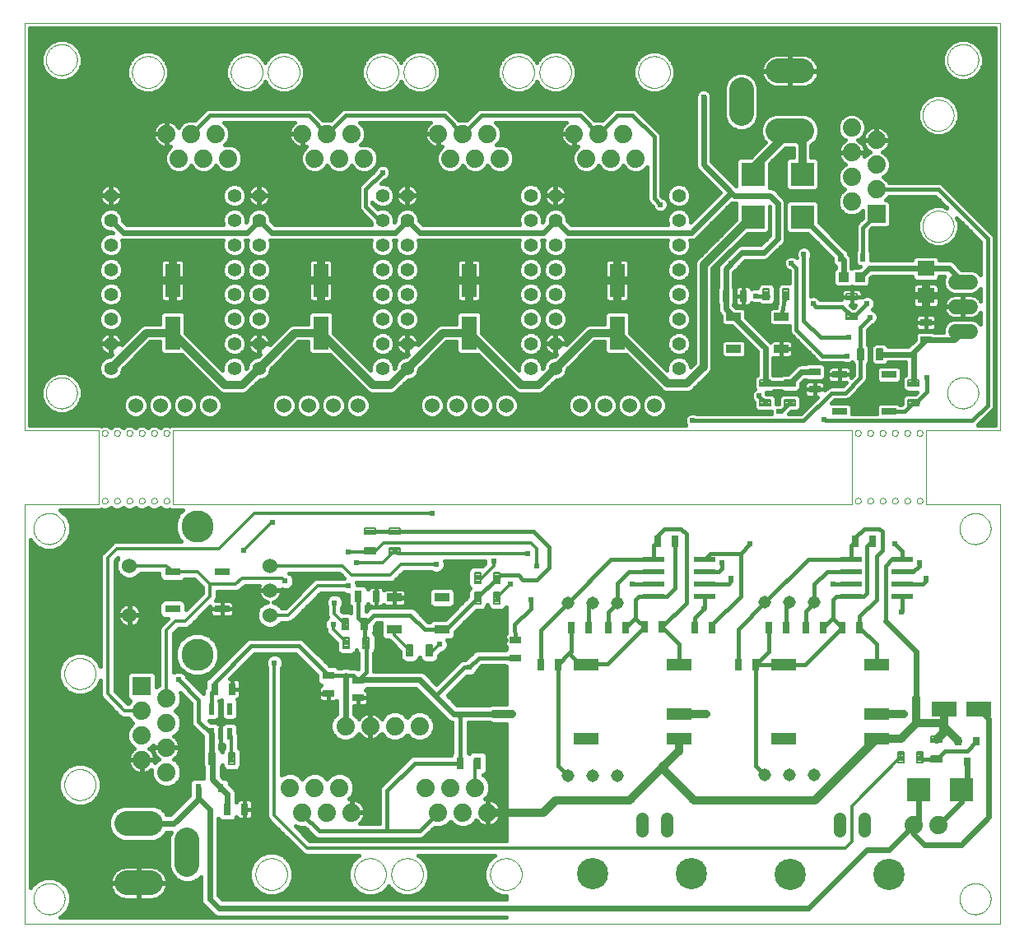
<source format=gtl>
G75*
G70*
%OFA0B0*%
%FSLAX24Y24*%
%IPPOS*%
%LPD*%
%AMOC8*
5,1,8,0,0,1.08239X$1,22.5*
%
%ADD10C,0.0000*%
%ADD11C,0.0079*%
%ADD12R,0.0472X0.0315*%
%ADD13R,0.0591X0.0354*%
%ADD14R,0.0315X0.0472*%
%ADD15C,0.0600*%
%ADD16C,0.0554*%
%ADD17R,0.0630X0.1378*%
%ADD18C,0.0740*%
%ADD19R,0.0433X0.0394*%
%ADD20C,0.0600*%
%ADD21R,0.0709X0.0630*%
%ADD22R,0.0740X0.0740*%
%ADD23R,0.0600X0.0300*%
%ADD24C,0.0984*%
%ADD25R,0.0248X0.0327*%
%ADD26R,0.0945X0.0945*%
%ADD27C,0.0515*%
%ADD28C,0.1266*%
%ADD29C,0.0515*%
%ADD30R,0.0870X0.0240*%
%ADD31R,0.0217X0.0472*%
%ADD32R,0.0315X0.0354*%
%ADD33C,0.1300*%
%ADD34R,0.1024X0.0630*%
%ADD35R,0.1024X0.0472*%
%ADD36C,0.0240*%
%ADD37C,0.0160*%
%ADD38C,0.0240*%
%ADD39C,0.0320*%
%ADD40C,0.0120*%
D10*
X002142Y009407D02*
X002142Y026407D01*
X005142Y026407D01*
X005142Y029407D01*
X002142Y029407D01*
X002142Y045907D01*
X041642Y045907D01*
X041642Y029407D01*
X038642Y029407D01*
X038642Y026407D01*
X041642Y026407D01*
X041642Y009407D01*
X002142Y009407D01*
X002512Y010407D02*
X002514Y010457D01*
X002520Y010507D01*
X002530Y010556D01*
X002544Y010604D01*
X002561Y010651D01*
X002582Y010696D01*
X002607Y010740D01*
X002635Y010781D01*
X002667Y010820D01*
X002701Y010857D01*
X002738Y010891D01*
X002778Y010921D01*
X002820Y010948D01*
X002864Y010972D01*
X002910Y010993D01*
X002957Y011009D01*
X003005Y011022D01*
X003055Y011031D01*
X003104Y011036D01*
X003155Y011037D01*
X003205Y011034D01*
X003254Y011027D01*
X003303Y011016D01*
X003351Y011001D01*
X003397Y010983D01*
X003442Y010961D01*
X003485Y010935D01*
X003526Y010906D01*
X003565Y010874D01*
X003601Y010839D01*
X003633Y010801D01*
X003663Y010761D01*
X003690Y010718D01*
X003713Y010674D01*
X003732Y010628D01*
X003748Y010580D01*
X003760Y010531D01*
X003768Y010482D01*
X003772Y010432D01*
X003772Y010382D01*
X003768Y010332D01*
X003760Y010283D01*
X003748Y010234D01*
X003732Y010186D01*
X003713Y010140D01*
X003690Y010096D01*
X003663Y010053D01*
X003633Y010013D01*
X003601Y009975D01*
X003565Y009940D01*
X003526Y009908D01*
X003485Y009879D01*
X003442Y009853D01*
X003397Y009831D01*
X003351Y009813D01*
X003303Y009798D01*
X003254Y009787D01*
X003205Y009780D01*
X003155Y009777D01*
X003104Y009778D01*
X003055Y009783D01*
X003005Y009792D01*
X002957Y009805D01*
X002910Y009821D01*
X002864Y009842D01*
X002820Y009866D01*
X002778Y009893D01*
X002738Y009923D01*
X002701Y009957D01*
X002667Y009994D01*
X002635Y010033D01*
X002607Y010074D01*
X002582Y010118D01*
X002561Y010163D01*
X002544Y010210D01*
X002530Y010258D01*
X002520Y010307D01*
X002514Y010357D01*
X002512Y010407D01*
X003762Y015032D02*
X003764Y015082D01*
X003770Y015132D01*
X003780Y015181D01*
X003794Y015229D01*
X003811Y015276D01*
X003832Y015321D01*
X003857Y015365D01*
X003885Y015406D01*
X003917Y015445D01*
X003951Y015482D01*
X003988Y015516D01*
X004028Y015546D01*
X004070Y015573D01*
X004114Y015597D01*
X004160Y015618D01*
X004207Y015634D01*
X004255Y015647D01*
X004305Y015656D01*
X004354Y015661D01*
X004405Y015662D01*
X004455Y015659D01*
X004504Y015652D01*
X004553Y015641D01*
X004601Y015626D01*
X004647Y015608D01*
X004692Y015586D01*
X004735Y015560D01*
X004776Y015531D01*
X004815Y015499D01*
X004851Y015464D01*
X004883Y015426D01*
X004913Y015386D01*
X004940Y015343D01*
X004963Y015299D01*
X004982Y015253D01*
X004998Y015205D01*
X005010Y015156D01*
X005018Y015107D01*
X005022Y015057D01*
X005022Y015007D01*
X005018Y014957D01*
X005010Y014908D01*
X004998Y014859D01*
X004982Y014811D01*
X004963Y014765D01*
X004940Y014721D01*
X004913Y014678D01*
X004883Y014638D01*
X004851Y014600D01*
X004815Y014565D01*
X004776Y014533D01*
X004735Y014504D01*
X004692Y014478D01*
X004647Y014456D01*
X004601Y014438D01*
X004553Y014423D01*
X004504Y014412D01*
X004455Y014405D01*
X004405Y014402D01*
X004354Y014403D01*
X004305Y014408D01*
X004255Y014417D01*
X004207Y014430D01*
X004160Y014446D01*
X004114Y014467D01*
X004070Y014491D01*
X004028Y014518D01*
X003988Y014548D01*
X003951Y014582D01*
X003917Y014619D01*
X003885Y014658D01*
X003857Y014699D01*
X003832Y014743D01*
X003811Y014788D01*
X003794Y014835D01*
X003780Y014883D01*
X003770Y014932D01*
X003764Y014982D01*
X003762Y015032D01*
X003762Y019532D02*
X003764Y019582D01*
X003770Y019632D01*
X003780Y019681D01*
X003794Y019729D01*
X003811Y019776D01*
X003832Y019821D01*
X003857Y019865D01*
X003885Y019906D01*
X003917Y019945D01*
X003951Y019982D01*
X003988Y020016D01*
X004028Y020046D01*
X004070Y020073D01*
X004114Y020097D01*
X004160Y020118D01*
X004207Y020134D01*
X004255Y020147D01*
X004305Y020156D01*
X004354Y020161D01*
X004405Y020162D01*
X004455Y020159D01*
X004504Y020152D01*
X004553Y020141D01*
X004601Y020126D01*
X004647Y020108D01*
X004692Y020086D01*
X004735Y020060D01*
X004776Y020031D01*
X004815Y019999D01*
X004851Y019964D01*
X004883Y019926D01*
X004913Y019886D01*
X004940Y019843D01*
X004963Y019799D01*
X004982Y019753D01*
X004998Y019705D01*
X005010Y019656D01*
X005018Y019607D01*
X005022Y019557D01*
X005022Y019507D01*
X005018Y019457D01*
X005010Y019408D01*
X004998Y019359D01*
X004982Y019311D01*
X004963Y019265D01*
X004940Y019221D01*
X004913Y019178D01*
X004883Y019138D01*
X004851Y019100D01*
X004815Y019065D01*
X004776Y019033D01*
X004735Y019004D01*
X004692Y018978D01*
X004647Y018956D01*
X004601Y018938D01*
X004553Y018923D01*
X004504Y018912D01*
X004455Y018905D01*
X004405Y018902D01*
X004354Y018903D01*
X004305Y018908D01*
X004255Y018917D01*
X004207Y018930D01*
X004160Y018946D01*
X004114Y018967D01*
X004070Y018991D01*
X004028Y019018D01*
X003988Y019048D01*
X003951Y019082D01*
X003917Y019119D01*
X003885Y019158D01*
X003857Y019199D01*
X003832Y019243D01*
X003811Y019288D01*
X003794Y019335D01*
X003780Y019383D01*
X003770Y019432D01*
X003764Y019482D01*
X003762Y019532D01*
X002512Y025407D02*
X002514Y025457D01*
X002520Y025507D01*
X002530Y025556D01*
X002544Y025604D01*
X002561Y025651D01*
X002582Y025696D01*
X002607Y025740D01*
X002635Y025781D01*
X002667Y025820D01*
X002701Y025857D01*
X002738Y025891D01*
X002778Y025921D01*
X002820Y025948D01*
X002864Y025972D01*
X002910Y025993D01*
X002957Y026009D01*
X003005Y026022D01*
X003055Y026031D01*
X003104Y026036D01*
X003155Y026037D01*
X003205Y026034D01*
X003254Y026027D01*
X003303Y026016D01*
X003351Y026001D01*
X003397Y025983D01*
X003442Y025961D01*
X003485Y025935D01*
X003526Y025906D01*
X003565Y025874D01*
X003601Y025839D01*
X003633Y025801D01*
X003663Y025761D01*
X003690Y025718D01*
X003713Y025674D01*
X003732Y025628D01*
X003748Y025580D01*
X003760Y025531D01*
X003768Y025482D01*
X003772Y025432D01*
X003772Y025382D01*
X003768Y025332D01*
X003760Y025283D01*
X003748Y025234D01*
X003732Y025186D01*
X003713Y025140D01*
X003690Y025096D01*
X003663Y025053D01*
X003633Y025013D01*
X003601Y024975D01*
X003565Y024940D01*
X003526Y024908D01*
X003485Y024879D01*
X003442Y024853D01*
X003397Y024831D01*
X003351Y024813D01*
X003303Y024798D01*
X003254Y024787D01*
X003205Y024780D01*
X003155Y024777D01*
X003104Y024778D01*
X003055Y024783D01*
X003005Y024792D01*
X002957Y024805D01*
X002910Y024821D01*
X002864Y024842D01*
X002820Y024866D01*
X002778Y024893D01*
X002738Y024923D01*
X002701Y024957D01*
X002667Y024994D01*
X002635Y025033D01*
X002607Y025074D01*
X002582Y025118D01*
X002561Y025163D01*
X002544Y025210D01*
X002530Y025258D01*
X002520Y025307D01*
X002514Y025357D01*
X002512Y025407D01*
X005274Y026532D02*
X005276Y026553D01*
X005282Y026573D01*
X005291Y026593D01*
X005303Y026610D01*
X005318Y026624D01*
X005336Y026636D01*
X005356Y026644D01*
X005376Y026649D01*
X005397Y026650D01*
X005418Y026647D01*
X005438Y026641D01*
X005457Y026630D01*
X005474Y026617D01*
X005487Y026601D01*
X005498Y026583D01*
X005506Y026563D01*
X005510Y026543D01*
X005510Y026521D01*
X005506Y026501D01*
X005498Y026481D01*
X005487Y026463D01*
X005474Y026447D01*
X005457Y026434D01*
X005438Y026423D01*
X005418Y026417D01*
X005397Y026414D01*
X005376Y026415D01*
X005356Y026420D01*
X005336Y026428D01*
X005318Y026440D01*
X005303Y026454D01*
X005291Y026471D01*
X005282Y026491D01*
X005276Y026511D01*
X005274Y026532D01*
X005774Y026532D02*
X005776Y026553D01*
X005782Y026573D01*
X005791Y026593D01*
X005803Y026610D01*
X005818Y026624D01*
X005836Y026636D01*
X005856Y026644D01*
X005876Y026649D01*
X005897Y026650D01*
X005918Y026647D01*
X005938Y026641D01*
X005957Y026630D01*
X005974Y026617D01*
X005987Y026601D01*
X005998Y026583D01*
X006006Y026563D01*
X006010Y026543D01*
X006010Y026521D01*
X006006Y026501D01*
X005998Y026481D01*
X005987Y026463D01*
X005974Y026447D01*
X005957Y026434D01*
X005938Y026423D01*
X005918Y026417D01*
X005897Y026414D01*
X005876Y026415D01*
X005856Y026420D01*
X005836Y026428D01*
X005818Y026440D01*
X005803Y026454D01*
X005791Y026471D01*
X005782Y026491D01*
X005776Y026511D01*
X005774Y026532D01*
X006274Y026532D02*
X006276Y026553D01*
X006282Y026573D01*
X006291Y026593D01*
X006303Y026610D01*
X006318Y026624D01*
X006336Y026636D01*
X006356Y026644D01*
X006376Y026649D01*
X006397Y026650D01*
X006418Y026647D01*
X006438Y026641D01*
X006457Y026630D01*
X006474Y026617D01*
X006487Y026601D01*
X006498Y026583D01*
X006506Y026563D01*
X006510Y026543D01*
X006510Y026521D01*
X006506Y026501D01*
X006498Y026481D01*
X006487Y026463D01*
X006474Y026447D01*
X006457Y026434D01*
X006438Y026423D01*
X006418Y026417D01*
X006397Y026414D01*
X006376Y026415D01*
X006356Y026420D01*
X006336Y026428D01*
X006318Y026440D01*
X006303Y026454D01*
X006291Y026471D01*
X006282Y026491D01*
X006276Y026511D01*
X006274Y026532D01*
X006774Y026532D02*
X006776Y026553D01*
X006782Y026573D01*
X006791Y026593D01*
X006803Y026610D01*
X006818Y026624D01*
X006836Y026636D01*
X006856Y026644D01*
X006876Y026649D01*
X006897Y026650D01*
X006918Y026647D01*
X006938Y026641D01*
X006957Y026630D01*
X006974Y026617D01*
X006987Y026601D01*
X006998Y026583D01*
X007006Y026563D01*
X007010Y026543D01*
X007010Y026521D01*
X007006Y026501D01*
X006998Y026481D01*
X006987Y026463D01*
X006974Y026447D01*
X006957Y026434D01*
X006938Y026423D01*
X006918Y026417D01*
X006897Y026414D01*
X006876Y026415D01*
X006856Y026420D01*
X006836Y026428D01*
X006818Y026440D01*
X006803Y026454D01*
X006791Y026471D01*
X006782Y026491D01*
X006776Y026511D01*
X006774Y026532D01*
X007274Y026532D02*
X007276Y026553D01*
X007282Y026573D01*
X007291Y026593D01*
X007303Y026610D01*
X007318Y026624D01*
X007336Y026636D01*
X007356Y026644D01*
X007376Y026649D01*
X007397Y026650D01*
X007418Y026647D01*
X007438Y026641D01*
X007457Y026630D01*
X007474Y026617D01*
X007487Y026601D01*
X007498Y026583D01*
X007506Y026563D01*
X007510Y026543D01*
X007510Y026521D01*
X007506Y026501D01*
X007498Y026481D01*
X007487Y026463D01*
X007474Y026447D01*
X007457Y026434D01*
X007438Y026423D01*
X007418Y026417D01*
X007397Y026414D01*
X007376Y026415D01*
X007356Y026420D01*
X007336Y026428D01*
X007318Y026440D01*
X007303Y026454D01*
X007291Y026471D01*
X007282Y026491D01*
X007276Y026511D01*
X007274Y026532D01*
X007774Y026532D02*
X007776Y026553D01*
X007782Y026573D01*
X007791Y026593D01*
X007803Y026610D01*
X007818Y026624D01*
X007836Y026636D01*
X007856Y026644D01*
X007876Y026649D01*
X007897Y026650D01*
X007918Y026647D01*
X007938Y026641D01*
X007957Y026630D01*
X007974Y026617D01*
X007987Y026601D01*
X007998Y026583D01*
X008006Y026563D01*
X008010Y026543D01*
X008010Y026521D01*
X008006Y026501D01*
X007998Y026481D01*
X007987Y026463D01*
X007974Y026447D01*
X007957Y026434D01*
X007938Y026423D01*
X007918Y026417D01*
X007897Y026414D01*
X007876Y026415D01*
X007856Y026420D01*
X007836Y026428D01*
X007818Y026440D01*
X007803Y026454D01*
X007791Y026471D01*
X007782Y026491D01*
X007776Y026511D01*
X007774Y026532D01*
X008142Y026407D02*
X008142Y029407D01*
X035642Y029407D01*
X035642Y026407D01*
X008142Y026407D01*
X007774Y029282D02*
X007776Y029303D01*
X007782Y029323D01*
X007791Y029343D01*
X007803Y029360D01*
X007818Y029374D01*
X007836Y029386D01*
X007856Y029394D01*
X007876Y029399D01*
X007897Y029400D01*
X007918Y029397D01*
X007938Y029391D01*
X007957Y029380D01*
X007974Y029367D01*
X007987Y029351D01*
X007998Y029333D01*
X008006Y029313D01*
X008010Y029293D01*
X008010Y029271D01*
X008006Y029251D01*
X007998Y029231D01*
X007987Y029213D01*
X007974Y029197D01*
X007957Y029184D01*
X007938Y029173D01*
X007918Y029167D01*
X007897Y029164D01*
X007876Y029165D01*
X007856Y029170D01*
X007836Y029178D01*
X007818Y029190D01*
X007803Y029204D01*
X007791Y029221D01*
X007782Y029241D01*
X007776Y029261D01*
X007774Y029282D01*
X007274Y029282D02*
X007276Y029303D01*
X007282Y029323D01*
X007291Y029343D01*
X007303Y029360D01*
X007318Y029374D01*
X007336Y029386D01*
X007356Y029394D01*
X007376Y029399D01*
X007397Y029400D01*
X007418Y029397D01*
X007438Y029391D01*
X007457Y029380D01*
X007474Y029367D01*
X007487Y029351D01*
X007498Y029333D01*
X007506Y029313D01*
X007510Y029293D01*
X007510Y029271D01*
X007506Y029251D01*
X007498Y029231D01*
X007487Y029213D01*
X007474Y029197D01*
X007457Y029184D01*
X007438Y029173D01*
X007418Y029167D01*
X007397Y029164D01*
X007376Y029165D01*
X007356Y029170D01*
X007336Y029178D01*
X007318Y029190D01*
X007303Y029204D01*
X007291Y029221D01*
X007282Y029241D01*
X007276Y029261D01*
X007274Y029282D01*
X006774Y029282D02*
X006776Y029303D01*
X006782Y029323D01*
X006791Y029343D01*
X006803Y029360D01*
X006818Y029374D01*
X006836Y029386D01*
X006856Y029394D01*
X006876Y029399D01*
X006897Y029400D01*
X006918Y029397D01*
X006938Y029391D01*
X006957Y029380D01*
X006974Y029367D01*
X006987Y029351D01*
X006998Y029333D01*
X007006Y029313D01*
X007010Y029293D01*
X007010Y029271D01*
X007006Y029251D01*
X006998Y029231D01*
X006987Y029213D01*
X006974Y029197D01*
X006957Y029184D01*
X006938Y029173D01*
X006918Y029167D01*
X006897Y029164D01*
X006876Y029165D01*
X006856Y029170D01*
X006836Y029178D01*
X006818Y029190D01*
X006803Y029204D01*
X006791Y029221D01*
X006782Y029241D01*
X006776Y029261D01*
X006774Y029282D01*
X006274Y029282D02*
X006276Y029303D01*
X006282Y029323D01*
X006291Y029343D01*
X006303Y029360D01*
X006318Y029374D01*
X006336Y029386D01*
X006356Y029394D01*
X006376Y029399D01*
X006397Y029400D01*
X006418Y029397D01*
X006438Y029391D01*
X006457Y029380D01*
X006474Y029367D01*
X006487Y029351D01*
X006498Y029333D01*
X006506Y029313D01*
X006510Y029293D01*
X006510Y029271D01*
X006506Y029251D01*
X006498Y029231D01*
X006487Y029213D01*
X006474Y029197D01*
X006457Y029184D01*
X006438Y029173D01*
X006418Y029167D01*
X006397Y029164D01*
X006376Y029165D01*
X006356Y029170D01*
X006336Y029178D01*
X006318Y029190D01*
X006303Y029204D01*
X006291Y029221D01*
X006282Y029241D01*
X006276Y029261D01*
X006274Y029282D01*
X005774Y029282D02*
X005776Y029303D01*
X005782Y029323D01*
X005791Y029343D01*
X005803Y029360D01*
X005818Y029374D01*
X005836Y029386D01*
X005856Y029394D01*
X005876Y029399D01*
X005897Y029400D01*
X005918Y029397D01*
X005938Y029391D01*
X005957Y029380D01*
X005974Y029367D01*
X005987Y029351D01*
X005998Y029333D01*
X006006Y029313D01*
X006010Y029293D01*
X006010Y029271D01*
X006006Y029251D01*
X005998Y029231D01*
X005987Y029213D01*
X005974Y029197D01*
X005957Y029184D01*
X005938Y029173D01*
X005918Y029167D01*
X005897Y029164D01*
X005876Y029165D01*
X005856Y029170D01*
X005836Y029178D01*
X005818Y029190D01*
X005803Y029204D01*
X005791Y029221D01*
X005782Y029241D01*
X005776Y029261D01*
X005774Y029282D01*
X005274Y029282D02*
X005276Y029303D01*
X005282Y029323D01*
X005291Y029343D01*
X005303Y029360D01*
X005318Y029374D01*
X005336Y029386D01*
X005356Y029394D01*
X005376Y029399D01*
X005397Y029400D01*
X005418Y029397D01*
X005438Y029391D01*
X005457Y029380D01*
X005474Y029367D01*
X005487Y029351D01*
X005498Y029333D01*
X005506Y029313D01*
X005510Y029293D01*
X005510Y029271D01*
X005506Y029251D01*
X005498Y029231D01*
X005487Y029213D01*
X005474Y029197D01*
X005457Y029184D01*
X005438Y029173D01*
X005418Y029167D01*
X005397Y029164D01*
X005376Y029165D01*
X005356Y029170D01*
X005336Y029178D01*
X005318Y029190D01*
X005303Y029204D01*
X005291Y029221D01*
X005282Y029241D01*
X005276Y029261D01*
X005274Y029282D01*
X003012Y030907D02*
X003014Y030957D01*
X003020Y031007D01*
X003030Y031056D01*
X003044Y031104D01*
X003061Y031151D01*
X003082Y031196D01*
X003107Y031240D01*
X003135Y031281D01*
X003167Y031320D01*
X003201Y031357D01*
X003238Y031391D01*
X003278Y031421D01*
X003320Y031448D01*
X003364Y031472D01*
X003410Y031493D01*
X003457Y031509D01*
X003505Y031522D01*
X003555Y031531D01*
X003604Y031536D01*
X003655Y031537D01*
X003705Y031534D01*
X003754Y031527D01*
X003803Y031516D01*
X003851Y031501D01*
X003897Y031483D01*
X003942Y031461D01*
X003985Y031435D01*
X004026Y031406D01*
X004065Y031374D01*
X004101Y031339D01*
X004133Y031301D01*
X004163Y031261D01*
X004190Y031218D01*
X004213Y031174D01*
X004232Y031128D01*
X004248Y031080D01*
X004260Y031031D01*
X004268Y030982D01*
X004272Y030932D01*
X004272Y030882D01*
X004268Y030832D01*
X004260Y030783D01*
X004248Y030734D01*
X004232Y030686D01*
X004213Y030640D01*
X004190Y030596D01*
X004163Y030553D01*
X004133Y030513D01*
X004101Y030475D01*
X004065Y030440D01*
X004026Y030408D01*
X003985Y030379D01*
X003942Y030353D01*
X003897Y030331D01*
X003851Y030313D01*
X003803Y030298D01*
X003754Y030287D01*
X003705Y030280D01*
X003655Y030277D01*
X003604Y030278D01*
X003555Y030283D01*
X003505Y030292D01*
X003457Y030305D01*
X003410Y030321D01*
X003364Y030342D01*
X003320Y030366D01*
X003278Y030393D01*
X003238Y030423D01*
X003201Y030457D01*
X003167Y030494D01*
X003135Y030533D01*
X003107Y030574D01*
X003082Y030618D01*
X003061Y030663D01*
X003044Y030710D01*
X003030Y030758D01*
X003020Y030807D01*
X003014Y030857D01*
X003012Y030907D01*
X006502Y043907D02*
X006504Y043957D01*
X006510Y044007D01*
X006520Y044056D01*
X006533Y044105D01*
X006551Y044152D01*
X006572Y044198D01*
X006596Y044241D01*
X006624Y044283D01*
X006655Y044323D01*
X006689Y044360D01*
X006726Y044394D01*
X006766Y044425D01*
X006808Y044453D01*
X006851Y044477D01*
X006897Y044498D01*
X006944Y044516D01*
X006993Y044529D01*
X007042Y044539D01*
X007092Y044545D01*
X007142Y044547D01*
X007192Y044545D01*
X007242Y044539D01*
X007291Y044529D01*
X007340Y044516D01*
X007387Y044498D01*
X007433Y044477D01*
X007476Y044453D01*
X007518Y044425D01*
X007558Y044394D01*
X007595Y044360D01*
X007629Y044323D01*
X007660Y044283D01*
X007688Y044241D01*
X007712Y044198D01*
X007733Y044152D01*
X007751Y044105D01*
X007764Y044056D01*
X007774Y044007D01*
X007780Y043957D01*
X007782Y043907D01*
X007780Y043857D01*
X007774Y043807D01*
X007764Y043758D01*
X007751Y043709D01*
X007733Y043662D01*
X007712Y043616D01*
X007688Y043573D01*
X007660Y043531D01*
X007629Y043491D01*
X007595Y043454D01*
X007558Y043420D01*
X007518Y043389D01*
X007476Y043361D01*
X007433Y043337D01*
X007387Y043316D01*
X007340Y043298D01*
X007291Y043285D01*
X007242Y043275D01*
X007192Y043269D01*
X007142Y043267D01*
X007092Y043269D01*
X007042Y043275D01*
X006993Y043285D01*
X006944Y043298D01*
X006897Y043316D01*
X006851Y043337D01*
X006808Y043361D01*
X006766Y043389D01*
X006726Y043420D01*
X006689Y043454D01*
X006655Y043491D01*
X006624Y043531D01*
X006596Y043573D01*
X006572Y043616D01*
X006551Y043662D01*
X006533Y043709D01*
X006520Y043758D01*
X006510Y043807D01*
X006504Y043857D01*
X006502Y043907D01*
X003012Y044407D02*
X003014Y044457D01*
X003020Y044507D01*
X003030Y044556D01*
X003044Y044604D01*
X003061Y044651D01*
X003082Y044696D01*
X003107Y044740D01*
X003135Y044781D01*
X003167Y044820D01*
X003201Y044857D01*
X003238Y044891D01*
X003278Y044921D01*
X003320Y044948D01*
X003364Y044972D01*
X003410Y044993D01*
X003457Y045009D01*
X003505Y045022D01*
X003555Y045031D01*
X003604Y045036D01*
X003655Y045037D01*
X003705Y045034D01*
X003754Y045027D01*
X003803Y045016D01*
X003851Y045001D01*
X003897Y044983D01*
X003942Y044961D01*
X003985Y044935D01*
X004026Y044906D01*
X004065Y044874D01*
X004101Y044839D01*
X004133Y044801D01*
X004163Y044761D01*
X004190Y044718D01*
X004213Y044674D01*
X004232Y044628D01*
X004248Y044580D01*
X004260Y044531D01*
X004268Y044482D01*
X004272Y044432D01*
X004272Y044382D01*
X004268Y044332D01*
X004260Y044283D01*
X004248Y044234D01*
X004232Y044186D01*
X004213Y044140D01*
X004190Y044096D01*
X004163Y044053D01*
X004133Y044013D01*
X004101Y043975D01*
X004065Y043940D01*
X004026Y043908D01*
X003985Y043879D01*
X003942Y043853D01*
X003897Y043831D01*
X003851Y043813D01*
X003803Y043798D01*
X003754Y043787D01*
X003705Y043780D01*
X003655Y043777D01*
X003604Y043778D01*
X003555Y043783D01*
X003505Y043792D01*
X003457Y043805D01*
X003410Y043821D01*
X003364Y043842D01*
X003320Y043866D01*
X003278Y043893D01*
X003238Y043923D01*
X003201Y043957D01*
X003167Y043994D01*
X003135Y044033D01*
X003107Y044074D01*
X003082Y044118D01*
X003061Y044163D01*
X003044Y044210D01*
X003030Y044258D01*
X003020Y044307D01*
X003014Y044357D01*
X003012Y044407D01*
X010502Y043907D02*
X010504Y043957D01*
X010510Y044007D01*
X010520Y044056D01*
X010533Y044105D01*
X010551Y044152D01*
X010572Y044198D01*
X010596Y044241D01*
X010624Y044283D01*
X010655Y044323D01*
X010689Y044360D01*
X010726Y044394D01*
X010766Y044425D01*
X010808Y044453D01*
X010851Y044477D01*
X010897Y044498D01*
X010944Y044516D01*
X010993Y044529D01*
X011042Y044539D01*
X011092Y044545D01*
X011142Y044547D01*
X011192Y044545D01*
X011242Y044539D01*
X011291Y044529D01*
X011340Y044516D01*
X011387Y044498D01*
X011433Y044477D01*
X011476Y044453D01*
X011518Y044425D01*
X011558Y044394D01*
X011595Y044360D01*
X011629Y044323D01*
X011660Y044283D01*
X011688Y044241D01*
X011712Y044198D01*
X011733Y044152D01*
X011751Y044105D01*
X011764Y044056D01*
X011774Y044007D01*
X011780Y043957D01*
X011782Y043907D01*
X011780Y043857D01*
X011774Y043807D01*
X011764Y043758D01*
X011751Y043709D01*
X011733Y043662D01*
X011712Y043616D01*
X011688Y043573D01*
X011660Y043531D01*
X011629Y043491D01*
X011595Y043454D01*
X011558Y043420D01*
X011518Y043389D01*
X011476Y043361D01*
X011433Y043337D01*
X011387Y043316D01*
X011340Y043298D01*
X011291Y043285D01*
X011242Y043275D01*
X011192Y043269D01*
X011142Y043267D01*
X011092Y043269D01*
X011042Y043275D01*
X010993Y043285D01*
X010944Y043298D01*
X010897Y043316D01*
X010851Y043337D01*
X010808Y043361D01*
X010766Y043389D01*
X010726Y043420D01*
X010689Y043454D01*
X010655Y043491D01*
X010624Y043531D01*
X010596Y043573D01*
X010572Y043616D01*
X010551Y043662D01*
X010533Y043709D01*
X010520Y043758D01*
X010510Y043807D01*
X010504Y043857D01*
X010502Y043907D01*
X012002Y043907D02*
X012004Y043957D01*
X012010Y044007D01*
X012020Y044056D01*
X012033Y044105D01*
X012051Y044152D01*
X012072Y044198D01*
X012096Y044241D01*
X012124Y044283D01*
X012155Y044323D01*
X012189Y044360D01*
X012226Y044394D01*
X012266Y044425D01*
X012308Y044453D01*
X012351Y044477D01*
X012397Y044498D01*
X012444Y044516D01*
X012493Y044529D01*
X012542Y044539D01*
X012592Y044545D01*
X012642Y044547D01*
X012692Y044545D01*
X012742Y044539D01*
X012791Y044529D01*
X012840Y044516D01*
X012887Y044498D01*
X012933Y044477D01*
X012976Y044453D01*
X013018Y044425D01*
X013058Y044394D01*
X013095Y044360D01*
X013129Y044323D01*
X013160Y044283D01*
X013188Y044241D01*
X013212Y044198D01*
X013233Y044152D01*
X013251Y044105D01*
X013264Y044056D01*
X013274Y044007D01*
X013280Y043957D01*
X013282Y043907D01*
X013280Y043857D01*
X013274Y043807D01*
X013264Y043758D01*
X013251Y043709D01*
X013233Y043662D01*
X013212Y043616D01*
X013188Y043573D01*
X013160Y043531D01*
X013129Y043491D01*
X013095Y043454D01*
X013058Y043420D01*
X013018Y043389D01*
X012976Y043361D01*
X012933Y043337D01*
X012887Y043316D01*
X012840Y043298D01*
X012791Y043285D01*
X012742Y043275D01*
X012692Y043269D01*
X012642Y043267D01*
X012592Y043269D01*
X012542Y043275D01*
X012493Y043285D01*
X012444Y043298D01*
X012397Y043316D01*
X012351Y043337D01*
X012308Y043361D01*
X012266Y043389D01*
X012226Y043420D01*
X012189Y043454D01*
X012155Y043491D01*
X012124Y043531D01*
X012096Y043573D01*
X012072Y043616D01*
X012051Y043662D01*
X012033Y043709D01*
X012020Y043758D01*
X012010Y043807D01*
X012004Y043857D01*
X012002Y043907D01*
X016002Y043907D02*
X016004Y043957D01*
X016010Y044007D01*
X016020Y044056D01*
X016033Y044105D01*
X016051Y044152D01*
X016072Y044198D01*
X016096Y044241D01*
X016124Y044283D01*
X016155Y044323D01*
X016189Y044360D01*
X016226Y044394D01*
X016266Y044425D01*
X016308Y044453D01*
X016351Y044477D01*
X016397Y044498D01*
X016444Y044516D01*
X016493Y044529D01*
X016542Y044539D01*
X016592Y044545D01*
X016642Y044547D01*
X016692Y044545D01*
X016742Y044539D01*
X016791Y044529D01*
X016840Y044516D01*
X016887Y044498D01*
X016933Y044477D01*
X016976Y044453D01*
X017018Y044425D01*
X017058Y044394D01*
X017095Y044360D01*
X017129Y044323D01*
X017160Y044283D01*
X017188Y044241D01*
X017212Y044198D01*
X017233Y044152D01*
X017251Y044105D01*
X017264Y044056D01*
X017274Y044007D01*
X017280Y043957D01*
X017282Y043907D01*
X017280Y043857D01*
X017274Y043807D01*
X017264Y043758D01*
X017251Y043709D01*
X017233Y043662D01*
X017212Y043616D01*
X017188Y043573D01*
X017160Y043531D01*
X017129Y043491D01*
X017095Y043454D01*
X017058Y043420D01*
X017018Y043389D01*
X016976Y043361D01*
X016933Y043337D01*
X016887Y043316D01*
X016840Y043298D01*
X016791Y043285D01*
X016742Y043275D01*
X016692Y043269D01*
X016642Y043267D01*
X016592Y043269D01*
X016542Y043275D01*
X016493Y043285D01*
X016444Y043298D01*
X016397Y043316D01*
X016351Y043337D01*
X016308Y043361D01*
X016266Y043389D01*
X016226Y043420D01*
X016189Y043454D01*
X016155Y043491D01*
X016124Y043531D01*
X016096Y043573D01*
X016072Y043616D01*
X016051Y043662D01*
X016033Y043709D01*
X016020Y043758D01*
X016010Y043807D01*
X016004Y043857D01*
X016002Y043907D01*
X017502Y043907D02*
X017504Y043957D01*
X017510Y044007D01*
X017520Y044056D01*
X017533Y044105D01*
X017551Y044152D01*
X017572Y044198D01*
X017596Y044241D01*
X017624Y044283D01*
X017655Y044323D01*
X017689Y044360D01*
X017726Y044394D01*
X017766Y044425D01*
X017808Y044453D01*
X017851Y044477D01*
X017897Y044498D01*
X017944Y044516D01*
X017993Y044529D01*
X018042Y044539D01*
X018092Y044545D01*
X018142Y044547D01*
X018192Y044545D01*
X018242Y044539D01*
X018291Y044529D01*
X018340Y044516D01*
X018387Y044498D01*
X018433Y044477D01*
X018476Y044453D01*
X018518Y044425D01*
X018558Y044394D01*
X018595Y044360D01*
X018629Y044323D01*
X018660Y044283D01*
X018688Y044241D01*
X018712Y044198D01*
X018733Y044152D01*
X018751Y044105D01*
X018764Y044056D01*
X018774Y044007D01*
X018780Y043957D01*
X018782Y043907D01*
X018780Y043857D01*
X018774Y043807D01*
X018764Y043758D01*
X018751Y043709D01*
X018733Y043662D01*
X018712Y043616D01*
X018688Y043573D01*
X018660Y043531D01*
X018629Y043491D01*
X018595Y043454D01*
X018558Y043420D01*
X018518Y043389D01*
X018476Y043361D01*
X018433Y043337D01*
X018387Y043316D01*
X018340Y043298D01*
X018291Y043285D01*
X018242Y043275D01*
X018192Y043269D01*
X018142Y043267D01*
X018092Y043269D01*
X018042Y043275D01*
X017993Y043285D01*
X017944Y043298D01*
X017897Y043316D01*
X017851Y043337D01*
X017808Y043361D01*
X017766Y043389D01*
X017726Y043420D01*
X017689Y043454D01*
X017655Y043491D01*
X017624Y043531D01*
X017596Y043573D01*
X017572Y043616D01*
X017551Y043662D01*
X017533Y043709D01*
X017520Y043758D01*
X017510Y043807D01*
X017504Y043857D01*
X017502Y043907D01*
X021502Y043907D02*
X021504Y043957D01*
X021510Y044007D01*
X021520Y044056D01*
X021533Y044105D01*
X021551Y044152D01*
X021572Y044198D01*
X021596Y044241D01*
X021624Y044283D01*
X021655Y044323D01*
X021689Y044360D01*
X021726Y044394D01*
X021766Y044425D01*
X021808Y044453D01*
X021851Y044477D01*
X021897Y044498D01*
X021944Y044516D01*
X021993Y044529D01*
X022042Y044539D01*
X022092Y044545D01*
X022142Y044547D01*
X022192Y044545D01*
X022242Y044539D01*
X022291Y044529D01*
X022340Y044516D01*
X022387Y044498D01*
X022433Y044477D01*
X022476Y044453D01*
X022518Y044425D01*
X022558Y044394D01*
X022595Y044360D01*
X022629Y044323D01*
X022660Y044283D01*
X022688Y044241D01*
X022712Y044198D01*
X022733Y044152D01*
X022751Y044105D01*
X022764Y044056D01*
X022774Y044007D01*
X022780Y043957D01*
X022782Y043907D01*
X022780Y043857D01*
X022774Y043807D01*
X022764Y043758D01*
X022751Y043709D01*
X022733Y043662D01*
X022712Y043616D01*
X022688Y043573D01*
X022660Y043531D01*
X022629Y043491D01*
X022595Y043454D01*
X022558Y043420D01*
X022518Y043389D01*
X022476Y043361D01*
X022433Y043337D01*
X022387Y043316D01*
X022340Y043298D01*
X022291Y043285D01*
X022242Y043275D01*
X022192Y043269D01*
X022142Y043267D01*
X022092Y043269D01*
X022042Y043275D01*
X021993Y043285D01*
X021944Y043298D01*
X021897Y043316D01*
X021851Y043337D01*
X021808Y043361D01*
X021766Y043389D01*
X021726Y043420D01*
X021689Y043454D01*
X021655Y043491D01*
X021624Y043531D01*
X021596Y043573D01*
X021572Y043616D01*
X021551Y043662D01*
X021533Y043709D01*
X021520Y043758D01*
X021510Y043807D01*
X021504Y043857D01*
X021502Y043907D01*
X023002Y043907D02*
X023004Y043957D01*
X023010Y044007D01*
X023020Y044056D01*
X023033Y044105D01*
X023051Y044152D01*
X023072Y044198D01*
X023096Y044241D01*
X023124Y044283D01*
X023155Y044323D01*
X023189Y044360D01*
X023226Y044394D01*
X023266Y044425D01*
X023308Y044453D01*
X023351Y044477D01*
X023397Y044498D01*
X023444Y044516D01*
X023493Y044529D01*
X023542Y044539D01*
X023592Y044545D01*
X023642Y044547D01*
X023692Y044545D01*
X023742Y044539D01*
X023791Y044529D01*
X023840Y044516D01*
X023887Y044498D01*
X023933Y044477D01*
X023976Y044453D01*
X024018Y044425D01*
X024058Y044394D01*
X024095Y044360D01*
X024129Y044323D01*
X024160Y044283D01*
X024188Y044241D01*
X024212Y044198D01*
X024233Y044152D01*
X024251Y044105D01*
X024264Y044056D01*
X024274Y044007D01*
X024280Y043957D01*
X024282Y043907D01*
X024280Y043857D01*
X024274Y043807D01*
X024264Y043758D01*
X024251Y043709D01*
X024233Y043662D01*
X024212Y043616D01*
X024188Y043573D01*
X024160Y043531D01*
X024129Y043491D01*
X024095Y043454D01*
X024058Y043420D01*
X024018Y043389D01*
X023976Y043361D01*
X023933Y043337D01*
X023887Y043316D01*
X023840Y043298D01*
X023791Y043285D01*
X023742Y043275D01*
X023692Y043269D01*
X023642Y043267D01*
X023592Y043269D01*
X023542Y043275D01*
X023493Y043285D01*
X023444Y043298D01*
X023397Y043316D01*
X023351Y043337D01*
X023308Y043361D01*
X023266Y043389D01*
X023226Y043420D01*
X023189Y043454D01*
X023155Y043491D01*
X023124Y043531D01*
X023096Y043573D01*
X023072Y043616D01*
X023051Y043662D01*
X023033Y043709D01*
X023020Y043758D01*
X023010Y043807D01*
X023004Y043857D01*
X023002Y043907D01*
X027002Y043907D02*
X027004Y043957D01*
X027010Y044007D01*
X027020Y044056D01*
X027033Y044105D01*
X027051Y044152D01*
X027072Y044198D01*
X027096Y044241D01*
X027124Y044283D01*
X027155Y044323D01*
X027189Y044360D01*
X027226Y044394D01*
X027266Y044425D01*
X027308Y044453D01*
X027351Y044477D01*
X027397Y044498D01*
X027444Y044516D01*
X027493Y044529D01*
X027542Y044539D01*
X027592Y044545D01*
X027642Y044547D01*
X027692Y044545D01*
X027742Y044539D01*
X027791Y044529D01*
X027840Y044516D01*
X027887Y044498D01*
X027933Y044477D01*
X027976Y044453D01*
X028018Y044425D01*
X028058Y044394D01*
X028095Y044360D01*
X028129Y044323D01*
X028160Y044283D01*
X028188Y044241D01*
X028212Y044198D01*
X028233Y044152D01*
X028251Y044105D01*
X028264Y044056D01*
X028274Y044007D01*
X028280Y043957D01*
X028282Y043907D01*
X028280Y043857D01*
X028274Y043807D01*
X028264Y043758D01*
X028251Y043709D01*
X028233Y043662D01*
X028212Y043616D01*
X028188Y043573D01*
X028160Y043531D01*
X028129Y043491D01*
X028095Y043454D01*
X028058Y043420D01*
X028018Y043389D01*
X027976Y043361D01*
X027933Y043337D01*
X027887Y043316D01*
X027840Y043298D01*
X027791Y043285D01*
X027742Y043275D01*
X027692Y043269D01*
X027642Y043267D01*
X027592Y043269D01*
X027542Y043275D01*
X027493Y043285D01*
X027444Y043298D01*
X027397Y043316D01*
X027351Y043337D01*
X027308Y043361D01*
X027266Y043389D01*
X027226Y043420D01*
X027189Y043454D01*
X027155Y043491D01*
X027124Y043531D01*
X027096Y043573D01*
X027072Y043616D01*
X027051Y043662D01*
X027033Y043709D01*
X027020Y043758D01*
X027010Y043807D01*
X027004Y043857D01*
X027002Y043907D01*
X038512Y042157D02*
X038514Y042207D01*
X038520Y042257D01*
X038530Y042306D01*
X038544Y042354D01*
X038561Y042401D01*
X038582Y042446D01*
X038607Y042490D01*
X038635Y042531D01*
X038667Y042570D01*
X038701Y042607D01*
X038738Y042641D01*
X038778Y042671D01*
X038820Y042698D01*
X038864Y042722D01*
X038910Y042743D01*
X038957Y042759D01*
X039005Y042772D01*
X039055Y042781D01*
X039104Y042786D01*
X039155Y042787D01*
X039205Y042784D01*
X039254Y042777D01*
X039303Y042766D01*
X039351Y042751D01*
X039397Y042733D01*
X039442Y042711D01*
X039485Y042685D01*
X039526Y042656D01*
X039565Y042624D01*
X039601Y042589D01*
X039633Y042551D01*
X039663Y042511D01*
X039690Y042468D01*
X039713Y042424D01*
X039732Y042378D01*
X039748Y042330D01*
X039760Y042281D01*
X039768Y042232D01*
X039772Y042182D01*
X039772Y042132D01*
X039768Y042082D01*
X039760Y042033D01*
X039748Y041984D01*
X039732Y041936D01*
X039713Y041890D01*
X039690Y041846D01*
X039663Y041803D01*
X039633Y041763D01*
X039601Y041725D01*
X039565Y041690D01*
X039526Y041658D01*
X039485Y041629D01*
X039442Y041603D01*
X039397Y041581D01*
X039351Y041563D01*
X039303Y041548D01*
X039254Y041537D01*
X039205Y041530D01*
X039155Y041527D01*
X039104Y041528D01*
X039055Y041533D01*
X039005Y041542D01*
X038957Y041555D01*
X038910Y041571D01*
X038864Y041592D01*
X038820Y041616D01*
X038778Y041643D01*
X038738Y041673D01*
X038701Y041707D01*
X038667Y041744D01*
X038635Y041783D01*
X038607Y041824D01*
X038582Y041868D01*
X038561Y041913D01*
X038544Y041960D01*
X038530Y042008D01*
X038520Y042057D01*
X038514Y042107D01*
X038512Y042157D01*
X039512Y044407D02*
X039514Y044457D01*
X039520Y044507D01*
X039530Y044556D01*
X039544Y044604D01*
X039561Y044651D01*
X039582Y044696D01*
X039607Y044740D01*
X039635Y044781D01*
X039667Y044820D01*
X039701Y044857D01*
X039738Y044891D01*
X039778Y044921D01*
X039820Y044948D01*
X039864Y044972D01*
X039910Y044993D01*
X039957Y045009D01*
X040005Y045022D01*
X040055Y045031D01*
X040104Y045036D01*
X040155Y045037D01*
X040205Y045034D01*
X040254Y045027D01*
X040303Y045016D01*
X040351Y045001D01*
X040397Y044983D01*
X040442Y044961D01*
X040485Y044935D01*
X040526Y044906D01*
X040565Y044874D01*
X040601Y044839D01*
X040633Y044801D01*
X040663Y044761D01*
X040690Y044718D01*
X040713Y044674D01*
X040732Y044628D01*
X040748Y044580D01*
X040760Y044531D01*
X040768Y044482D01*
X040772Y044432D01*
X040772Y044382D01*
X040768Y044332D01*
X040760Y044283D01*
X040748Y044234D01*
X040732Y044186D01*
X040713Y044140D01*
X040690Y044096D01*
X040663Y044053D01*
X040633Y044013D01*
X040601Y043975D01*
X040565Y043940D01*
X040526Y043908D01*
X040485Y043879D01*
X040442Y043853D01*
X040397Y043831D01*
X040351Y043813D01*
X040303Y043798D01*
X040254Y043787D01*
X040205Y043780D01*
X040155Y043777D01*
X040104Y043778D01*
X040055Y043783D01*
X040005Y043792D01*
X039957Y043805D01*
X039910Y043821D01*
X039864Y043842D01*
X039820Y043866D01*
X039778Y043893D01*
X039738Y043923D01*
X039701Y043957D01*
X039667Y043994D01*
X039635Y044033D01*
X039607Y044074D01*
X039582Y044118D01*
X039561Y044163D01*
X039544Y044210D01*
X039530Y044258D01*
X039520Y044307D01*
X039514Y044357D01*
X039512Y044407D01*
X038512Y037657D02*
X038514Y037707D01*
X038520Y037757D01*
X038530Y037806D01*
X038544Y037854D01*
X038561Y037901D01*
X038582Y037946D01*
X038607Y037990D01*
X038635Y038031D01*
X038667Y038070D01*
X038701Y038107D01*
X038738Y038141D01*
X038778Y038171D01*
X038820Y038198D01*
X038864Y038222D01*
X038910Y038243D01*
X038957Y038259D01*
X039005Y038272D01*
X039055Y038281D01*
X039104Y038286D01*
X039155Y038287D01*
X039205Y038284D01*
X039254Y038277D01*
X039303Y038266D01*
X039351Y038251D01*
X039397Y038233D01*
X039442Y038211D01*
X039485Y038185D01*
X039526Y038156D01*
X039565Y038124D01*
X039601Y038089D01*
X039633Y038051D01*
X039663Y038011D01*
X039690Y037968D01*
X039713Y037924D01*
X039732Y037878D01*
X039748Y037830D01*
X039760Y037781D01*
X039768Y037732D01*
X039772Y037682D01*
X039772Y037632D01*
X039768Y037582D01*
X039760Y037533D01*
X039748Y037484D01*
X039732Y037436D01*
X039713Y037390D01*
X039690Y037346D01*
X039663Y037303D01*
X039633Y037263D01*
X039601Y037225D01*
X039565Y037190D01*
X039526Y037158D01*
X039485Y037129D01*
X039442Y037103D01*
X039397Y037081D01*
X039351Y037063D01*
X039303Y037048D01*
X039254Y037037D01*
X039205Y037030D01*
X039155Y037027D01*
X039104Y037028D01*
X039055Y037033D01*
X039005Y037042D01*
X038957Y037055D01*
X038910Y037071D01*
X038864Y037092D01*
X038820Y037116D01*
X038778Y037143D01*
X038738Y037173D01*
X038701Y037207D01*
X038667Y037244D01*
X038635Y037283D01*
X038607Y037324D01*
X038582Y037368D01*
X038561Y037413D01*
X038544Y037460D01*
X038530Y037508D01*
X038520Y037557D01*
X038514Y037607D01*
X038512Y037657D01*
X039512Y030907D02*
X039514Y030957D01*
X039520Y031007D01*
X039530Y031056D01*
X039544Y031104D01*
X039561Y031151D01*
X039582Y031196D01*
X039607Y031240D01*
X039635Y031281D01*
X039667Y031320D01*
X039701Y031357D01*
X039738Y031391D01*
X039778Y031421D01*
X039820Y031448D01*
X039864Y031472D01*
X039910Y031493D01*
X039957Y031509D01*
X040005Y031522D01*
X040055Y031531D01*
X040104Y031536D01*
X040155Y031537D01*
X040205Y031534D01*
X040254Y031527D01*
X040303Y031516D01*
X040351Y031501D01*
X040397Y031483D01*
X040442Y031461D01*
X040485Y031435D01*
X040526Y031406D01*
X040565Y031374D01*
X040601Y031339D01*
X040633Y031301D01*
X040663Y031261D01*
X040690Y031218D01*
X040713Y031174D01*
X040732Y031128D01*
X040748Y031080D01*
X040760Y031031D01*
X040768Y030982D01*
X040772Y030932D01*
X040772Y030882D01*
X040768Y030832D01*
X040760Y030783D01*
X040748Y030734D01*
X040732Y030686D01*
X040713Y030640D01*
X040690Y030596D01*
X040663Y030553D01*
X040633Y030513D01*
X040601Y030475D01*
X040565Y030440D01*
X040526Y030408D01*
X040485Y030379D01*
X040442Y030353D01*
X040397Y030331D01*
X040351Y030313D01*
X040303Y030298D01*
X040254Y030287D01*
X040205Y030280D01*
X040155Y030277D01*
X040104Y030278D01*
X040055Y030283D01*
X040005Y030292D01*
X039957Y030305D01*
X039910Y030321D01*
X039864Y030342D01*
X039820Y030366D01*
X039778Y030393D01*
X039738Y030423D01*
X039701Y030457D01*
X039667Y030494D01*
X039635Y030533D01*
X039607Y030574D01*
X039582Y030618D01*
X039561Y030663D01*
X039544Y030710D01*
X039530Y030758D01*
X039520Y030807D01*
X039514Y030857D01*
X039512Y030907D01*
X038274Y029282D02*
X038276Y029303D01*
X038282Y029323D01*
X038291Y029343D01*
X038303Y029360D01*
X038318Y029374D01*
X038336Y029386D01*
X038356Y029394D01*
X038376Y029399D01*
X038397Y029400D01*
X038418Y029397D01*
X038438Y029391D01*
X038457Y029380D01*
X038474Y029367D01*
X038487Y029351D01*
X038498Y029333D01*
X038506Y029313D01*
X038510Y029293D01*
X038510Y029271D01*
X038506Y029251D01*
X038498Y029231D01*
X038487Y029213D01*
X038474Y029197D01*
X038457Y029184D01*
X038438Y029173D01*
X038418Y029167D01*
X038397Y029164D01*
X038376Y029165D01*
X038356Y029170D01*
X038336Y029178D01*
X038318Y029190D01*
X038303Y029204D01*
X038291Y029221D01*
X038282Y029241D01*
X038276Y029261D01*
X038274Y029282D01*
X037774Y029282D02*
X037776Y029303D01*
X037782Y029323D01*
X037791Y029343D01*
X037803Y029360D01*
X037818Y029374D01*
X037836Y029386D01*
X037856Y029394D01*
X037876Y029399D01*
X037897Y029400D01*
X037918Y029397D01*
X037938Y029391D01*
X037957Y029380D01*
X037974Y029367D01*
X037987Y029351D01*
X037998Y029333D01*
X038006Y029313D01*
X038010Y029293D01*
X038010Y029271D01*
X038006Y029251D01*
X037998Y029231D01*
X037987Y029213D01*
X037974Y029197D01*
X037957Y029184D01*
X037938Y029173D01*
X037918Y029167D01*
X037897Y029164D01*
X037876Y029165D01*
X037856Y029170D01*
X037836Y029178D01*
X037818Y029190D01*
X037803Y029204D01*
X037791Y029221D01*
X037782Y029241D01*
X037776Y029261D01*
X037774Y029282D01*
X037274Y029282D02*
X037276Y029303D01*
X037282Y029323D01*
X037291Y029343D01*
X037303Y029360D01*
X037318Y029374D01*
X037336Y029386D01*
X037356Y029394D01*
X037376Y029399D01*
X037397Y029400D01*
X037418Y029397D01*
X037438Y029391D01*
X037457Y029380D01*
X037474Y029367D01*
X037487Y029351D01*
X037498Y029333D01*
X037506Y029313D01*
X037510Y029293D01*
X037510Y029271D01*
X037506Y029251D01*
X037498Y029231D01*
X037487Y029213D01*
X037474Y029197D01*
X037457Y029184D01*
X037438Y029173D01*
X037418Y029167D01*
X037397Y029164D01*
X037376Y029165D01*
X037356Y029170D01*
X037336Y029178D01*
X037318Y029190D01*
X037303Y029204D01*
X037291Y029221D01*
X037282Y029241D01*
X037276Y029261D01*
X037274Y029282D01*
X036774Y029282D02*
X036776Y029303D01*
X036782Y029323D01*
X036791Y029343D01*
X036803Y029360D01*
X036818Y029374D01*
X036836Y029386D01*
X036856Y029394D01*
X036876Y029399D01*
X036897Y029400D01*
X036918Y029397D01*
X036938Y029391D01*
X036957Y029380D01*
X036974Y029367D01*
X036987Y029351D01*
X036998Y029333D01*
X037006Y029313D01*
X037010Y029293D01*
X037010Y029271D01*
X037006Y029251D01*
X036998Y029231D01*
X036987Y029213D01*
X036974Y029197D01*
X036957Y029184D01*
X036938Y029173D01*
X036918Y029167D01*
X036897Y029164D01*
X036876Y029165D01*
X036856Y029170D01*
X036836Y029178D01*
X036818Y029190D01*
X036803Y029204D01*
X036791Y029221D01*
X036782Y029241D01*
X036776Y029261D01*
X036774Y029282D01*
X036274Y029282D02*
X036276Y029303D01*
X036282Y029323D01*
X036291Y029343D01*
X036303Y029360D01*
X036318Y029374D01*
X036336Y029386D01*
X036356Y029394D01*
X036376Y029399D01*
X036397Y029400D01*
X036418Y029397D01*
X036438Y029391D01*
X036457Y029380D01*
X036474Y029367D01*
X036487Y029351D01*
X036498Y029333D01*
X036506Y029313D01*
X036510Y029293D01*
X036510Y029271D01*
X036506Y029251D01*
X036498Y029231D01*
X036487Y029213D01*
X036474Y029197D01*
X036457Y029184D01*
X036438Y029173D01*
X036418Y029167D01*
X036397Y029164D01*
X036376Y029165D01*
X036356Y029170D01*
X036336Y029178D01*
X036318Y029190D01*
X036303Y029204D01*
X036291Y029221D01*
X036282Y029241D01*
X036276Y029261D01*
X036274Y029282D01*
X035774Y029282D02*
X035776Y029303D01*
X035782Y029323D01*
X035791Y029343D01*
X035803Y029360D01*
X035818Y029374D01*
X035836Y029386D01*
X035856Y029394D01*
X035876Y029399D01*
X035897Y029400D01*
X035918Y029397D01*
X035938Y029391D01*
X035957Y029380D01*
X035974Y029367D01*
X035987Y029351D01*
X035998Y029333D01*
X036006Y029313D01*
X036010Y029293D01*
X036010Y029271D01*
X036006Y029251D01*
X035998Y029231D01*
X035987Y029213D01*
X035974Y029197D01*
X035957Y029184D01*
X035938Y029173D01*
X035918Y029167D01*
X035897Y029164D01*
X035876Y029165D01*
X035856Y029170D01*
X035836Y029178D01*
X035818Y029190D01*
X035803Y029204D01*
X035791Y029221D01*
X035782Y029241D01*
X035776Y029261D01*
X035774Y029282D01*
X035774Y026532D02*
X035776Y026553D01*
X035782Y026573D01*
X035791Y026593D01*
X035803Y026610D01*
X035818Y026624D01*
X035836Y026636D01*
X035856Y026644D01*
X035876Y026649D01*
X035897Y026650D01*
X035918Y026647D01*
X035938Y026641D01*
X035957Y026630D01*
X035974Y026617D01*
X035987Y026601D01*
X035998Y026583D01*
X036006Y026563D01*
X036010Y026543D01*
X036010Y026521D01*
X036006Y026501D01*
X035998Y026481D01*
X035987Y026463D01*
X035974Y026447D01*
X035957Y026434D01*
X035938Y026423D01*
X035918Y026417D01*
X035897Y026414D01*
X035876Y026415D01*
X035856Y026420D01*
X035836Y026428D01*
X035818Y026440D01*
X035803Y026454D01*
X035791Y026471D01*
X035782Y026491D01*
X035776Y026511D01*
X035774Y026532D01*
X036274Y026532D02*
X036276Y026553D01*
X036282Y026573D01*
X036291Y026593D01*
X036303Y026610D01*
X036318Y026624D01*
X036336Y026636D01*
X036356Y026644D01*
X036376Y026649D01*
X036397Y026650D01*
X036418Y026647D01*
X036438Y026641D01*
X036457Y026630D01*
X036474Y026617D01*
X036487Y026601D01*
X036498Y026583D01*
X036506Y026563D01*
X036510Y026543D01*
X036510Y026521D01*
X036506Y026501D01*
X036498Y026481D01*
X036487Y026463D01*
X036474Y026447D01*
X036457Y026434D01*
X036438Y026423D01*
X036418Y026417D01*
X036397Y026414D01*
X036376Y026415D01*
X036356Y026420D01*
X036336Y026428D01*
X036318Y026440D01*
X036303Y026454D01*
X036291Y026471D01*
X036282Y026491D01*
X036276Y026511D01*
X036274Y026532D01*
X036774Y026532D02*
X036776Y026553D01*
X036782Y026573D01*
X036791Y026593D01*
X036803Y026610D01*
X036818Y026624D01*
X036836Y026636D01*
X036856Y026644D01*
X036876Y026649D01*
X036897Y026650D01*
X036918Y026647D01*
X036938Y026641D01*
X036957Y026630D01*
X036974Y026617D01*
X036987Y026601D01*
X036998Y026583D01*
X037006Y026563D01*
X037010Y026543D01*
X037010Y026521D01*
X037006Y026501D01*
X036998Y026481D01*
X036987Y026463D01*
X036974Y026447D01*
X036957Y026434D01*
X036938Y026423D01*
X036918Y026417D01*
X036897Y026414D01*
X036876Y026415D01*
X036856Y026420D01*
X036836Y026428D01*
X036818Y026440D01*
X036803Y026454D01*
X036791Y026471D01*
X036782Y026491D01*
X036776Y026511D01*
X036774Y026532D01*
X037274Y026532D02*
X037276Y026553D01*
X037282Y026573D01*
X037291Y026593D01*
X037303Y026610D01*
X037318Y026624D01*
X037336Y026636D01*
X037356Y026644D01*
X037376Y026649D01*
X037397Y026650D01*
X037418Y026647D01*
X037438Y026641D01*
X037457Y026630D01*
X037474Y026617D01*
X037487Y026601D01*
X037498Y026583D01*
X037506Y026563D01*
X037510Y026543D01*
X037510Y026521D01*
X037506Y026501D01*
X037498Y026481D01*
X037487Y026463D01*
X037474Y026447D01*
X037457Y026434D01*
X037438Y026423D01*
X037418Y026417D01*
X037397Y026414D01*
X037376Y026415D01*
X037356Y026420D01*
X037336Y026428D01*
X037318Y026440D01*
X037303Y026454D01*
X037291Y026471D01*
X037282Y026491D01*
X037276Y026511D01*
X037274Y026532D01*
X037774Y026532D02*
X037776Y026553D01*
X037782Y026573D01*
X037791Y026593D01*
X037803Y026610D01*
X037818Y026624D01*
X037836Y026636D01*
X037856Y026644D01*
X037876Y026649D01*
X037897Y026650D01*
X037918Y026647D01*
X037938Y026641D01*
X037957Y026630D01*
X037974Y026617D01*
X037987Y026601D01*
X037998Y026583D01*
X038006Y026563D01*
X038010Y026543D01*
X038010Y026521D01*
X038006Y026501D01*
X037998Y026481D01*
X037987Y026463D01*
X037974Y026447D01*
X037957Y026434D01*
X037938Y026423D01*
X037918Y026417D01*
X037897Y026414D01*
X037876Y026415D01*
X037856Y026420D01*
X037836Y026428D01*
X037818Y026440D01*
X037803Y026454D01*
X037791Y026471D01*
X037782Y026491D01*
X037776Y026511D01*
X037774Y026532D01*
X038274Y026532D02*
X038276Y026553D01*
X038282Y026573D01*
X038291Y026593D01*
X038303Y026610D01*
X038318Y026624D01*
X038336Y026636D01*
X038356Y026644D01*
X038376Y026649D01*
X038397Y026650D01*
X038418Y026647D01*
X038438Y026641D01*
X038457Y026630D01*
X038474Y026617D01*
X038487Y026601D01*
X038498Y026583D01*
X038506Y026563D01*
X038510Y026543D01*
X038510Y026521D01*
X038506Y026501D01*
X038498Y026481D01*
X038487Y026463D01*
X038474Y026447D01*
X038457Y026434D01*
X038438Y026423D01*
X038418Y026417D01*
X038397Y026414D01*
X038376Y026415D01*
X038356Y026420D01*
X038336Y026428D01*
X038318Y026440D01*
X038303Y026454D01*
X038291Y026471D01*
X038282Y026491D01*
X038276Y026511D01*
X038274Y026532D01*
X040012Y025407D02*
X040014Y025457D01*
X040020Y025507D01*
X040030Y025556D01*
X040044Y025604D01*
X040061Y025651D01*
X040082Y025696D01*
X040107Y025740D01*
X040135Y025781D01*
X040167Y025820D01*
X040201Y025857D01*
X040238Y025891D01*
X040278Y025921D01*
X040320Y025948D01*
X040364Y025972D01*
X040410Y025993D01*
X040457Y026009D01*
X040505Y026022D01*
X040555Y026031D01*
X040604Y026036D01*
X040655Y026037D01*
X040705Y026034D01*
X040754Y026027D01*
X040803Y026016D01*
X040851Y026001D01*
X040897Y025983D01*
X040942Y025961D01*
X040985Y025935D01*
X041026Y025906D01*
X041065Y025874D01*
X041101Y025839D01*
X041133Y025801D01*
X041163Y025761D01*
X041190Y025718D01*
X041213Y025674D01*
X041232Y025628D01*
X041248Y025580D01*
X041260Y025531D01*
X041268Y025482D01*
X041272Y025432D01*
X041272Y025382D01*
X041268Y025332D01*
X041260Y025283D01*
X041248Y025234D01*
X041232Y025186D01*
X041213Y025140D01*
X041190Y025096D01*
X041163Y025053D01*
X041133Y025013D01*
X041101Y024975D01*
X041065Y024940D01*
X041026Y024908D01*
X040985Y024879D01*
X040942Y024853D01*
X040897Y024831D01*
X040851Y024813D01*
X040803Y024798D01*
X040754Y024787D01*
X040705Y024780D01*
X040655Y024777D01*
X040604Y024778D01*
X040555Y024783D01*
X040505Y024792D01*
X040457Y024805D01*
X040410Y024821D01*
X040364Y024842D01*
X040320Y024866D01*
X040278Y024893D01*
X040238Y024923D01*
X040201Y024957D01*
X040167Y024994D01*
X040135Y025033D01*
X040107Y025074D01*
X040082Y025118D01*
X040061Y025163D01*
X040044Y025210D01*
X040030Y025258D01*
X040020Y025307D01*
X040014Y025357D01*
X040012Y025407D01*
X040012Y010407D02*
X040014Y010457D01*
X040020Y010507D01*
X040030Y010556D01*
X040044Y010604D01*
X040061Y010651D01*
X040082Y010696D01*
X040107Y010740D01*
X040135Y010781D01*
X040167Y010820D01*
X040201Y010857D01*
X040238Y010891D01*
X040278Y010921D01*
X040320Y010948D01*
X040364Y010972D01*
X040410Y010993D01*
X040457Y011009D01*
X040505Y011022D01*
X040555Y011031D01*
X040604Y011036D01*
X040655Y011037D01*
X040705Y011034D01*
X040754Y011027D01*
X040803Y011016D01*
X040851Y011001D01*
X040897Y010983D01*
X040942Y010961D01*
X040985Y010935D01*
X041026Y010906D01*
X041065Y010874D01*
X041101Y010839D01*
X041133Y010801D01*
X041163Y010761D01*
X041190Y010718D01*
X041213Y010674D01*
X041232Y010628D01*
X041248Y010580D01*
X041260Y010531D01*
X041268Y010482D01*
X041272Y010432D01*
X041272Y010382D01*
X041268Y010332D01*
X041260Y010283D01*
X041248Y010234D01*
X041232Y010186D01*
X041213Y010140D01*
X041190Y010096D01*
X041163Y010053D01*
X041133Y010013D01*
X041101Y009975D01*
X041065Y009940D01*
X041026Y009908D01*
X040985Y009879D01*
X040942Y009853D01*
X040897Y009831D01*
X040851Y009813D01*
X040803Y009798D01*
X040754Y009787D01*
X040705Y009780D01*
X040655Y009777D01*
X040604Y009778D01*
X040555Y009783D01*
X040505Y009792D01*
X040457Y009805D01*
X040410Y009821D01*
X040364Y009842D01*
X040320Y009866D01*
X040278Y009893D01*
X040238Y009923D01*
X040201Y009957D01*
X040167Y009994D01*
X040135Y010033D01*
X040107Y010074D01*
X040082Y010118D01*
X040061Y010163D01*
X040044Y010210D01*
X040030Y010258D01*
X040020Y010307D01*
X040014Y010357D01*
X040012Y010407D01*
X021002Y011407D02*
X021004Y011457D01*
X021010Y011507D01*
X021020Y011556D01*
X021033Y011605D01*
X021051Y011652D01*
X021072Y011698D01*
X021096Y011741D01*
X021124Y011783D01*
X021155Y011823D01*
X021189Y011860D01*
X021226Y011894D01*
X021266Y011925D01*
X021308Y011953D01*
X021351Y011977D01*
X021397Y011998D01*
X021444Y012016D01*
X021493Y012029D01*
X021542Y012039D01*
X021592Y012045D01*
X021642Y012047D01*
X021692Y012045D01*
X021742Y012039D01*
X021791Y012029D01*
X021840Y012016D01*
X021887Y011998D01*
X021933Y011977D01*
X021976Y011953D01*
X022018Y011925D01*
X022058Y011894D01*
X022095Y011860D01*
X022129Y011823D01*
X022160Y011783D01*
X022188Y011741D01*
X022212Y011698D01*
X022233Y011652D01*
X022251Y011605D01*
X022264Y011556D01*
X022274Y011507D01*
X022280Y011457D01*
X022282Y011407D01*
X022280Y011357D01*
X022274Y011307D01*
X022264Y011258D01*
X022251Y011209D01*
X022233Y011162D01*
X022212Y011116D01*
X022188Y011073D01*
X022160Y011031D01*
X022129Y010991D01*
X022095Y010954D01*
X022058Y010920D01*
X022018Y010889D01*
X021976Y010861D01*
X021933Y010837D01*
X021887Y010816D01*
X021840Y010798D01*
X021791Y010785D01*
X021742Y010775D01*
X021692Y010769D01*
X021642Y010767D01*
X021592Y010769D01*
X021542Y010775D01*
X021493Y010785D01*
X021444Y010798D01*
X021397Y010816D01*
X021351Y010837D01*
X021308Y010861D01*
X021266Y010889D01*
X021226Y010920D01*
X021189Y010954D01*
X021155Y010991D01*
X021124Y011031D01*
X021096Y011073D01*
X021072Y011116D01*
X021051Y011162D01*
X021033Y011209D01*
X021020Y011258D01*
X021010Y011307D01*
X021004Y011357D01*
X021002Y011407D01*
X017002Y011407D02*
X017004Y011457D01*
X017010Y011507D01*
X017020Y011556D01*
X017033Y011605D01*
X017051Y011652D01*
X017072Y011698D01*
X017096Y011741D01*
X017124Y011783D01*
X017155Y011823D01*
X017189Y011860D01*
X017226Y011894D01*
X017266Y011925D01*
X017308Y011953D01*
X017351Y011977D01*
X017397Y011998D01*
X017444Y012016D01*
X017493Y012029D01*
X017542Y012039D01*
X017592Y012045D01*
X017642Y012047D01*
X017692Y012045D01*
X017742Y012039D01*
X017791Y012029D01*
X017840Y012016D01*
X017887Y011998D01*
X017933Y011977D01*
X017976Y011953D01*
X018018Y011925D01*
X018058Y011894D01*
X018095Y011860D01*
X018129Y011823D01*
X018160Y011783D01*
X018188Y011741D01*
X018212Y011698D01*
X018233Y011652D01*
X018251Y011605D01*
X018264Y011556D01*
X018274Y011507D01*
X018280Y011457D01*
X018282Y011407D01*
X018280Y011357D01*
X018274Y011307D01*
X018264Y011258D01*
X018251Y011209D01*
X018233Y011162D01*
X018212Y011116D01*
X018188Y011073D01*
X018160Y011031D01*
X018129Y010991D01*
X018095Y010954D01*
X018058Y010920D01*
X018018Y010889D01*
X017976Y010861D01*
X017933Y010837D01*
X017887Y010816D01*
X017840Y010798D01*
X017791Y010785D01*
X017742Y010775D01*
X017692Y010769D01*
X017642Y010767D01*
X017592Y010769D01*
X017542Y010775D01*
X017493Y010785D01*
X017444Y010798D01*
X017397Y010816D01*
X017351Y010837D01*
X017308Y010861D01*
X017266Y010889D01*
X017226Y010920D01*
X017189Y010954D01*
X017155Y010991D01*
X017124Y011031D01*
X017096Y011073D01*
X017072Y011116D01*
X017051Y011162D01*
X017033Y011209D01*
X017020Y011258D01*
X017010Y011307D01*
X017004Y011357D01*
X017002Y011407D01*
X015502Y011407D02*
X015504Y011457D01*
X015510Y011507D01*
X015520Y011556D01*
X015533Y011605D01*
X015551Y011652D01*
X015572Y011698D01*
X015596Y011741D01*
X015624Y011783D01*
X015655Y011823D01*
X015689Y011860D01*
X015726Y011894D01*
X015766Y011925D01*
X015808Y011953D01*
X015851Y011977D01*
X015897Y011998D01*
X015944Y012016D01*
X015993Y012029D01*
X016042Y012039D01*
X016092Y012045D01*
X016142Y012047D01*
X016192Y012045D01*
X016242Y012039D01*
X016291Y012029D01*
X016340Y012016D01*
X016387Y011998D01*
X016433Y011977D01*
X016476Y011953D01*
X016518Y011925D01*
X016558Y011894D01*
X016595Y011860D01*
X016629Y011823D01*
X016660Y011783D01*
X016688Y011741D01*
X016712Y011698D01*
X016733Y011652D01*
X016751Y011605D01*
X016764Y011556D01*
X016774Y011507D01*
X016780Y011457D01*
X016782Y011407D01*
X016780Y011357D01*
X016774Y011307D01*
X016764Y011258D01*
X016751Y011209D01*
X016733Y011162D01*
X016712Y011116D01*
X016688Y011073D01*
X016660Y011031D01*
X016629Y010991D01*
X016595Y010954D01*
X016558Y010920D01*
X016518Y010889D01*
X016476Y010861D01*
X016433Y010837D01*
X016387Y010816D01*
X016340Y010798D01*
X016291Y010785D01*
X016242Y010775D01*
X016192Y010769D01*
X016142Y010767D01*
X016092Y010769D01*
X016042Y010775D01*
X015993Y010785D01*
X015944Y010798D01*
X015897Y010816D01*
X015851Y010837D01*
X015808Y010861D01*
X015766Y010889D01*
X015726Y010920D01*
X015689Y010954D01*
X015655Y010991D01*
X015624Y011031D01*
X015596Y011073D01*
X015572Y011116D01*
X015551Y011162D01*
X015533Y011209D01*
X015520Y011258D01*
X015510Y011307D01*
X015504Y011357D01*
X015502Y011407D01*
X011502Y011407D02*
X011504Y011457D01*
X011510Y011507D01*
X011520Y011556D01*
X011533Y011605D01*
X011551Y011652D01*
X011572Y011698D01*
X011596Y011741D01*
X011624Y011783D01*
X011655Y011823D01*
X011689Y011860D01*
X011726Y011894D01*
X011766Y011925D01*
X011808Y011953D01*
X011851Y011977D01*
X011897Y011998D01*
X011944Y012016D01*
X011993Y012029D01*
X012042Y012039D01*
X012092Y012045D01*
X012142Y012047D01*
X012192Y012045D01*
X012242Y012039D01*
X012291Y012029D01*
X012340Y012016D01*
X012387Y011998D01*
X012433Y011977D01*
X012476Y011953D01*
X012518Y011925D01*
X012558Y011894D01*
X012595Y011860D01*
X012629Y011823D01*
X012660Y011783D01*
X012688Y011741D01*
X012712Y011698D01*
X012733Y011652D01*
X012751Y011605D01*
X012764Y011556D01*
X012774Y011507D01*
X012780Y011457D01*
X012782Y011407D01*
X012780Y011357D01*
X012774Y011307D01*
X012764Y011258D01*
X012751Y011209D01*
X012733Y011162D01*
X012712Y011116D01*
X012688Y011073D01*
X012660Y011031D01*
X012629Y010991D01*
X012595Y010954D01*
X012558Y010920D01*
X012518Y010889D01*
X012476Y010861D01*
X012433Y010837D01*
X012387Y010816D01*
X012340Y010798D01*
X012291Y010785D01*
X012242Y010775D01*
X012192Y010769D01*
X012142Y010767D01*
X012092Y010769D01*
X012042Y010775D01*
X011993Y010785D01*
X011944Y010798D01*
X011897Y010816D01*
X011851Y010837D01*
X011808Y010861D01*
X011766Y010889D01*
X011726Y010920D01*
X011689Y010954D01*
X011655Y010991D01*
X011624Y011031D01*
X011596Y011073D01*
X011572Y011116D01*
X011551Y011162D01*
X011533Y011209D01*
X011520Y011258D01*
X011510Y011307D01*
X011504Y011357D01*
X011502Y011407D01*
D11*
X010654Y015877D02*
X010418Y015877D01*
X010418Y016311D01*
X010654Y016311D01*
X010654Y015877D01*
X010654Y015955D02*
X010418Y015955D01*
X010418Y016033D02*
X010654Y016033D01*
X010654Y016111D02*
X010418Y016111D01*
X010418Y016189D02*
X010654Y016189D01*
X010654Y016267D02*
X010418Y016267D01*
X009866Y015877D02*
X009630Y015877D01*
X009630Y016311D01*
X009866Y016311D01*
X009866Y015877D01*
X009866Y015955D02*
X009630Y015955D01*
X009630Y016033D02*
X009866Y016033D01*
X009866Y016111D02*
X009630Y016111D01*
X009630Y016189D02*
X009866Y016189D01*
X009866Y016267D02*
X009630Y016267D01*
X015068Y020565D02*
X015304Y020565D01*
X015068Y020565D02*
X015068Y020999D01*
X015304Y020999D01*
X015304Y020565D01*
X015304Y020643D02*
X015068Y020643D01*
X015068Y020721D02*
X015304Y020721D01*
X015304Y020799D02*
X015068Y020799D01*
X015068Y020877D02*
X015304Y020877D01*
X015304Y020955D02*
X015068Y020955D01*
X015005Y021315D02*
X015241Y021315D01*
X015005Y021315D02*
X015005Y021749D01*
X015241Y021749D01*
X015241Y021315D01*
X015241Y021393D02*
X015005Y021393D01*
X015005Y021471D02*
X015241Y021471D01*
X015241Y021549D02*
X015005Y021549D01*
X015005Y021627D02*
X015241Y021627D01*
X015241Y021705D02*
X015005Y021705D01*
X015793Y021315D02*
X016029Y021315D01*
X015793Y021315D02*
X015793Y021749D01*
X016029Y021749D01*
X016029Y021315D01*
X016029Y021393D02*
X015793Y021393D01*
X015793Y021471D02*
X016029Y021471D01*
X016029Y021549D02*
X015793Y021549D01*
X015793Y021627D02*
X016029Y021627D01*
X016029Y021705D02*
X015793Y021705D01*
X015855Y020565D02*
X016091Y020565D01*
X015855Y020565D02*
X015855Y020999D01*
X016091Y020999D01*
X016091Y020565D01*
X016091Y020643D02*
X015855Y020643D01*
X015855Y020721D02*
X016091Y020721D01*
X016091Y020799D02*
X015855Y020799D01*
X015855Y020877D02*
X016091Y020877D01*
X016091Y020955D02*
X015855Y020955D01*
X017630Y020252D02*
X017866Y020252D01*
X017630Y020252D02*
X017630Y020686D01*
X017866Y020686D01*
X017866Y020252D01*
X017866Y020330D02*
X017630Y020330D01*
X017630Y020408D02*
X017866Y020408D01*
X017866Y020486D02*
X017630Y020486D01*
X017630Y020564D02*
X017866Y020564D01*
X017866Y020642D02*
X017630Y020642D01*
X018418Y020252D02*
X018654Y020252D01*
X018418Y020252D02*
X018418Y020686D01*
X018654Y020686D01*
X018654Y020252D01*
X018654Y020330D02*
X018418Y020330D01*
X018418Y020408D02*
X018654Y020408D01*
X018654Y020486D02*
X018418Y020486D01*
X018418Y020564D02*
X018654Y020564D01*
X018654Y020642D02*
X018418Y020642D01*
X020380Y022811D02*
X020616Y022811D01*
X020616Y022377D01*
X020380Y022377D01*
X020380Y022811D01*
X020380Y022455D02*
X020616Y022455D01*
X020616Y022533D02*
X020380Y022533D01*
X020380Y022611D02*
X020616Y022611D01*
X020616Y022689D02*
X020380Y022689D01*
X020380Y022767D02*
X020616Y022767D01*
X020616Y023190D02*
X020380Y023190D01*
X020380Y023624D01*
X020616Y023624D01*
X020616Y023190D01*
X020616Y023268D02*
X020380Y023268D01*
X020380Y023346D02*
X020616Y023346D01*
X020616Y023424D02*
X020380Y023424D01*
X020380Y023502D02*
X020616Y023502D01*
X020616Y023580D02*
X020380Y023580D01*
X021168Y023190D02*
X021404Y023190D01*
X021168Y023190D02*
X021168Y023624D01*
X021404Y023624D01*
X021404Y023190D01*
X021404Y023268D02*
X021168Y023268D01*
X021168Y023346D02*
X021404Y023346D01*
X021404Y023424D02*
X021168Y023424D01*
X021168Y023502D02*
X021404Y023502D01*
X021404Y023580D02*
X021168Y023580D01*
X021168Y022811D02*
X021404Y022811D01*
X021404Y022377D01*
X021168Y022377D01*
X021168Y022811D01*
X021168Y022455D02*
X021404Y022455D01*
X021404Y022533D02*
X021168Y022533D01*
X021168Y022611D02*
X021404Y022611D01*
X021404Y022689D02*
X021168Y022689D01*
X021168Y022767D02*
X021404Y022767D01*
X017359Y024395D02*
X017359Y024631D01*
X017359Y024395D02*
X016925Y024395D01*
X016925Y024631D01*
X017359Y024631D01*
X017359Y024473D02*
X016925Y024473D01*
X016925Y024551D02*
X017359Y024551D01*
X017359Y024629D02*
X016925Y024629D01*
X017359Y025182D02*
X017359Y025418D01*
X017359Y025182D02*
X016925Y025182D01*
X016925Y025418D01*
X017359Y025418D01*
X017359Y025260D02*
X016925Y025260D01*
X016925Y025338D02*
X017359Y025338D01*
X017359Y025416D02*
X016925Y025416D01*
X016359Y025418D02*
X016359Y025182D01*
X015925Y025182D01*
X015925Y025418D01*
X016359Y025418D01*
X016359Y025260D02*
X015925Y025260D01*
X015925Y025338D02*
X016359Y025338D01*
X016359Y025416D02*
X015925Y025416D01*
X016359Y024631D02*
X016359Y024395D01*
X015925Y024395D01*
X015925Y024631D01*
X016359Y024631D01*
X016359Y024473D02*
X015925Y024473D01*
X015925Y024551D02*
X016359Y024551D01*
X016359Y024629D02*
X015925Y024629D01*
X032359Y030395D02*
X032359Y030631D01*
X032359Y030395D02*
X031925Y030395D01*
X031925Y030631D01*
X032359Y030631D01*
X032359Y030473D02*
X031925Y030473D01*
X031925Y030551D02*
X032359Y030551D01*
X032359Y030629D02*
X031925Y030629D01*
X032359Y031182D02*
X032359Y031418D01*
X032359Y031182D02*
X031925Y031182D01*
X031925Y031418D01*
X032359Y031418D01*
X032359Y031260D02*
X031925Y031260D01*
X031925Y031338D02*
X032359Y031338D01*
X032359Y031416D02*
X031925Y031416D01*
X033359Y031418D02*
X033359Y031182D01*
X032925Y031182D01*
X032925Y031418D01*
X033359Y031418D01*
X033359Y031260D02*
X032925Y031260D01*
X032925Y031338D02*
X033359Y031338D01*
X033359Y031416D02*
X032925Y031416D01*
X033359Y030631D02*
X033359Y030395D01*
X032925Y030395D01*
X032925Y030631D01*
X033359Y030631D01*
X033359Y030473D02*
X032925Y030473D01*
X032925Y030551D02*
X033359Y030551D01*
X033359Y030629D02*
X032925Y030629D01*
X035880Y032252D02*
X036116Y032252D01*
X035880Y032252D02*
X035880Y032686D01*
X036116Y032686D01*
X036116Y032252D01*
X036116Y032330D02*
X035880Y032330D01*
X035880Y032408D02*
X036116Y032408D01*
X036116Y032486D02*
X035880Y032486D01*
X035880Y032564D02*
X036116Y032564D01*
X036116Y032642D02*
X035880Y032642D01*
X036668Y032252D02*
X036904Y032252D01*
X036668Y032252D02*
X036668Y032686D01*
X036904Y032686D01*
X036904Y032252D01*
X036904Y032330D02*
X036668Y032330D01*
X036668Y032408D02*
X036904Y032408D01*
X036904Y032486D02*
X036668Y032486D01*
X036668Y032564D02*
X036904Y032564D01*
X036904Y032642D02*
X036668Y032642D01*
X035425Y033895D02*
X035425Y034131D01*
X035859Y034131D01*
X035859Y033895D01*
X035425Y033895D01*
X035425Y033973D02*
X035859Y033973D01*
X035859Y034051D02*
X035425Y034051D01*
X035425Y034129D02*
X035859Y034129D01*
X035425Y034682D02*
X035425Y034918D01*
X035859Y034918D01*
X035859Y034682D01*
X035425Y034682D01*
X035425Y034760D02*
X035859Y034760D01*
X035859Y034838D02*
X035425Y034838D01*
X035425Y034916D02*
X035859Y034916D01*
X033091Y035124D02*
X032855Y035124D01*
X033091Y035124D02*
X033091Y034690D01*
X032855Y034690D01*
X032855Y035124D01*
X032855Y034768D02*
X033091Y034768D01*
X033091Y034846D02*
X032855Y034846D01*
X032855Y034924D02*
X033091Y034924D01*
X033091Y035002D02*
X032855Y035002D01*
X032855Y035080D02*
X033091Y035080D01*
X032304Y035124D02*
X032068Y035124D01*
X032304Y035124D02*
X032304Y034690D01*
X032068Y034690D01*
X032068Y035124D01*
X032068Y034768D02*
X032304Y034768D01*
X032304Y034846D02*
X032068Y034846D01*
X032068Y034924D02*
X032304Y034924D01*
X032304Y035002D02*
X032068Y035002D01*
X032068Y035080D02*
X032304Y035080D01*
X038359Y031418D02*
X038359Y031182D01*
X037925Y031182D01*
X037925Y031418D01*
X038359Y031418D01*
X038359Y031260D02*
X037925Y031260D01*
X037925Y031338D02*
X038359Y031338D01*
X038359Y031416D02*
X037925Y031416D01*
X038359Y030631D02*
X038359Y030395D01*
X037925Y030395D01*
X037925Y030631D01*
X038359Y030631D01*
X038359Y030473D02*
X037925Y030473D01*
X037925Y030551D02*
X038359Y030551D01*
X038359Y030629D02*
X037925Y030629D01*
X038862Y016981D02*
X038862Y016745D01*
X038862Y016981D02*
X039296Y016981D01*
X039296Y016745D01*
X038862Y016745D01*
X038862Y016823D02*
X039296Y016823D01*
X039296Y016901D02*
X038862Y016901D01*
X038862Y016979D02*
X039296Y016979D01*
X038862Y016193D02*
X038862Y015957D01*
X038862Y016193D02*
X039296Y016193D01*
X039296Y015957D01*
X038862Y015957D01*
X038862Y016035D02*
X039296Y016035D01*
X039296Y016113D02*
X038862Y016113D01*
X038862Y016191D02*
X039296Y016191D01*
X038529Y015940D02*
X038293Y015940D01*
X038293Y016374D01*
X038529Y016374D01*
X038529Y015940D01*
X038529Y016018D02*
X038293Y016018D01*
X038293Y016096D02*
X038529Y016096D01*
X038529Y016174D02*
X038293Y016174D01*
X038293Y016252D02*
X038529Y016252D01*
X038529Y016330D02*
X038293Y016330D01*
X037741Y015940D02*
X037505Y015940D01*
X037505Y016374D01*
X037741Y016374D01*
X037741Y015940D01*
X037741Y016018D02*
X037505Y016018D01*
X037505Y016096D02*
X037741Y016096D01*
X037741Y016174D02*
X037505Y016174D01*
X037505Y016252D02*
X037741Y016252D01*
X037741Y016330D02*
X037505Y016330D01*
D12*
X034142Y031052D03*
X034142Y031761D03*
X038642Y033052D03*
X038642Y033761D03*
X022017Y020886D03*
X022017Y020177D03*
X015642Y019261D03*
X015642Y018552D03*
X014454Y018740D03*
X014454Y019448D03*
D13*
X017115Y021319D03*
X017115Y022619D03*
X019044Y022619D03*
X019044Y021319D03*
X030865Y032694D03*
X030865Y033994D03*
X032794Y033994D03*
X032794Y032694D03*
D14*
X031246Y034844D03*
X030538Y034844D03*
X028492Y024905D03*
X027783Y024905D03*
X027963Y021412D03*
X027255Y021412D03*
X026494Y021408D03*
X025785Y021408D03*
X024996Y021402D03*
X024287Y021402D03*
X023750Y019904D03*
X023042Y019904D03*
X020496Y015907D03*
X019788Y015907D03*
X016371Y022657D03*
X015663Y022657D03*
X010559Y018907D03*
X009850Y018907D03*
X010350Y014032D03*
X011059Y014032D03*
X029288Y021407D03*
X029996Y021407D03*
X031047Y019905D03*
X031756Y019905D03*
X032290Y021405D03*
X032999Y021405D03*
X033790Y021409D03*
X034499Y021409D03*
X035256Y021409D03*
X035964Y021409D03*
X035782Y024907D03*
X036490Y024907D03*
D15*
X027642Y030407D03*
X026642Y030407D03*
X025642Y030407D03*
X024642Y030407D03*
X021642Y030407D03*
X020642Y030407D03*
X019642Y030407D03*
X018642Y030407D03*
X015642Y030407D03*
X014642Y030407D03*
X013642Y030407D03*
X012642Y030407D03*
X009642Y030407D03*
X008642Y030407D03*
X007642Y030407D03*
X006642Y030407D03*
X006392Y023907D03*
X006392Y021907D03*
X012092Y021907D03*
X012092Y022907D03*
X012092Y023907D03*
D16*
X011642Y031907D03*
X011642Y032907D03*
X011642Y033907D03*
X011642Y034907D03*
X011642Y035907D03*
X010642Y035907D03*
X010642Y034907D03*
X010642Y033907D03*
X010642Y032907D03*
X010642Y031907D03*
X010642Y036907D03*
X010642Y037907D03*
X010642Y038907D03*
X011642Y038907D03*
X011642Y037907D03*
X011642Y036907D03*
X016642Y036907D03*
X016642Y037907D03*
X016642Y038907D03*
X017642Y038907D03*
X017642Y037907D03*
X017642Y036907D03*
X017642Y035907D03*
X016642Y035907D03*
X016642Y034907D03*
X017642Y034907D03*
X017642Y033907D03*
X016642Y033907D03*
X016642Y032907D03*
X017642Y032907D03*
X017642Y031907D03*
X016642Y031907D03*
X022642Y031907D03*
X022642Y032907D03*
X022642Y033907D03*
X022642Y034907D03*
X022642Y035907D03*
X023642Y035907D03*
X023642Y034907D03*
X023642Y033907D03*
X023642Y032907D03*
X023642Y031907D03*
X023642Y036907D03*
X023642Y037907D03*
X023642Y038907D03*
X022642Y038907D03*
X022642Y037907D03*
X022642Y036907D03*
X028642Y036907D03*
X028642Y037907D03*
X028642Y038907D03*
X028642Y035907D03*
X028642Y034907D03*
X028642Y033907D03*
X028642Y032907D03*
X028642Y031907D03*
X005642Y031907D03*
X005642Y032907D03*
X005642Y033907D03*
X005642Y034907D03*
X005642Y035907D03*
X005642Y036907D03*
X005642Y037907D03*
X005642Y038907D03*
D17*
X008142Y035470D03*
X008142Y033344D03*
X014142Y033344D03*
X014142Y035470D03*
X020142Y035470D03*
X020142Y033344D03*
X026142Y033344D03*
X026142Y035470D03*
D18*
X025892Y040407D03*
X026892Y040407D03*
X026392Y041407D03*
X025392Y041407D03*
X024392Y041407D03*
X024892Y040407D03*
X021392Y040407D03*
X020892Y041407D03*
X019892Y041407D03*
X018892Y041407D03*
X019392Y040407D03*
X020392Y040407D03*
X015892Y040407D03*
X014892Y040407D03*
X015392Y041407D03*
X014392Y041407D03*
X013892Y040407D03*
X013392Y041407D03*
X010392Y040407D03*
X009392Y040407D03*
X008392Y040407D03*
X008892Y041407D03*
X009892Y041407D03*
X007892Y041407D03*
X007892Y018532D03*
X007892Y017532D03*
X007892Y016532D03*
X007892Y015532D03*
X006892Y016032D03*
X006892Y017032D03*
X006892Y018032D03*
X012892Y014907D03*
X013892Y014907D03*
X014392Y013907D03*
X015392Y013907D03*
X014892Y014907D03*
X013392Y013907D03*
X015142Y017407D03*
X016142Y017407D03*
X017142Y017407D03*
X018142Y017407D03*
X018392Y014907D03*
X019392Y014907D03*
X020392Y014907D03*
X020892Y013907D03*
X019892Y013907D03*
X018892Y013907D03*
X038142Y013407D03*
X039142Y013407D03*
X035642Y038657D03*
X035642Y039657D03*
X035642Y040657D03*
X035642Y041657D03*
X036642Y041157D03*
X036642Y040157D03*
X036642Y039157D03*
D19*
X035977Y035594D03*
X035307Y035594D03*
D20*
X039842Y035407D02*
X040442Y035407D01*
X040442Y034407D02*
X039842Y034407D01*
X039842Y033407D02*
X040442Y033407D01*
D21*
X038642Y034855D03*
X038642Y035958D03*
D22*
X036642Y038157D03*
X006892Y019032D03*
D23*
X008142Y022157D03*
X008142Y023657D03*
X010142Y023657D03*
X010142Y022157D03*
X035142Y030157D03*
X035142Y031657D03*
X037142Y031657D03*
X037142Y030157D03*
D24*
X033634Y041533D02*
X032650Y041533D01*
X031173Y042222D02*
X031173Y043206D01*
X032650Y043954D02*
X033634Y043954D01*
X007259Y013468D02*
X006275Y013468D01*
X006275Y011047D02*
X007259Y011047D01*
X008735Y011795D02*
X008735Y012779D01*
D25*
X009189Y014907D03*
X010095Y014907D03*
X035189Y036407D03*
X036095Y036407D03*
D26*
X033642Y038040D03*
X033642Y039773D03*
X031642Y039773D03*
X031642Y038040D03*
X038338Y014844D03*
X040071Y014844D03*
D27*
X036146Y013662D02*
X036146Y013148D01*
X035146Y013148D02*
X035146Y013662D01*
X028138Y013670D02*
X028138Y013155D01*
X027138Y013155D02*
X027138Y013670D01*
D28*
X029138Y011412D03*
X025138Y011412D03*
X033146Y011405D03*
X037146Y011405D03*
D29*
X034136Y015412D03*
X033136Y015412D03*
X032136Y015412D03*
X026144Y015402D03*
X025144Y015402D03*
X024144Y015402D03*
X024144Y022402D03*
X025144Y022402D03*
X026144Y022402D03*
X032136Y022412D03*
X033136Y022412D03*
X034136Y022412D03*
D30*
X035615Y022648D03*
X035615Y023148D03*
X035615Y023648D03*
X035615Y024148D03*
X037675Y024148D03*
X037675Y023648D03*
X037675Y023148D03*
X037675Y022648D03*
X029671Y022656D03*
X029671Y023156D03*
X029671Y023656D03*
X029671Y024156D03*
X027611Y024156D03*
X027611Y023656D03*
X027611Y023156D03*
X027611Y022656D03*
D31*
X010453Y018106D03*
X009705Y018106D03*
X009705Y017082D03*
X010079Y017082D03*
X010453Y017082D03*
D32*
X039955Y016800D03*
X040703Y016800D03*
X040329Y015974D03*
D33*
X009142Y020307D03*
X009142Y025507D03*
D34*
X039371Y018094D03*
X040788Y018094D03*
D35*
X036642Y017907D03*
X036642Y016907D03*
X036642Y019907D03*
X032892Y019907D03*
X032892Y016907D03*
X028642Y016907D03*
X028642Y017907D03*
X028642Y019907D03*
X024892Y019907D03*
X024892Y016907D03*
D36*
X021892Y017907D03*
X020142Y018782D03*
X020142Y019782D03*
X018954Y020719D03*
X017829Y019719D03*
X016579Y020032D03*
X014892Y020094D03*
X014642Y021532D03*
X014704Y022407D03*
X015267Y023094D03*
X015579Y024032D03*
X015267Y024469D03*
X012704Y023282D03*
X011017Y024532D03*
X012204Y025657D03*
X010204Y021344D03*
X012267Y019969D03*
X011329Y018969D03*
X013454Y019032D03*
X008392Y019282D03*
X007142Y023407D03*
X018142Y022407D03*
X018829Y023969D03*
X018642Y026032D03*
X021142Y024094D03*
X021829Y023157D03*
X022642Y022532D03*
X022892Y023907D03*
X022517Y024407D03*
X026767Y023157D03*
X029642Y022157D03*
X030767Y023407D03*
X030392Y024032D03*
X031517Y024782D03*
X034892Y023157D03*
X037392Y024782D03*
X038392Y024032D03*
X038642Y023407D03*
X037642Y022032D03*
X038267Y018532D03*
X037767Y017907D03*
X029767Y017907D03*
X029204Y029782D03*
X031892Y030782D03*
X032704Y030157D03*
X034517Y029844D03*
X035454Y032407D03*
X035517Y033157D03*
X036392Y033969D03*
X036267Y034532D03*
X036204Y035094D03*
X037642Y036594D03*
X036954Y037282D03*
X034329Y036532D03*
X033704Y036532D03*
X033204Y036157D03*
X034329Y035282D03*
X034079Y034532D03*
X033642Y032469D03*
X032204Y033532D03*
X031767Y034844D03*
X030767Y036157D03*
X027892Y038532D03*
X029642Y042907D03*
X038079Y039969D03*
X038579Y034219D03*
X038704Y031532D03*
X016642Y039844D03*
D37*
X015954Y039157D01*
X015954Y038469D01*
X016517Y037907D01*
X016642Y037907D01*
X016468Y038351D02*
X016234Y038585D01*
X016234Y038643D01*
X016237Y038636D01*
X016372Y038502D01*
X016547Y038429D01*
X016737Y038429D01*
X016912Y038502D01*
X017046Y038636D01*
X017119Y038812D01*
X017119Y039001D01*
X017046Y039177D01*
X016912Y039311D01*
X016737Y039384D01*
X016578Y039384D01*
X016727Y039533D01*
X016823Y039573D01*
X016913Y039663D01*
X016962Y039780D01*
X016962Y039908D01*
X016913Y040025D01*
X016823Y040115D01*
X016706Y040164D01*
X016578Y040164D01*
X016461Y040115D01*
X016371Y040025D01*
X016331Y039929D01*
X015796Y039394D01*
X015717Y039315D01*
X015674Y039212D01*
X015674Y038413D01*
X015717Y038310D01*
X016165Y037863D01*
X016165Y037812D01*
X016200Y037727D01*
X012275Y037727D01*
X012119Y037882D01*
X012119Y038001D01*
X012046Y038177D01*
X011912Y038311D01*
X011737Y038384D01*
X011547Y038384D01*
X011372Y038311D01*
X011237Y038177D01*
X011165Y038001D01*
X011165Y037882D01*
X011119Y037836D01*
X011119Y038001D01*
X011046Y038177D01*
X010912Y038311D01*
X010737Y038384D01*
X010547Y038384D01*
X010372Y038311D01*
X010237Y038177D01*
X010165Y038001D01*
X010165Y037812D01*
X010200Y037727D01*
X006275Y037727D01*
X006119Y037882D01*
X006119Y038001D01*
X006046Y038177D01*
X005912Y038311D01*
X005737Y038384D01*
X005547Y038384D01*
X005372Y038311D01*
X005237Y038177D01*
X005165Y038001D01*
X005165Y037812D01*
X005237Y037636D01*
X005372Y037502D01*
X005547Y037429D01*
X005667Y037429D01*
X005712Y037384D01*
X005547Y037384D01*
X005372Y037311D01*
X005237Y037177D01*
X005165Y037001D01*
X005165Y036812D01*
X005237Y036636D01*
X005372Y036502D01*
X005547Y036429D01*
X005737Y036429D01*
X005912Y036502D01*
X006046Y036636D01*
X006119Y036812D01*
X006119Y037001D01*
X006084Y037087D01*
X010200Y037087D01*
X010165Y037001D01*
X010165Y036812D01*
X010237Y036636D01*
X010372Y036502D01*
X010547Y036429D01*
X010737Y036429D01*
X010912Y036502D01*
X011046Y036636D01*
X011119Y036812D01*
X011119Y037001D01*
X011084Y037087D01*
X011200Y037087D01*
X011165Y037001D01*
X011165Y036812D01*
X011237Y036636D01*
X011372Y036502D01*
X011547Y036429D01*
X011737Y036429D01*
X011912Y036502D01*
X012046Y036636D01*
X012119Y036812D01*
X012119Y037001D01*
X012084Y037087D01*
X016200Y037087D01*
X016165Y037001D01*
X016165Y036812D01*
X016237Y036636D01*
X016372Y036502D01*
X016547Y036429D01*
X016737Y036429D01*
X016912Y036502D01*
X017046Y036636D01*
X017119Y036812D01*
X017119Y037001D01*
X017084Y037087D01*
X017200Y037087D01*
X017165Y037001D01*
X017165Y036812D01*
X017237Y036636D01*
X017372Y036502D01*
X017547Y036429D01*
X017737Y036429D01*
X017912Y036502D01*
X018046Y036636D01*
X018119Y036812D01*
X018119Y037001D01*
X018084Y037087D01*
X022200Y037087D01*
X022165Y037001D01*
X022165Y036812D01*
X022237Y036636D01*
X022372Y036502D01*
X022547Y036429D01*
X022737Y036429D01*
X022912Y036502D01*
X023046Y036636D01*
X023119Y036812D01*
X023119Y037001D01*
X023084Y037087D01*
X023200Y037087D01*
X023165Y037001D01*
X023165Y036812D01*
X023237Y036636D01*
X023372Y036502D01*
X023547Y036429D01*
X023737Y036429D01*
X023912Y036502D01*
X024046Y036636D01*
X024119Y036812D01*
X024119Y037001D01*
X024084Y037087D01*
X028200Y037087D01*
X028165Y037001D01*
X028165Y036812D01*
X028237Y036636D01*
X028372Y036502D01*
X028547Y036429D01*
X028737Y036429D01*
X028912Y036502D01*
X029046Y036636D01*
X029119Y036812D01*
X029119Y037001D01*
X029084Y037087D01*
X029206Y037087D01*
X029323Y037135D01*
X030790Y038602D01*
X030828Y038587D01*
X030970Y038587D01*
X030970Y037931D01*
X029337Y036298D01*
X029282Y036166D01*
X029282Y032118D01*
X029119Y031955D01*
X029119Y032001D01*
X029046Y032177D01*
X028912Y032311D01*
X028737Y032384D01*
X028547Y032384D01*
X028372Y032311D01*
X028237Y032177D01*
X028165Y032001D01*
X028165Y031830D01*
X026657Y033338D01*
X026657Y034115D01*
X026540Y034233D01*
X025744Y034233D01*
X025627Y034115D01*
X025627Y033704D01*
X025007Y033704D01*
X024875Y033649D01*
X024099Y032873D01*
X024099Y032898D01*
X023651Y032898D01*
X023651Y032915D01*
X024099Y032915D01*
X024099Y032943D01*
X024088Y033014D01*
X024066Y033082D01*
X024033Y033146D01*
X023991Y033204D01*
X023940Y033255D01*
X023882Y033298D01*
X023817Y033330D01*
X023749Y033352D01*
X023678Y033364D01*
X023651Y033364D01*
X023651Y032915D01*
X023633Y032915D01*
X023633Y032898D01*
X023185Y032898D01*
X023185Y032871D01*
X023196Y032800D01*
X023218Y032731D01*
X023251Y032667D01*
X023293Y032609D01*
X023344Y032558D01*
X023402Y032516D01*
X023466Y032483D01*
X023535Y032461D01*
X023606Y032449D01*
X023633Y032449D01*
X023633Y032898D01*
X023651Y032898D01*
X023651Y032449D01*
X023676Y032449D01*
X023610Y032384D01*
X023547Y032384D01*
X023372Y032311D01*
X023237Y032177D01*
X023165Y032001D01*
X023165Y031939D01*
X023119Y031893D01*
X023119Y032001D01*
X023046Y032177D01*
X022912Y032311D01*
X022737Y032384D01*
X022547Y032384D01*
X022372Y032311D01*
X022237Y032177D01*
X022165Y032001D01*
X022165Y031830D01*
X020657Y033338D01*
X020657Y034115D01*
X020540Y034233D01*
X019744Y034233D01*
X019627Y034115D01*
X019627Y033704D01*
X019007Y033704D01*
X018875Y033649D01*
X018774Y033548D01*
X018099Y032873D01*
X018099Y032898D01*
X017651Y032898D01*
X017651Y032915D01*
X018099Y032915D01*
X018099Y032943D01*
X018088Y033014D01*
X018066Y033082D01*
X018033Y033146D01*
X017991Y033204D01*
X017940Y033255D01*
X017882Y033298D01*
X017817Y033330D01*
X017749Y033352D01*
X017678Y033364D01*
X017651Y033364D01*
X017651Y032915D01*
X017633Y032915D01*
X017633Y032898D01*
X017185Y032898D01*
X017185Y032871D01*
X017196Y032800D01*
X017218Y032731D01*
X017251Y032667D01*
X017293Y032609D01*
X017344Y032558D01*
X017402Y032516D01*
X017466Y032483D01*
X017535Y032461D01*
X017606Y032449D01*
X017633Y032449D01*
X017633Y032898D01*
X017651Y032898D01*
X017651Y032449D01*
X017676Y032449D01*
X017610Y032384D01*
X017547Y032384D01*
X017372Y032311D01*
X017237Y032177D01*
X017165Y032001D01*
X017165Y031939D01*
X017119Y031893D01*
X017119Y032001D01*
X017046Y032177D01*
X016912Y032311D01*
X016737Y032384D01*
X016547Y032384D01*
X016372Y032311D01*
X016237Y032177D01*
X016165Y032001D01*
X016165Y031830D01*
X014657Y033338D01*
X014657Y034115D01*
X014540Y034233D01*
X013744Y034233D01*
X013627Y034115D01*
X013627Y033704D01*
X013007Y033704D01*
X012875Y033649D01*
X012774Y033548D01*
X012099Y032873D01*
X012099Y032898D01*
X011651Y032898D01*
X011651Y032915D01*
X012099Y032915D01*
X012099Y032943D01*
X012088Y033014D01*
X012066Y033082D01*
X012033Y033146D01*
X011991Y033204D01*
X011940Y033255D01*
X011882Y033298D01*
X011817Y033330D01*
X011749Y033352D01*
X011678Y033364D01*
X011651Y033364D01*
X011651Y032915D01*
X011633Y032915D01*
X011633Y032898D01*
X011185Y032898D01*
X011185Y032871D01*
X011196Y032800D01*
X011218Y032731D01*
X011251Y032667D01*
X011293Y032609D01*
X011344Y032558D01*
X011402Y032516D01*
X011466Y032483D01*
X011535Y032461D01*
X011606Y032449D01*
X011633Y032449D01*
X011633Y032898D01*
X011651Y032898D01*
X011651Y032449D01*
X011676Y032449D01*
X011610Y032384D01*
X011547Y032384D01*
X011372Y032311D01*
X011237Y032177D01*
X011165Y032001D01*
X011165Y031939D01*
X011119Y031893D01*
X011119Y032001D01*
X011046Y032177D01*
X010912Y032311D01*
X010737Y032384D01*
X010547Y032384D01*
X010372Y032311D01*
X010237Y032177D01*
X010165Y032001D01*
X010165Y031830D01*
X008657Y033338D01*
X008657Y034115D01*
X008540Y034233D01*
X007744Y034233D01*
X007627Y034115D01*
X007627Y033704D01*
X007007Y033704D01*
X006875Y033649D01*
X006774Y033548D01*
X006099Y032873D01*
X006099Y032898D01*
X005651Y032898D01*
X005651Y032915D01*
X006099Y032915D01*
X006099Y032943D01*
X006088Y033014D01*
X006066Y033082D01*
X006033Y033146D01*
X005991Y033204D01*
X005940Y033255D01*
X005882Y033298D01*
X005817Y033330D01*
X005749Y033352D01*
X005678Y033364D01*
X005651Y033364D01*
X005651Y032915D01*
X005633Y032915D01*
X005633Y032898D01*
X005185Y032898D01*
X005185Y032871D01*
X005196Y032800D01*
X005218Y032731D01*
X005251Y032667D01*
X005293Y032609D01*
X005344Y032558D01*
X005402Y032516D01*
X005466Y032483D01*
X005535Y032461D01*
X005606Y032449D01*
X005633Y032449D01*
X005633Y032898D01*
X005651Y032898D01*
X005651Y032449D01*
X005676Y032449D01*
X005610Y032384D01*
X005547Y032384D01*
X005372Y032311D01*
X005237Y032177D01*
X005165Y032001D01*
X005165Y031812D01*
X005237Y031636D01*
X005372Y031502D01*
X005547Y031429D01*
X005737Y031429D01*
X005912Y031502D01*
X006046Y031636D01*
X006119Y031812D01*
X006119Y031875D01*
X007228Y032984D01*
X007627Y032984D01*
X007627Y032572D01*
X007744Y032455D01*
X008522Y032455D01*
X009961Y031015D01*
X010063Y030914D01*
X010195Y030859D01*
X011026Y030859D01*
X011158Y030914D01*
X011674Y031429D01*
X011737Y031429D01*
X011912Y031502D01*
X012046Y031636D01*
X012119Y031812D01*
X012119Y031875D01*
X013228Y032984D01*
X013627Y032984D01*
X013627Y032572D01*
X013744Y032455D01*
X014522Y032455D01*
X015961Y031015D01*
X016063Y030914D01*
X016195Y030859D01*
X017026Y030859D01*
X017158Y030914D01*
X017674Y031429D01*
X017737Y031429D01*
X017912Y031502D01*
X018046Y031636D01*
X018119Y031812D01*
X018119Y031875D01*
X019228Y032984D01*
X019627Y032984D01*
X019627Y032572D01*
X019744Y032455D01*
X020522Y032455D01*
X021961Y031015D01*
X022063Y030914D01*
X022195Y030859D01*
X023026Y030859D01*
X023158Y030914D01*
X023674Y031429D01*
X023737Y031429D01*
X023912Y031502D01*
X024046Y031636D01*
X024119Y031812D01*
X024119Y031875D01*
X025228Y032984D01*
X025627Y032984D01*
X025627Y032572D01*
X025744Y032455D01*
X026522Y032455D01*
X027899Y031078D01*
X027899Y031078D01*
X028000Y030976D01*
X028132Y030922D01*
X029026Y030922D01*
X029158Y030976D01*
X029846Y031664D01*
X029947Y031765D01*
X030002Y031897D01*
X030002Y035945D01*
X031425Y037368D01*
X032197Y037368D01*
X032314Y037485D01*
X032314Y038469D01*
X032322Y038462D01*
X032322Y037289D01*
X031947Y036914D01*
X031141Y036914D01*
X031023Y036865D01*
X030586Y036428D01*
X030266Y036109D01*
X030218Y035991D01*
X030218Y035201D01*
X030180Y035163D01*
X030180Y034525D01*
X030218Y034488D01*
X030218Y034257D01*
X030266Y034140D01*
X030370Y034036D01*
X030370Y033734D01*
X030487Y033617D01*
X030790Y033617D01*
X031822Y032584D01*
X031822Y031635D01*
X031790Y031621D01*
X031723Y031554D01*
X031686Y031466D01*
X031686Y031135D01*
X031719Y031056D01*
X031711Y031053D01*
X031621Y030963D01*
X031572Y030845D01*
X031572Y030718D01*
X031621Y030600D01*
X031686Y030535D01*
X031686Y030347D01*
X031723Y030259D01*
X031790Y030192D01*
X031878Y030155D01*
X032384Y030155D01*
X032384Y030093D01*
X032397Y030062D01*
X029365Y030062D01*
X029268Y030102D01*
X029141Y030102D01*
X029023Y030053D01*
X028933Y029963D01*
X028884Y029845D01*
X028884Y029718D01*
X028931Y029607D01*
X008059Y029607D01*
X008024Y029571D01*
X007955Y029600D01*
X007829Y029600D01*
X007712Y029551D01*
X007642Y029481D01*
X007572Y029551D01*
X007455Y029600D01*
X007329Y029600D01*
X007212Y029551D01*
X007142Y029481D01*
X007072Y029551D01*
X006955Y029600D01*
X006829Y029600D01*
X006712Y029551D01*
X006642Y029481D01*
X006572Y029551D01*
X006455Y029600D01*
X006329Y029600D01*
X006212Y029551D01*
X006142Y029481D01*
X006072Y029551D01*
X005955Y029600D01*
X005829Y029600D01*
X005712Y029551D01*
X005642Y029481D01*
X005572Y029551D01*
X005455Y029600D01*
X005329Y029600D01*
X005260Y029571D01*
X005225Y029607D01*
X002342Y029607D01*
X002342Y045707D01*
X041442Y045707D01*
X041442Y029607D01*
X040738Y029607D01*
X040754Y029623D01*
X041301Y030169D01*
X041379Y030248D01*
X041422Y030351D01*
X041422Y037212D01*
X041379Y037315D01*
X041301Y037394D01*
X039301Y039394D01*
X039198Y039437D01*
X037143Y039437D01*
X037125Y039479D01*
X036965Y039640D01*
X036924Y039657D01*
X036965Y039673D01*
X037125Y039834D01*
X037212Y040043D01*
X037212Y040270D01*
X037125Y040479D01*
X036965Y040640D01*
X036896Y040669D01*
X036930Y040686D01*
X037000Y040737D01*
X037061Y040798D01*
X037112Y040868D01*
X037152Y040945D01*
X037178Y041028D01*
X037192Y041113D01*
X037192Y041138D01*
X036660Y041138D01*
X036660Y041175D01*
X036624Y041175D01*
X036624Y041707D01*
X036599Y041707D01*
X036513Y041693D01*
X036431Y041666D01*
X036354Y041627D01*
X036284Y041576D01*
X036222Y041515D01*
X036172Y041445D01*
X036170Y041441D01*
X036212Y041543D01*
X036212Y041770D01*
X036125Y041979D01*
X035965Y042140D01*
X035755Y042227D01*
X035529Y042227D01*
X035319Y042140D01*
X035159Y041979D01*
X035072Y041770D01*
X035072Y041543D01*
X035159Y041334D01*
X035319Y041173D01*
X035388Y041145D01*
X035354Y041127D01*
X035284Y041076D01*
X035222Y041015D01*
X035172Y040945D01*
X035132Y040868D01*
X035106Y040785D01*
X035092Y040700D01*
X035092Y040675D01*
X035624Y040675D01*
X035624Y040638D01*
X035092Y040638D01*
X035092Y040613D01*
X035106Y040528D01*
X035132Y040445D01*
X035172Y040368D01*
X035222Y040298D01*
X035284Y040237D01*
X035354Y040186D01*
X035388Y040169D01*
X035319Y040140D01*
X035159Y039979D01*
X035072Y039770D01*
X035072Y039543D01*
X035159Y039334D01*
X035319Y039173D01*
X035360Y039157D01*
X035319Y039140D01*
X035159Y038979D01*
X035072Y038770D01*
X035072Y038543D01*
X035159Y038334D01*
X035319Y038173D01*
X035529Y038087D01*
X035755Y038087D01*
X035965Y038173D01*
X036072Y038280D01*
X036072Y037983D01*
X035936Y037847D01*
X035857Y037768D01*
X035815Y037665D01*
X035815Y036697D01*
X035771Y036653D01*
X035771Y036160D01*
X035888Y036043D01*
X035973Y036043D01*
X035921Y035991D01*
X035677Y035991D01*
X035642Y035956D01*
X035627Y035970D01*
X035627Y036352D01*
X035579Y036470D01*
X035513Y036535D01*
X035513Y036653D01*
X035396Y036770D01*
X035365Y036770D01*
X034314Y037821D01*
X034314Y038596D01*
X034197Y038713D01*
X033087Y038713D01*
X032970Y038596D01*
X032970Y037485D01*
X033087Y037368D01*
X033862Y037368D01*
X034865Y036365D01*
X034865Y036160D01*
X034982Y036043D01*
X034987Y036043D01*
X034987Y035970D01*
X034891Y035874D01*
X034891Y035314D01*
X035008Y035197D01*
X035607Y035197D01*
X035642Y035232D01*
X035677Y035197D01*
X036276Y035197D01*
X036393Y035314D01*
X036393Y035558D01*
X036473Y035638D01*
X038088Y035638D01*
X038088Y035560D01*
X038205Y035443D01*
X039079Y035443D01*
X039196Y035560D01*
X039196Y035638D01*
X039397Y035638D01*
X039342Y035506D01*
X039342Y035307D01*
X039418Y035123D01*
X039559Y034983D01*
X039743Y034907D01*
X040541Y034907D01*
X040725Y034983D01*
X040862Y035119D01*
X040862Y034640D01*
X040853Y034658D01*
X040808Y034719D01*
X040755Y034773D01*
X040694Y034817D01*
X040626Y034851D01*
X040554Y034875D01*
X040480Y034887D01*
X040162Y034887D01*
X040162Y034427D01*
X040122Y034427D01*
X040122Y034887D01*
X039804Y034887D01*
X039730Y034875D01*
X039658Y034851D01*
X039590Y034817D01*
X039529Y034773D01*
X039476Y034719D01*
X039431Y034658D01*
X039397Y034591D01*
X039374Y034519D01*
X039362Y034444D01*
X039362Y034427D01*
X040122Y034427D01*
X040122Y034387D01*
X039362Y034387D01*
X039362Y034369D01*
X039374Y034294D01*
X039397Y034222D01*
X039431Y034155D01*
X039476Y034094D01*
X039529Y034040D01*
X039590Y033996D01*
X039658Y033962D01*
X039730Y033938D01*
X039804Y033927D01*
X040122Y033927D01*
X040122Y034387D01*
X040162Y034387D01*
X040162Y033927D01*
X040480Y033927D01*
X040554Y033938D01*
X040626Y033962D01*
X040694Y033996D01*
X040755Y034040D01*
X040808Y034094D01*
X040853Y034155D01*
X040862Y034174D01*
X040862Y033694D01*
X040725Y033830D01*
X040541Y033907D01*
X039743Y033907D01*
X039559Y033830D01*
X039418Y033690D01*
X039342Y033506D01*
X039342Y033372D01*
X038999Y033372D01*
X038961Y033410D01*
X038323Y033410D01*
X038206Y033293D01*
X038206Y033069D01*
X037926Y032789D01*
X037120Y032789D01*
X037107Y032821D01*
X037039Y032889D01*
X036951Y032925D01*
X036620Y032925D01*
X036532Y032889D01*
X036465Y032821D01*
X036428Y032733D01*
X036428Y032205D01*
X036465Y032117D01*
X036532Y032050D01*
X036620Y032013D01*
X036951Y032013D01*
X037039Y032050D01*
X037107Y032117D01*
X037120Y032149D01*
X037822Y032149D01*
X037822Y031635D01*
X037790Y031621D01*
X037723Y031554D01*
X037686Y031466D01*
X037686Y031135D01*
X037723Y031047D01*
X037790Y030979D01*
X037878Y030943D01*
X038282Y030943D01*
X038210Y030870D01*
X037878Y030870D01*
X037790Y030834D01*
X037723Y030767D01*
X037686Y030679D01*
X037686Y030453D01*
X037670Y030437D01*
X037595Y030437D01*
X037525Y030507D01*
X036759Y030507D01*
X036642Y030389D01*
X036642Y030062D01*
X035642Y030062D01*
X035642Y030389D01*
X035525Y030507D01*
X034825Y030507D01*
X034945Y030627D01*
X035448Y030627D01*
X035551Y030669D01*
X036236Y031354D01*
X036278Y031457D01*
X036278Y032076D01*
X036319Y032117D01*
X036356Y032205D01*
X036356Y032733D01*
X036319Y032821D01*
X036278Y032862D01*
X036278Y033459D01*
X036477Y033658D01*
X036573Y033698D01*
X036663Y033788D01*
X036712Y033905D01*
X036712Y034033D01*
X036663Y034150D01*
X036573Y034240D01*
X036471Y034283D01*
X036538Y034350D01*
X036587Y034468D01*
X036587Y034595D01*
X036538Y034713D01*
X036448Y034803D01*
X036331Y034852D01*
X036203Y034852D01*
X036086Y034803D01*
X036078Y034795D01*
X036078Y034800D01*
X035642Y034800D01*
X035642Y034463D01*
X035802Y034463D01*
X035710Y034370D01*
X035680Y034370D01*
X035588Y034463D01*
X035642Y034463D01*
X035642Y034800D01*
X035642Y034800D01*
X035642Y034800D01*
X035206Y034800D01*
X035206Y034687D01*
X034362Y034687D01*
X034351Y034713D01*
X034261Y034803D01*
X034143Y034852D01*
X034016Y034852D01*
X033984Y034839D01*
X033984Y036371D01*
X034024Y036468D01*
X034024Y036595D01*
X033976Y036713D01*
X033886Y036803D01*
X033768Y036852D01*
X033641Y036852D01*
X033523Y036803D01*
X033433Y036713D01*
X033384Y036595D01*
X033384Y036468D01*
X033412Y036402D01*
X033386Y036428D01*
X033268Y036477D01*
X033141Y036477D01*
X033023Y036428D01*
X032933Y036338D01*
X032884Y036220D01*
X032884Y036093D01*
X032933Y035975D01*
X033023Y035885D01*
X033112Y035849D01*
X033112Y035362D01*
X032807Y035362D01*
X032719Y035326D01*
X032652Y035259D01*
X032616Y035171D01*
X032616Y034642D01*
X032622Y034626D01*
X032577Y034371D01*
X032416Y034371D01*
X032299Y034254D01*
X032299Y033734D01*
X032416Y033617D01*
X033112Y033617D01*
X033112Y033413D01*
X033155Y033310D01*
X033233Y033232D01*
X034296Y032169D01*
X034399Y032127D01*
X035294Y032127D01*
X035391Y032087D01*
X035518Y032087D01*
X035636Y032135D01*
X035660Y032159D01*
X035677Y032117D01*
X035718Y032076D01*
X035718Y031629D01*
X035622Y031533D01*
X035622Y031657D01*
X035622Y031830D01*
X035610Y031876D01*
X035586Y031917D01*
X035552Y031951D01*
X035511Y031974D01*
X035466Y031987D01*
X035142Y031987D01*
X035142Y031657D01*
X035142Y031657D01*
X035142Y031987D01*
X034818Y031987D01*
X034772Y031974D01*
X034731Y031951D01*
X034698Y031917D01*
X034674Y031876D01*
X034662Y031830D01*
X034662Y031657D01*
X035142Y031657D01*
X035622Y031657D01*
X035142Y031657D01*
X035142Y031657D01*
X035142Y031657D01*
X034662Y031657D01*
X034662Y031483D01*
X034674Y031437D01*
X034698Y031396D01*
X034731Y031363D01*
X034772Y031339D01*
X034818Y031327D01*
X035142Y031327D01*
X035416Y031327D01*
X035276Y031187D01*
X034774Y031187D01*
X034671Y031144D01*
X034558Y031031D01*
X034558Y031052D01*
X034142Y031052D01*
X034142Y030715D01*
X034242Y030715D01*
X033588Y030062D01*
X033087Y030062D01*
X033180Y030155D01*
X033406Y030155D01*
X033494Y030192D01*
X033561Y030259D01*
X033598Y030347D01*
X033598Y030679D01*
X033561Y030767D01*
X033494Y030834D01*
X033406Y030870D01*
X032878Y030870D01*
X032790Y030834D01*
X032723Y030767D01*
X032686Y030679D01*
X032686Y030477D01*
X032641Y030477D01*
X032598Y030459D01*
X032598Y030679D01*
X032561Y030767D01*
X032494Y030834D01*
X032406Y030870D01*
X032202Y030870D01*
X032172Y030943D01*
X032406Y030943D01*
X032494Y030979D01*
X032495Y030980D01*
X032789Y030980D01*
X032790Y030979D01*
X032878Y030943D01*
X033406Y030943D01*
X033494Y030979D01*
X033561Y031047D01*
X033598Y031135D01*
X033598Y031304D01*
X033735Y031441D01*
X033785Y031441D01*
X033823Y031403D01*
X034461Y031403D01*
X034578Y031521D01*
X034578Y032001D01*
X034461Y032118D01*
X033823Y032118D01*
X033785Y032081D01*
X033539Y032081D01*
X033421Y032032D01*
X033331Y031942D01*
X033047Y031658D01*
X032878Y031658D01*
X032790Y031621D01*
X032789Y031620D01*
X032495Y031620D01*
X032494Y031621D01*
X032462Y031635D01*
X032462Y032341D01*
X032475Y032337D01*
X032785Y032337D01*
X032785Y032686D01*
X032803Y032686D01*
X032803Y032703D01*
X033269Y032703D01*
X033269Y032895D01*
X033257Y032941D01*
X033233Y032982D01*
X033200Y033016D01*
X033159Y033039D01*
X033113Y033052D01*
X032803Y033052D01*
X032803Y032703D01*
X032785Y032703D01*
X032785Y033052D01*
X032475Y033052D01*
X032429Y033039D01*
X032388Y033016D01*
X032355Y032982D01*
X032345Y032966D01*
X032323Y032988D01*
X031360Y033951D01*
X031360Y034254D01*
X031243Y034371D01*
X030940Y034371D01*
X030858Y034453D01*
X030858Y034488D01*
X030895Y034525D01*
X030895Y035163D01*
X030858Y035201D01*
X030858Y035795D01*
X031038Y035975D01*
X031337Y036274D01*
X032143Y036274D01*
X032261Y036323D01*
X032351Y036413D01*
X032913Y036975D01*
X032962Y037093D01*
X032962Y038658D01*
X032913Y038775D01*
X032823Y038865D01*
X032511Y039178D01*
X032393Y039227D01*
X032314Y039227D01*
X032314Y040196D01*
X032959Y040840D01*
X033282Y040840D01*
X033282Y040445D01*
X033087Y040445D01*
X032970Y040328D01*
X032970Y039217D01*
X033087Y039100D01*
X034197Y039100D01*
X034314Y039217D01*
X034314Y040328D01*
X034197Y040445D01*
X034002Y040445D01*
X034002Y040936D01*
X034026Y040946D01*
X034221Y041141D01*
X034326Y041395D01*
X034326Y041670D01*
X034221Y041925D01*
X034026Y042119D01*
X033772Y042225D01*
X032512Y042225D01*
X032258Y042119D01*
X032063Y041925D01*
X031958Y041670D01*
X031958Y041395D01*
X032063Y041141D01*
X032152Y041052D01*
X031545Y040445D01*
X031087Y040445D01*
X030970Y040328D01*
X030970Y039282D01*
X030948Y039303D01*
X029962Y040289D01*
X029962Y042970D01*
X029913Y043088D01*
X029823Y043178D01*
X029706Y043227D01*
X029578Y043227D01*
X029461Y043178D01*
X029371Y043088D01*
X029322Y042970D01*
X029322Y040093D01*
X029371Y039975D01*
X030314Y039032D01*
X029119Y037836D01*
X029119Y038001D01*
X029046Y038177D01*
X028912Y038311D01*
X028737Y038384D01*
X028547Y038384D01*
X028372Y038311D01*
X028237Y038177D01*
X028165Y038001D01*
X028165Y037812D01*
X028200Y037727D01*
X024275Y037727D01*
X024119Y037882D01*
X024119Y038001D01*
X024046Y038177D01*
X023912Y038311D01*
X023737Y038384D01*
X023547Y038384D01*
X023372Y038311D01*
X023237Y038177D01*
X023165Y038001D01*
X023165Y037882D01*
X023119Y037836D01*
X023119Y038001D01*
X023046Y038177D01*
X022912Y038311D01*
X022737Y038384D01*
X022547Y038384D01*
X022372Y038311D01*
X022237Y038177D01*
X022165Y038001D01*
X022165Y037812D01*
X022200Y037727D01*
X018275Y037727D01*
X018119Y037882D01*
X018119Y038001D01*
X018046Y038177D01*
X017912Y038311D01*
X017737Y038384D01*
X017547Y038384D01*
X017372Y038311D01*
X017237Y038177D01*
X017165Y038001D01*
X017165Y037882D01*
X017119Y037836D01*
X017119Y038001D01*
X017046Y038177D01*
X016912Y038311D01*
X016737Y038384D01*
X016547Y038384D01*
X016468Y038351D01*
X016407Y038412D02*
X027595Y038412D01*
X027581Y038447D02*
X027621Y038350D01*
X027711Y038260D01*
X027828Y038212D01*
X027956Y038212D01*
X028073Y038260D01*
X028163Y038350D01*
X028212Y038468D01*
X028212Y038595D01*
X028163Y038713D01*
X028073Y038803D01*
X027977Y038843D01*
X027922Y038898D01*
X027922Y041337D01*
X027879Y041440D01*
X027004Y042315D01*
X026926Y042394D01*
X026823Y042437D01*
X026086Y042437D01*
X025983Y042394D01*
X025548Y041959D01*
X025505Y041977D01*
X025279Y041977D01*
X025236Y041959D01*
X024801Y042394D01*
X024698Y042437D01*
X020586Y042437D01*
X020483Y042394D01*
X020405Y042315D01*
X020048Y041959D01*
X020005Y041977D01*
X019779Y041977D01*
X019736Y041959D01*
X019301Y042394D01*
X019198Y042437D01*
X015086Y042437D01*
X014983Y042394D01*
X014905Y042315D01*
X014548Y041959D01*
X014505Y041977D01*
X014279Y041977D01*
X014236Y041959D01*
X013801Y042394D01*
X013698Y042437D01*
X009586Y042437D01*
X009483Y042394D01*
X009405Y042315D01*
X009048Y041959D01*
X009005Y041977D01*
X008779Y041977D01*
X008569Y041890D01*
X008409Y041729D01*
X008380Y041660D01*
X008362Y041695D01*
X008311Y041765D01*
X008250Y041826D01*
X008180Y041877D01*
X008103Y041916D01*
X008021Y041943D01*
X007935Y041957D01*
X007912Y041957D01*
X007912Y041427D01*
X007872Y041427D01*
X007872Y041957D01*
X007849Y041957D01*
X007763Y041943D01*
X007681Y041916D01*
X007604Y041877D01*
X007534Y041826D01*
X007472Y041765D01*
X007422Y041695D01*
X007382Y041618D01*
X007356Y041535D01*
X007342Y041450D01*
X007342Y041427D01*
X007872Y041427D01*
X007872Y041387D01*
X007342Y041387D01*
X007342Y041363D01*
X007356Y041278D01*
X007382Y041195D01*
X007422Y041118D01*
X007472Y041048D01*
X007534Y040987D01*
X007604Y040936D01*
X007681Y040897D01*
X007763Y040870D01*
X007849Y040857D01*
X007872Y040857D01*
X007872Y041387D01*
X007912Y041387D01*
X007912Y040857D01*
X007935Y040857D01*
X008021Y040870D01*
X008063Y040884D01*
X007909Y040729D01*
X007822Y040520D01*
X007822Y040293D01*
X007909Y040084D01*
X008069Y039923D01*
X008279Y039837D01*
X008505Y039837D01*
X008715Y039923D01*
X008875Y040084D01*
X008892Y040124D01*
X008909Y040084D01*
X009069Y039923D01*
X009279Y039837D01*
X009505Y039837D01*
X009715Y039923D01*
X009875Y040084D01*
X009892Y040124D01*
X009909Y040084D01*
X010069Y039923D01*
X010279Y039837D01*
X010505Y039837D01*
X010715Y039923D01*
X010875Y040084D01*
X010962Y040293D01*
X010962Y040520D01*
X010875Y040729D01*
X010715Y040890D01*
X010505Y040977D01*
X010279Y040977D01*
X010261Y040969D01*
X010375Y041084D01*
X010462Y041293D01*
X010462Y041520D01*
X010375Y041729D01*
X010228Y041877D01*
X013103Y041877D01*
X013034Y041826D01*
X012972Y041765D01*
X012922Y041695D01*
X012882Y041618D01*
X012856Y041535D01*
X012842Y041450D01*
X012842Y041427D01*
X013372Y041427D01*
X013372Y041387D01*
X012842Y041387D01*
X012842Y041363D01*
X012856Y041278D01*
X012882Y041195D01*
X012922Y041118D01*
X012972Y041048D01*
X013034Y040987D01*
X013104Y040936D01*
X013181Y040897D01*
X013263Y040870D01*
X013349Y040857D01*
X013372Y040857D01*
X013372Y041387D01*
X013412Y041387D01*
X013412Y040857D01*
X013435Y040857D01*
X013521Y040870D01*
X013563Y040884D01*
X013409Y040729D01*
X013322Y040520D01*
X013322Y040293D01*
X013409Y040084D01*
X013569Y039923D01*
X013779Y039837D01*
X014005Y039837D01*
X014215Y039923D01*
X014375Y040084D01*
X014392Y040124D01*
X014409Y040084D01*
X014569Y039923D01*
X014779Y039837D01*
X015005Y039837D01*
X015215Y039923D01*
X015375Y040084D01*
X015392Y040124D01*
X015409Y040084D01*
X015569Y039923D01*
X015779Y039837D01*
X016005Y039837D01*
X016215Y039923D01*
X016375Y040084D01*
X016462Y040293D01*
X016462Y040520D01*
X016375Y040729D01*
X016215Y040890D01*
X016005Y040977D01*
X015779Y040977D01*
X015761Y040969D01*
X015875Y041084D01*
X015962Y041293D01*
X015962Y041520D01*
X015875Y041729D01*
X015728Y041877D01*
X018603Y041877D01*
X018534Y041826D01*
X018472Y041765D01*
X018422Y041695D01*
X018382Y041618D01*
X018356Y041535D01*
X018342Y041450D01*
X018342Y041427D01*
X018872Y041427D01*
X018872Y041387D01*
X018342Y041387D01*
X018342Y041363D01*
X018356Y041278D01*
X018382Y041195D01*
X018422Y041118D01*
X018472Y041048D01*
X018534Y040987D01*
X018604Y040936D01*
X018681Y040897D01*
X018763Y040870D01*
X018849Y040857D01*
X018872Y040857D01*
X018872Y041387D01*
X018912Y041387D01*
X018912Y040857D01*
X018935Y040857D01*
X019021Y040870D01*
X019063Y040884D01*
X018909Y040729D01*
X018822Y040520D01*
X018822Y040293D01*
X018909Y040084D01*
X019069Y039923D01*
X019279Y039837D01*
X019505Y039837D01*
X019715Y039923D01*
X019875Y040084D01*
X019892Y040124D01*
X019909Y040084D01*
X020069Y039923D01*
X020279Y039837D01*
X020505Y039837D01*
X020715Y039923D01*
X020875Y040084D01*
X020892Y040124D01*
X020909Y040084D01*
X021069Y039923D01*
X021279Y039837D01*
X021505Y039837D01*
X021715Y039923D01*
X021875Y040084D01*
X021962Y040293D01*
X021962Y040520D01*
X021875Y040729D01*
X021715Y040890D01*
X021505Y040977D01*
X021279Y040977D01*
X021261Y040969D01*
X021375Y041084D01*
X021462Y041293D01*
X021462Y041520D01*
X021375Y041729D01*
X021228Y041877D01*
X024103Y041877D01*
X024034Y041826D01*
X023972Y041765D01*
X023922Y041695D01*
X023882Y041618D01*
X023856Y041535D01*
X023842Y041450D01*
X023842Y041427D01*
X024372Y041427D01*
X024372Y041387D01*
X023842Y041387D01*
X023842Y041363D01*
X023856Y041278D01*
X023882Y041195D01*
X023922Y041118D01*
X023972Y041048D01*
X024034Y040987D01*
X024104Y040936D01*
X024181Y040897D01*
X024263Y040870D01*
X024349Y040857D01*
X024372Y040857D01*
X024372Y041387D01*
X024412Y041387D01*
X024412Y040857D01*
X024435Y040857D01*
X024521Y040870D01*
X024563Y040884D01*
X024409Y040729D01*
X024322Y040520D01*
X024322Y040293D01*
X024409Y040084D01*
X024569Y039923D01*
X024779Y039837D01*
X025005Y039837D01*
X025215Y039923D01*
X025375Y040084D01*
X025392Y040124D01*
X025409Y040084D01*
X025569Y039923D01*
X025779Y039837D01*
X026005Y039837D01*
X026215Y039923D01*
X026375Y040084D01*
X026392Y040124D01*
X026409Y040084D01*
X026569Y039923D01*
X026779Y039837D01*
X027005Y039837D01*
X027215Y039923D01*
X027362Y040070D01*
X027362Y038726D01*
X027405Y038623D01*
X027483Y038544D01*
X027483Y038544D01*
X027581Y038447D01*
X027457Y038571D02*
X023953Y038571D01*
X023940Y038558D02*
X023991Y038609D01*
X024033Y038667D01*
X024066Y038731D01*
X024088Y038800D01*
X024099Y038871D01*
X024099Y038898D01*
X023651Y038898D01*
X023651Y038915D01*
X024099Y038915D01*
X024099Y038943D01*
X024088Y039014D01*
X024066Y039082D01*
X024033Y039146D01*
X023991Y039204D01*
X023940Y039255D01*
X023882Y039298D01*
X023817Y039330D01*
X023749Y039352D01*
X023678Y039364D01*
X023651Y039364D01*
X023651Y038915D01*
X023633Y038915D01*
X023633Y038898D01*
X023185Y038898D01*
X023185Y038871D01*
X023196Y038800D01*
X023218Y038731D01*
X023251Y038667D01*
X023293Y038609D01*
X023344Y038558D01*
X023402Y038516D01*
X023466Y038483D01*
X023535Y038461D01*
X023606Y038449D01*
X023633Y038449D01*
X023633Y038898D01*
X023651Y038898D01*
X023651Y038449D01*
X023678Y038449D01*
X023749Y038461D01*
X023817Y038483D01*
X023882Y038516D01*
X023940Y038558D01*
X024065Y038729D02*
X027362Y038729D01*
X027362Y038888D02*
X024099Y038888D01*
X024077Y039046D02*
X027362Y039046D01*
X027362Y039205D02*
X023990Y039205D01*
X023651Y039205D02*
X023633Y039205D01*
X023633Y039363D02*
X023651Y039363D01*
X023633Y039364D02*
X023606Y039364D01*
X023535Y039352D01*
X023466Y039330D01*
X023402Y039298D01*
X023344Y039255D01*
X023293Y039204D01*
X023251Y039146D01*
X023218Y039082D01*
X023196Y039014D01*
X023185Y038943D01*
X023185Y038915D01*
X023633Y038915D01*
X023633Y039364D01*
X023602Y039363D02*
X022787Y039363D01*
X022737Y039384D02*
X022547Y039384D01*
X022372Y039311D01*
X022237Y039177D01*
X022165Y039001D01*
X022165Y038812D01*
X022237Y038636D01*
X022372Y038502D01*
X022547Y038429D01*
X022737Y038429D01*
X022912Y038502D01*
X023046Y038636D01*
X023119Y038812D01*
X023119Y039001D01*
X023046Y039177D01*
X022912Y039311D01*
X022737Y039384D01*
X022497Y039363D02*
X017682Y039363D01*
X017678Y039364D02*
X017651Y039364D01*
X017651Y038915D01*
X018099Y038915D01*
X018099Y038943D01*
X018088Y039014D01*
X018066Y039082D01*
X018033Y039146D01*
X017991Y039204D01*
X017940Y039255D01*
X017882Y039298D01*
X017817Y039330D01*
X017749Y039352D01*
X017678Y039364D01*
X017651Y039363D02*
X017633Y039363D01*
X017633Y039364D02*
X017606Y039364D01*
X017535Y039352D01*
X017466Y039330D01*
X017402Y039298D01*
X017344Y039255D01*
X017293Y039204D01*
X017251Y039146D01*
X017218Y039082D01*
X017196Y039014D01*
X017185Y038943D01*
X017185Y038915D01*
X017633Y038915D01*
X017633Y038898D01*
X017185Y038898D01*
X017185Y038871D01*
X017196Y038800D01*
X017218Y038731D01*
X017251Y038667D01*
X017293Y038609D01*
X017344Y038558D01*
X017402Y038516D01*
X017466Y038483D01*
X017535Y038461D01*
X017606Y038449D01*
X017633Y038449D01*
X017633Y038898D01*
X017651Y038898D01*
X017651Y038915D01*
X017633Y038915D01*
X017633Y039364D01*
X017602Y039363D02*
X016787Y039363D01*
X016715Y039522D02*
X027362Y039522D01*
X027362Y039680D02*
X016920Y039680D01*
X016962Y039839D02*
X019274Y039839D01*
X019510Y039839D02*
X020274Y039839D01*
X020510Y039839D02*
X021274Y039839D01*
X021510Y039839D02*
X024774Y039839D01*
X025010Y039839D02*
X025774Y039839D01*
X026010Y039839D02*
X026774Y039839D01*
X027010Y039839D02*
X027362Y039839D01*
X027362Y039997D02*
X027289Y039997D01*
X027362Y039363D02*
X023682Y039363D01*
X023651Y039046D02*
X023633Y039046D01*
X023633Y038888D02*
X023651Y038888D01*
X023651Y038729D02*
X023633Y038729D01*
X023633Y038571D02*
X023651Y038571D01*
X023331Y038571D02*
X022981Y038571D01*
X023085Y038729D02*
X023219Y038729D01*
X023185Y038888D02*
X023119Y038888D01*
X023101Y039046D02*
X023207Y039046D01*
X023293Y039205D02*
X023019Y039205D01*
X022265Y039205D02*
X017990Y039205D01*
X018077Y039046D02*
X022183Y039046D01*
X022165Y038888D02*
X018099Y038888D01*
X018099Y038898D02*
X017651Y038898D01*
X017651Y038449D01*
X017678Y038449D01*
X017749Y038461D01*
X017817Y038483D01*
X017882Y038516D01*
X017940Y038558D01*
X017991Y038609D01*
X018033Y038667D01*
X018066Y038731D01*
X018088Y038800D01*
X018099Y038871D01*
X018099Y038898D01*
X018065Y038729D02*
X022199Y038729D01*
X022303Y038571D02*
X017953Y038571D01*
X017651Y038571D02*
X017633Y038571D01*
X017633Y038729D02*
X017651Y038729D01*
X017651Y038888D02*
X017633Y038888D01*
X017633Y039046D02*
X017651Y039046D01*
X017651Y039205D02*
X017633Y039205D01*
X017293Y039205D02*
X017019Y039205D01*
X017101Y039046D02*
X017207Y039046D01*
X017185Y038888D02*
X017119Y038888D01*
X017085Y038729D02*
X017219Y038729D01*
X017331Y038571D02*
X016981Y038571D01*
X016970Y038254D02*
X017314Y038254D01*
X017204Y038095D02*
X017080Y038095D01*
X017119Y037937D02*
X017165Y037937D01*
X017970Y038254D02*
X022314Y038254D01*
X022204Y038095D02*
X018080Y038095D01*
X018119Y037937D02*
X022165Y037937D01*
X022179Y037778D02*
X018223Y037778D01*
X018119Y036986D02*
X022165Y036986D01*
X022165Y036827D02*
X018119Y036827D01*
X018060Y036669D02*
X022224Y036669D01*
X022364Y036510D02*
X017920Y036510D01*
X017814Y036352D02*
X022470Y036352D01*
X022547Y036384D02*
X022372Y036311D01*
X022237Y036177D01*
X022165Y036001D01*
X022165Y035812D01*
X022237Y035636D01*
X022372Y035502D01*
X022547Y035429D01*
X022737Y035429D01*
X022912Y035502D01*
X023046Y035636D01*
X023119Y035812D01*
X023119Y036001D01*
X023046Y036177D01*
X022912Y036311D01*
X022737Y036384D01*
X022547Y036384D01*
X022814Y036352D02*
X023470Y036352D01*
X023547Y036384D02*
X023372Y036311D01*
X023237Y036177D01*
X023165Y036001D01*
X023165Y035812D01*
X023237Y035636D01*
X023372Y035502D01*
X023547Y035429D01*
X023737Y035429D01*
X023912Y035502D01*
X024046Y035636D01*
X024119Y035812D01*
X024119Y036001D01*
X024046Y036177D01*
X023912Y036311D01*
X023737Y036384D01*
X023547Y036384D01*
X023364Y036510D02*
X022920Y036510D01*
X023060Y036669D02*
X023224Y036669D01*
X023165Y036827D02*
X023119Y036827D01*
X023119Y036986D02*
X023165Y036986D01*
X023920Y036510D02*
X028364Y036510D01*
X028470Y036352D02*
X023814Y036352D01*
X024030Y036193D02*
X025650Y036193D01*
X025647Y036182D02*
X025647Y035547D01*
X026064Y035547D01*
X026064Y035392D01*
X025647Y035392D01*
X025647Y034757D01*
X025659Y034711D01*
X025683Y034670D01*
X025716Y034637D01*
X025758Y034613D01*
X025803Y034601D01*
X026064Y034601D01*
X026064Y035392D01*
X026219Y035392D01*
X026219Y034601D01*
X026481Y034601D01*
X026526Y034613D01*
X026567Y034637D01*
X026601Y034670D01*
X026625Y034711D01*
X026637Y034757D01*
X026637Y035392D01*
X026219Y035392D01*
X026219Y035547D01*
X026064Y035547D01*
X026064Y036339D01*
X025803Y036339D01*
X025758Y036326D01*
X025716Y036303D01*
X025683Y036269D01*
X025659Y036228D01*
X025647Y036182D01*
X025647Y036035D02*
X024105Y036035D01*
X024119Y035876D02*
X025647Y035876D01*
X025647Y035718D02*
X024080Y035718D01*
X023969Y035559D02*
X025647Y035559D01*
X025647Y035242D02*
X023981Y035242D01*
X024046Y035177D02*
X023912Y035311D01*
X023737Y035384D01*
X023547Y035384D01*
X023372Y035311D01*
X023237Y035177D01*
X023165Y035001D01*
X023165Y034812D01*
X023237Y034636D01*
X023372Y034502D01*
X023547Y034429D01*
X023737Y034429D01*
X023912Y034502D01*
X024046Y034636D01*
X024119Y034812D01*
X024119Y035001D01*
X024046Y035177D01*
X024085Y035084D02*
X025647Y035084D01*
X025647Y034925D02*
X024119Y034925D01*
X024100Y034767D02*
X025647Y034767D01*
X025775Y034608D02*
X024018Y034608D01*
X023786Y034450D02*
X028498Y034450D01*
X028547Y034429D02*
X028737Y034429D01*
X028912Y034502D01*
X029046Y034636D01*
X029119Y034812D01*
X029119Y035001D01*
X029046Y035177D01*
X028912Y035311D01*
X028737Y035384D01*
X028547Y035384D01*
X028372Y035311D01*
X028237Y035177D01*
X028165Y035001D01*
X028165Y034812D01*
X028237Y034636D01*
X028372Y034502D01*
X028547Y034429D01*
X028547Y034384D02*
X028372Y034311D01*
X028237Y034177D01*
X028165Y034001D01*
X028165Y033812D01*
X028237Y033636D01*
X028372Y033502D01*
X028547Y033429D01*
X028737Y033429D01*
X028912Y033502D01*
X029046Y033636D01*
X029119Y033812D01*
X029119Y034001D01*
X029046Y034177D01*
X028912Y034311D01*
X028737Y034384D01*
X028547Y034384D01*
X028352Y034291D02*
X023932Y034291D01*
X023912Y034311D02*
X023737Y034384D01*
X023547Y034384D01*
X023372Y034311D01*
X023237Y034177D01*
X023165Y034001D01*
X023165Y033812D01*
X023237Y033636D01*
X023372Y033502D01*
X023547Y033429D01*
X023737Y033429D01*
X023912Y033502D01*
X024046Y033636D01*
X024119Y033812D01*
X024119Y034001D01*
X024046Y034177D01*
X023912Y034311D01*
X024065Y034133D02*
X025644Y034133D01*
X025627Y033974D02*
X024119Y033974D01*
X024119Y033816D02*
X025627Y033816D01*
X024895Y033657D02*
X024055Y033657D01*
X023904Y033499D02*
X024725Y033499D01*
X024566Y033340D02*
X023787Y033340D01*
X023651Y033340D02*
X023633Y033340D01*
X023633Y033364D02*
X023606Y033364D01*
X023535Y033352D01*
X023466Y033330D01*
X023402Y033298D01*
X023344Y033255D01*
X023293Y033204D01*
X023251Y033146D01*
X023218Y033082D01*
X023196Y033014D01*
X023185Y032943D01*
X023185Y032915D01*
X023633Y032915D01*
X023633Y033364D01*
X023497Y033340D02*
X022842Y033340D01*
X022912Y033311D02*
X022737Y033384D01*
X022547Y033384D01*
X022372Y033311D01*
X022237Y033177D01*
X022165Y033001D01*
X022165Y032812D01*
X022237Y032636D01*
X022372Y032502D01*
X022547Y032429D01*
X022737Y032429D01*
X022912Y032502D01*
X023046Y032636D01*
X023119Y032812D01*
X023119Y033001D01*
X023046Y033177D01*
X022912Y033311D01*
X023042Y033182D02*
X023277Y033182D01*
X023199Y033023D02*
X023110Y033023D01*
X023119Y032865D02*
X023186Y032865D01*
X023231Y032706D02*
X023075Y032706D01*
X022958Y032548D02*
X023358Y032548D01*
X023633Y032548D02*
X023651Y032548D01*
X023651Y032706D02*
X023633Y032706D01*
X023633Y032865D02*
X023651Y032865D01*
X023651Y033023D02*
X023633Y033023D01*
X023633Y033182D02*
X023651Y033182D01*
X024007Y033182D02*
X024408Y033182D01*
X024249Y033023D02*
X024085Y033023D01*
X023615Y032389D02*
X021606Y032389D01*
X021764Y032231D02*
X022291Y032231D01*
X022194Y032072D02*
X021923Y032072D01*
X022081Y031914D02*
X022165Y031914D01*
X022326Y032548D02*
X021447Y032548D01*
X021289Y032706D02*
X022209Y032706D01*
X022165Y032865D02*
X021130Y032865D01*
X020972Y033023D02*
X022174Y033023D01*
X022242Y033182D02*
X020813Y033182D01*
X020657Y033340D02*
X022442Y033340D01*
X022547Y033429D02*
X022737Y033429D01*
X022912Y033502D01*
X023046Y033636D01*
X023119Y033812D01*
X023119Y034001D01*
X023046Y034177D01*
X022912Y034311D01*
X022737Y034384D01*
X022547Y034384D01*
X022372Y034311D01*
X022237Y034177D01*
X022165Y034001D01*
X022165Y033812D01*
X022237Y033636D01*
X022372Y033502D01*
X022547Y033429D01*
X022380Y033499D02*
X020657Y033499D01*
X020657Y033657D02*
X022229Y033657D01*
X022165Y033816D02*
X020657Y033816D01*
X020657Y033974D02*
X022165Y033974D01*
X022219Y034133D02*
X020640Y034133D01*
X020509Y034608D02*
X022266Y034608D01*
X022237Y034636D02*
X022372Y034502D01*
X022547Y034429D01*
X022737Y034429D01*
X022912Y034502D01*
X023046Y034636D01*
X023119Y034812D01*
X023119Y035001D01*
X023046Y035177D01*
X022912Y035311D01*
X022737Y035384D01*
X022547Y035384D01*
X022372Y035311D01*
X022237Y035177D01*
X022165Y035001D01*
X022165Y034812D01*
X022237Y034636D01*
X022183Y034767D02*
X020637Y034767D01*
X020637Y034757D02*
X020637Y035392D01*
X020219Y035392D01*
X020219Y034601D01*
X020481Y034601D01*
X020526Y034613D01*
X020567Y034637D01*
X020601Y034670D01*
X020625Y034711D01*
X020637Y034757D01*
X020637Y034925D02*
X022165Y034925D01*
X022199Y035084D02*
X020637Y035084D01*
X020637Y035242D02*
X022303Y035242D01*
X022315Y035559D02*
X020637Y035559D01*
X020637Y035547D02*
X020637Y036182D01*
X020625Y036228D01*
X020601Y036269D01*
X020567Y036303D01*
X020526Y036326D01*
X020481Y036339D01*
X020219Y036339D01*
X020219Y035547D01*
X020064Y035547D01*
X020064Y035392D01*
X019647Y035392D01*
X019647Y034757D01*
X019659Y034711D01*
X019683Y034670D01*
X019716Y034637D01*
X019758Y034613D01*
X019803Y034601D01*
X020064Y034601D01*
X020064Y035392D01*
X020219Y035392D01*
X020219Y035547D01*
X020637Y035547D01*
X020637Y035718D02*
X022204Y035718D01*
X022165Y035876D02*
X020637Y035876D01*
X020637Y036035D02*
X022179Y036035D01*
X022254Y036193D02*
X020634Y036193D01*
X020219Y036193D02*
X020064Y036193D01*
X020064Y036339D02*
X019803Y036339D01*
X019758Y036326D01*
X019716Y036303D01*
X019683Y036269D01*
X019659Y036228D01*
X019647Y036182D01*
X019647Y035547D01*
X020064Y035547D01*
X020064Y036339D01*
X020064Y036035D02*
X020219Y036035D01*
X020219Y035876D02*
X020064Y035876D01*
X020064Y035718D02*
X020219Y035718D01*
X020219Y035559D02*
X020064Y035559D01*
X020064Y035401D02*
X014219Y035401D01*
X014219Y035392D02*
X014219Y035547D01*
X014064Y035547D01*
X014064Y035392D01*
X013647Y035392D01*
X013647Y034757D01*
X013659Y034711D01*
X013683Y034670D01*
X013716Y034637D01*
X013758Y034613D01*
X013803Y034601D01*
X014064Y034601D01*
X014064Y035392D01*
X014219Y035392D01*
X014219Y034601D01*
X014481Y034601D01*
X014526Y034613D01*
X014567Y034637D01*
X014601Y034670D01*
X014625Y034711D01*
X014637Y034757D01*
X014637Y035392D01*
X014219Y035392D01*
X014219Y035242D02*
X014064Y035242D01*
X014064Y035084D02*
X014219Y035084D01*
X014219Y034925D02*
X014064Y034925D01*
X014064Y034767D02*
X014219Y034767D01*
X014219Y034608D02*
X014064Y034608D01*
X013775Y034608D02*
X012018Y034608D01*
X012046Y034636D02*
X012119Y034812D01*
X012119Y035001D01*
X012046Y035177D01*
X011912Y035311D01*
X011737Y035384D01*
X011547Y035384D01*
X011372Y035311D01*
X011237Y035177D01*
X011165Y035001D01*
X011165Y034812D01*
X011237Y034636D01*
X011372Y034502D01*
X011547Y034429D01*
X011737Y034429D01*
X011912Y034502D01*
X012046Y034636D01*
X012100Y034767D02*
X013647Y034767D01*
X013647Y034925D02*
X012119Y034925D01*
X012085Y035084D02*
X013647Y035084D01*
X013647Y035242D02*
X011981Y035242D01*
X011912Y035502D02*
X012046Y035636D01*
X012119Y035812D01*
X012119Y036001D01*
X012046Y036177D01*
X011912Y036311D01*
X011737Y036384D01*
X011547Y036384D01*
X011372Y036311D01*
X011237Y036177D01*
X011165Y036001D01*
X011165Y035812D01*
X011237Y035636D01*
X011372Y035502D01*
X011547Y035429D01*
X011737Y035429D01*
X011912Y035502D01*
X011969Y035559D02*
X013647Y035559D01*
X013647Y035547D02*
X014064Y035547D01*
X014064Y036339D01*
X013803Y036339D01*
X013758Y036326D01*
X013716Y036303D01*
X013683Y036269D01*
X013659Y036228D01*
X013647Y036182D01*
X013647Y035547D01*
X013647Y035718D02*
X012080Y035718D01*
X012119Y035876D02*
X013647Y035876D01*
X013647Y036035D02*
X012105Y036035D01*
X012030Y036193D02*
X013650Y036193D01*
X014064Y036193D02*
X014219Y036193D01*
X014219Y036339D02*
X014219Y035547D01*
X014637Y035547D01*
X014637Y036182D01*
X014625Y036228D01*
X014601Y036269D01*
X014567Y036303D01*
X014526Y036326D01*
X014481Y036339D01*
X014219Y036339D01*
X014219Y036035D02*
X014064Y036035D01*
X014064Y035876D02*
X014219Y035876D01*
X014219Y035718D02*
X014064Y035718D01*
X014064Y035559D02*
X014219Y035559D01*
X014064Y035401D02*
X008219Y035401D01*
X008219Y035392D02*
X008219Y035547D01*
X008064Y035547D01*
X008064Y035392D01*
X007647Y035392D01*
X007647Y034757D01*
X007659Y034711D01*
X007683Y034670D01*
X007716Y034637D01*
X007758Y034613D01*
X007803Y034601D01*
X008064Y034601D01*
X008064Y035392D01*
X008219Y035392D01*
X008219Y034601D01*
X008481Y034601D01*
X008526Y034613D01*
X008567Y034637D01*
X008601Y034670D01*
X008625Y034711D01*
X008637Y034757D01*
X008637Y035392D01*
X008219Y035392D01*
X008219Y035242D02*
X008064Y035242D01*
X008064Y035084D02*
X008219Y035084D01*
X008219Y034925D02*
X008064Y034925D01*
X008064Y034767D02*
X008219Y034767D01*
X008219Y034608D02*
X008064Y034608D01*
X007775Y034608D02*
X006018Y034608D01*
X006046Y034636D02*
X006119Y034812D01*
X006119Y035001D01*
X006046Y035177D01*
X005912Y035311D01*
X005737Y035384D01*
X005547Y035384D01*
X005372Y035311D01*
X005237Y035177D01*
X005165Y035001D01*
X005165Y034812D01*
X005237Y034636D01*
X005372Y034502D01*
X005547Y034429D01*
X005737Y034429D01*
X005912Y034502D01*
X006046Y034636D01*
X006100Y034767D02*
X007647Y034767D01*
X007647Y034925D02*
X006119Y034925D01*
X006085Y035084D02*
X007647Y035084D01*
X007647Y035242D02*
X005981Y035242D01*
X005912Y035502D02*
X005737Y035429D01*
X005547Y035429D01*
X005372Y035502D01*
X005237Y035636D01*
X005165Y035812D01*
X005165Y036001D01*
X005237Y036177D01*
X005372Y036311D01*
X005547Y036384D01*
X005737Y036384D01*
X005912Y036311D01*
X006046Y036177D01*
X006119Y036001D01*
X006119Y035812D01*
X006046Y035636D01*
X005912Y035502D01*
X005969Y035559D02*
X007647Y035559D01*
X007647Y035547D02*
X008064Y035547D01*
X008064Y036339D01*
X007803Y036339D01*
X007758Y036326D01*
X007716Y036303D01*
X007683Y036269D01*
X007659Y036228D01*
X007647Y036182D01*
X007647Y035547D01*
X007647Y035718D02*
X006080Y035718D01*
X006119Y035876D02*
X007647Y035876D01*
X007647Y036035D02*
X006105Y036035D01*
X006030Y036193D02*
X007650Y036193D01*
X008064Y036193D02*
X008219Y036193D01*
X008219Y036339D02*
X008219Y035547D01*
X008637Y035547D01*
X008637Y036182D01*
X008625Y036228D01*
X008601Y036269D01*
X008567Y036303D01*
X008526Y036326D01*
X008481Y036339D01*
X008219Y036339D01*
X008219Y036035D02*
X008064Y036035D01*
X008064Y035876D02*
X008219Y035876D01*
X008219Y035718D02*
X008064Y035718D01*
X008064Y035559D02*
X008219Y035559D01*
X008064Y035401D02*
X002342Y035401D01*
X002342Y035559D02*
X005315Y035559D01*
X005204Y035718D02*
X002342Y035718D01*
X002342Y035876D02*
X005165Y035876D01*
X005179Y036035D02*
X002342Y036035D01*
X002342Y036193D02*
X005254Y036193D01*
X005470Y036352D02*
X002342Y036352D01*
X002342Y036510D02*
X005364Y036510D01*
X005224Y036669D02*
X002342Y036669D01*
X002342Y036827D02*
X005165Y036827D01*
X005165Y036986D02*
X002342Y036986D01*
X002342Y037144D02*
X005224Y037144D01*
X005363Y037303D02*
X002342Y037303D01*
X002342Y037461D02*
X005471Y037461D01*
X005254Y037620D02*
X002342Y037620D01*
X002342Y037778D02*
X005179Y037778D01*
X005165Y037937D02*
X002342Y037937D01*
X002342Y038095D02*
X005204Y038095D01*
X005314Y038254D02*
X002342Y038254D01*
X002342Y038412D02*
X015675Y038412D01*
X015674Y038571D02*
X011953Y038571D01*
X011940Y038558D02*
X011991Y038609D01*
X012033Y038667D01*
X012066Y038731D01*
X012088Y038800D01*
X012099Y038871D01*
X012099Y038898D01*
X011651Y038898D01*
X011651Y038915D01*
X012099Y038915D01*
X012099Y038943D01*
X012088Y039014D01*
X012066Y039082D01*
X012033Y039146D01*
X011991Y039204D01*
X011940Y039255D01*
X011882Y039298D01*
X011817Y039330D01*
X011749Y039352D01*
X011678Y039364D01*
X011651Y039364D01*
X011651Y038915D01*
X011633Y038915D01*
X011633Y038898D01*
X011185Y038898D01*
X011185Y038871D01*
X011196Y038800D01*
X011218Y038731D01*
X011251Y038667D01*
X011293Y038609D01*
X011344Y038558D01*
X011402Y038516D01*
X011466Y038483D01*
X011535Y038461D01*
X011606Y038449D01*
X011633Y038449D01*
X011633Y038898D01*
X011651Y038898D01*
X011651Y038449D01*
X011678Y038449D01*
X011749Y038461D01*
X011817Y038483D01*
X011882Y038516D01*
X011940Y038558D01*
X012065Y038729D02*
X015674Y038729D01*
X015674Y038888D02*
X012099Y038888D01*
X012077Y039046D02*
X015674Y039046D01*
X015674Y039205D02*
X011990Y039205D01*
X011651Y039205D02*
X011633Y039205D01*
X011633Y039363D02*
X011651Y039363D01*
X011633Y039364D02*
X011606Y039364D01*
X011535Y039352D01*
X011466Y039330D01*
X011402Y039298D01*
X011344Y039255D01*
X011293Y039204D01*
X011251Y039146D01*
X011218Y039082D01*
X011196Y039014D01*
X011185Y038943D01*
X011185Y038915D01*
X011633Y038915D01*
X011633Y039364D01*
X011602Y039363D02*
X010787Y039363D01*
X010737Y039384D02*
X010547Y039384D01*
X010372Y039311D01*
X010237Y039177D01*
X010165Y039001D01*
X010165Y038812D01*
X010237Y038636D01*
X010372Y038502D01*
X010547Y038429D01*
X010737Y038429D01*
X010912Y038502D01*
X011046Y038636D01*
X011119Y038812D01*
X011119Y039001D01*
X011046Y039177D01*
X010912Y039311D01*
X010737Y039384D01*
X010497Y039363D02*
X005682Y039363D01*
X005678Y039364D02*
X005651Y039364D01*
X005651Y038915D01*
X006099Y038915D01*
X006099Y038943D01*
X006088Y039014D01*
X006066Y039082D01*
X006033Y039146D01*
X005991Y039204D01*
X005940Y039255D01*
X005882Y039298D01*
X005817Y039330D01*
X005749Y039352D01*
X005678Y039364D01*
X005651Y039363D02*
X005633Y039363D01*
X005633Y039364D02*
X005606Y039364D01*
X005535Y039352D01*
X005466Y039330D01*
X005402Y039298D01*
X005344Y039255D01*
X005293Y039204D01*
X005251Y039146D01*
X005218Y039082D01*
X005196Y039014D01*
X005185Y038943D01*
X005185Y038915D01*
X005633Y038915D01*
X005633Y038898D01*
X005185Y038898D01*
X005185Y038871D01*
X005196Y038800D01*
X005218Y038731D01*
X005251Y038667D01*
X005293Y038609D01*
X005344Y038558D01*
X005402Y038516D01*
X005466Y038483D01*
X005535Y038461D01*
X005606Y038449D01*
X005633Y038449D01*
X005633Y038898D01*
X005651Y038898D01*
X005651Y038915D01*
X005633Y038915D01*
X005633Y039364D01*
X005602Y039363D02*
X002342Y039363D01*
X002342Y039205D02*
X005293Y039205D01*
X005207Y039046D02*
X002342Y039046D01*
X002342Y038888D02*
X005185Y038888D01*
X005219Y038729D02*
X002342Y038729D01*
X002342Y038571D02*
X005331Y038571D01*
X005633Y038571D02*
X005651Y038571D01*
X005651Y038449D02*
X005678Y038449D01*
X005749Y038461D01*
X005817Y038483D01*
X005882Y038516D01*
X005940Y038558D01*
X005991Y038609D01*
X006033Y038667D01*
X006066Y038731D01*
X006088Y038800D01*
X006099Y038871D01*
X006099Y038898D01*
X005651Y038898D01*
X005651Y038449D01*
X005633Y038729D02*
X005651Y038729D01*
X005651Y038888D02*
X005633Y038888D01*
X005633Y039046D02*
X005651Y039046D01*
X005651Y039205D02*
X005633Y039205D01*
X005990Y039205D02*
X010265Y039205D01*
X010183Y039046D02*
X006077Y039046D01*
X006099Y038888D02*
X010165Y038888D01*
X010199Y038729D02*
X006065Y038729D01*
X005953Y038571D02*
X010303Y038571D01*
X010314Y038254D02*
X005970Y038254D01*
X006080Y038095D02*
X010204Y038095D01*
X010165Y037937D02*
X006119Y037937D01*
X006223Y037778D02*
X010179Y037778D01*
X010165Y036986D02*
X006119Y036986D01*
X006119Y036827D02*
X010165Y036827D01*
X010224Y036669D02*
X006060Y036669D01*
X005920Y036510D02*
X010364Y036510D01*
X010470Y036352D02*
X005814Y036352D01*
X005303Y035242D02*
X002342Y035242D01*
X002342Y035084D02*
X005199Y035084D01*
X005165Y034925D02*
X002342Y034925D01*
X002342Y034767D02*
X005183Y034767D01*
X005266Y034608D02*
X002342Y034608D01*
X002342Y034450D02*
X005498Y034450D01*
X005547Y034384D02*
X005372Y034311D01*
X005237Y034177D01*
X005165Y034001D01*
X005165Y033812D01*
X005237Y033636D01*
X005372Y033502D01*
X005547Y033429D01*
X005737Y033429D01*
X005912Y033502D01*
X006046Y033636D01*
X006119Y033812D01*
X006119Y034001D01*
X006046Y034177D01*
X005912Y034311D01*
X005737Y034384D01*
X005547Y034384D01*
X005352Y034291D02*
X002342Y034291D01*
X002342Y034133D02*
X005219Y034133D01*
X005165Y033974D02*
X002342Y033974D01*
X002342Y033816D02*
X005165Y033816D01*
X005229Y033657D02*
X002342Y033657D01*
X002342Y033499D02*
X005380Y033499D01*
X005466Y033330D02*
X005402Y033298D01*
X005344Y033255D01*
X005293Y033204D01*
X005251Y033146D01*
X005218Y033082D01*
X005196Y033014D01*
X005185Y032943D01*
X005185Y032915D01*
X005633Y032915D01*
X005633Y033364D01*
X005606Y033364D01*
X005535Y033352D01*
X005466Y033330D01*
X005497Y033340D02*
X002342Y033340D01*
X002342Y033182D02*
X005277Y033182D01*
X005199Y033023D02*
X002342Y033023D01*
X002342Y032865D02*
X005186Y032865D01*
X005231Y032706D02*
X002342Y032706D01*
X002342Y032548D02*
X005358Y032548D01*
X005633Y032548D02*
X005651Y032548D01*
X005651Y032706D02*
X005633Y032706D01*
X005633Y032865D02*
X005651Y032865D01*
X005651Y033023D02*
X005633Y033023D01*
X005633Y033182D02*
X005651Y033182D01*
X005651Y033340D02*
X005633Y033340D01*
X005787Y033340D02*
X006566Y033340D01*
X006408Y033182D02*
X006007Y033182D01*
X006085Y033023D02*
X006249Y033023D01*
X005904Y033499D02*
X006725Y033499D01*
X006895Y033657D02*
X006055Y033657D01*
X006119Y033816D02*
X007627Y033816D01*
X007627Y033974D02*
X006119Y033974D01*
X006065Y034133D02*
X007644Y034133D01*
X008509Y034608D02*
X010266Y034608D01*
X010237Y034636D02*
X010372Y034502D01*
X010547Y034429D01*
X010737Y034429D01*
X010912Y034502D01*
X011046Y034636D01*
X011119Y034812D01*
X011119Y035001D01*
X011046Y035177D01*
X010912Y035311D01*
X010737Y035384D01*
X010547Y035384D01*
X010372Y035311D01*
X010237Y035177D01*
X010165Y035001D01*
X010165Y034812D01*
X010237Y034636D01*
X010183Y034767D02*
X008637Y034767D01*
X008637Y034925D02*
X010165Y034925D01*
X010199Y035084D02*
X008637Y035084D01*
X008637Y035242D02*
X010303Y035242D01*
X010372Y035502D02*
X010547Y035429D01*
X010737Y035429D01*
X010912Y035502D01*
X011046Y035636D01*
X011119Y035812D01*
X011119Y036001D01*
X011046Y036177D01*
X010912Y036311D01*
X010737Y036384D01*
X010547Y036384D01*
X010372Y036311D01*
X010237Y036177D01*
X010165Y036001D01*
X010165Y035812D01*
X010237Y035636D01*
X010372Y035502D01*
X010315Y035559D02*
X008637Y035559D01*
X008637Y035718D02*
X010204Y035718D01*
X010165Y035876D02*
X008637Y035876D01*
X008637Y036035D02*
X010179Y036035D01*
X010254Y036193D02*
X008634Y036193D01*
X008640Y034133D02*
X010219Y034133D01*
X010237Y034177D02*
X010165Y034001D01*
X010165Y033812D01*
X010237Y033636D01*
X010372Y033502D01*
X010547Y033429D01*
X010737Y033429D01*
X010912Y033502D01*
X011046Y033636D01*
X011119Y033812D01*
X011119Y034001D01*
X011046Y034177D01*
X010912Y034311D01*
X010737Y034384D01*
X010547Y034384D01*
X010372Y034311D01*
X010237Y034177D01*
X010352Y034291D02*
X005932Y034291D01*
X005786Y034450D02*
X010498Y034450D01*
X010786Y034450D02*
X011498Y034450D01*
X011547Y034384D02*
X011372Y034311D01*
X011237Y034177D01*
X011165Y034001D01*
X011165Y033812D01*
X011237Y033636D01*
X011372Y033502D01*
X011547Y033429D01*
X011737Y033429D01*
X011912Y033502D01*
X012046Y033636D01*
X012119Y033812D01*
X012119Y034001D01*
X012046Y034177D01*
X011912Y034311D01*
X011737Y034384D01*
X011547Y034384D01*
X011352Y034291D02*
X010932Y034291D01*
X011065Y034133D02*
X011219Y034133D01*
X011165Y033974D02*
X011119Y033974D01*
X011119Y033816D02*
X011165Y033816D01*
X011229Y033657D02*
X011055Y033657D01*
X010904Y033499D02*
X011380Y033499D01*
X011466Y033330D02*
X011402Y033298D01*
X011344Y033255D01*
X011293Y033204D01*
X011251Y033146D01*
X011218Y033082D01*
X011196Y033014D01*
X011185Y032943D01*
X011185Y032915D01*
X011633Y032915D01*
X011633Y033364D01*
X011606Y033364D01*
X011535Y033352D01*
X011466Y033330D01*
X011497Y033340D02*
X010842Y033340D01*
X010912Y033311D02*
X010737Y033384D01*
X010547Y033384D01*
X010372Y033311D01*
X010237Y033177D01*
X010165Y033001D01*
X010165Y032812D01*
X010237Y032636D01*
X010372Y032502D01*
X010547Y032429D01*
X010737Y032429D01*
X010912Y032502D01*
X011046Y032636D01*
X011119Y032812D01*
X011119Y033001D01*
X011046Y033177D01*
X010912Y033311D01*
X011042Y033182D02*
X011277Y033182D01*
X011199Y033023D02*
X011110Y033023D01*
X011119Y032865D02*
X011186Y032865D01*
X011231Y032706D02*
X011075Y032706D01*
X010958Y032548D02*
X011358Y032548D01*
X011633Y032548D02*
X011651Y032548D01*
X011651Y032706D02*
X011633Y032706D01*
X011633Y032865D02*
X011651Y032865D01*
X011651Y033023D02*
X011633Y033023D01*
X011633Y033182D02*
X011651Y033182D01*
X011651Y033340D02*
X011633Y033340D01*
X011787Y033340D02*
X012566Y033340D01*
X012408Y033182D02*
X012007Y033182D01*
X012085Y033023D02*
X012249Y033023D01*
X011904Y033499D02*
X012725Y033499D01*
X012895Y033657D02*
X012055Y033657D01*
X012119Y033816D02*
X013627Y033816D01*
X013627Y033974D02*
X012119Y033974D01*
X012065Y034133D02*
X013644Y034133D01*
X014509Y034608D02*
X016266Y034608D01*
X016237Y034636D02*
X016372Y034502D01*
X016547Y034429D01*
X016737Y034429D01*
X016912Y034502D01*
X017046Y034636D01*
X017119Y034812D01*
X017119Y035001D01*
X017046Y035177D01*
X016912Y035311D01*
X016737Y035384D01*
X016547Y035384D01*
X016372Y035311D01*
X016237Y035177D01*
X016165Y035001D01*
X016165Y034812D01*
X016237Y034636D01*
X016183Y034767D02*
X014637Y034767D01*
X014637Y034925D02*
X016165Y034925D01*
X016199Y035084D02*
X014637Y035084D01*
X014637Y035242D02*
X016303Y035242D01*
X016372Y035502D02*
X016547Y035429D01*
X016737Y035429D01*
X016912Y035502D01*
X017046Y035636D01*
X017119Y035812D01*
X017119Y036001D01*
X017046Y036177D01*
X016912Y036311D01*
X016737Y036384D01*
X016547Y036384D01*
X016372Y036311D01*
X016237Y036177D01*
X016165Y036001D01*
X016165Y035812D01*
X016237Y035636D01*
X016372Y035502D01*
X016315Y035559D02*
X014637Y035559D01*
X014637Y035718D02*
X016204Y035718D01*
X016165Y035876D02*
X014637Y035876D01*
X014637Y036035D02*
X016179Y036035D01*
X016254Y036193D02*
X014634Y036193D01*
X016165Y036827D02*
X012119Y036827D01*
X012119Y036986D02*
X016165Y036986D01*
X016224Y036669D02*
X012060Y036669D01*
X011920Y036510D02*
X016364Y036510D01*
X016470Y036352D02*
X011814Y036352D01*
X011470Y036352D02*
X010814Y036352D01*
X010920Y036510D02*
X011364Y036510D01*
X011224Y036669D02*
X011060Y036669D01*
X011119Y036827D02*
X011165Y036827D01*
X011165Y036986D02*
X011119Y036986D01*
X011030Y036193D02*
X011254Y036193D01*
X011179Y036035D02*
X011105Y036035D01*
X011119Y035876D02*
X011165Y035876D01*
X011204Y035718D02*
X011080Y035718D01*
X010969Y035559D02*
X011315Y035559D01*
X011303Y035242D02*
X010981Y035242D01*
X011085Y035084D02*
X011199Y035084D01*
X011165Y034925D02*
X011119Y034925D01*
X011100Y034767D02*
X011183Y034767D01*
X011266Y034608D02*
X011018Y034608D01*
X011786Y034450D02*
X016498Y034450D01*
X016547Y034384D02*
X016372Y034311D01*
X016237Y034177D01*
X016165Y034001D01*
X016165Y033812D01*
X016237Y033636D01*
X016372Y033502D01*
X016547Y033429D01*
X016737Y033429D01*
X016912Y033502D01*
X017046Y033636D01*
X017119Y033812D01*
X017119Y034001D01*
X017046Y034177D01*
X016912Y034311D01*
X016737Y034384D01*
X016547Y034384D01*
X016352Y034291D02*
X011932Y034291D01*
X013109Y032865D02*
X013627Y032865D01*
X013627Y032706D02*
X012951Y032706D01*
X012792Y032548D02*
X013651Y032548D01*
X014587Y032389D02*
X012634Y032389D01*
X012475Y032231D02*
X014746Y032231D01*
X014904Y032072D02*
X012317Y032072D01*
X012158Y031914D02*
X015063Y031914D01*
X015221Y031755D02*
X012096Y031755D01*
X012007Y031597D02*
X015380Y031597D01*
X015538Y031438D02*
X011758Y031438D01*
X011524Y031280D02*
X015697Y031280D01*
X015855Y031121D02*
X011366Y031121D01*
X011207Y030963D02*
X016014Y030963D01*
X015925Y030830D02*
X015741Y030907D01*
X015543Y030907D01*
X015359Y030830D01*
X015218Y030690D01*
X015142Y030506D01*
X015066Y030690D01*
X014925Y030830D01*
X014741Y030907D01*
X014543Y030907D01*
X014359Y030830D01*
X014218Y030690D01*
X014142Y030506D01*
X014066Y030690D01*
X013925Y030830D01*
X013741Y030907D01*
X013543Y030907D01*
X013359Y030830D01*
X013218Y030690D01*
X013142Y030506D01*
X013066Y030690D01*
X012925Y030830D01*
X012741Y030907D01*
X012543Y030907D01*
X012359Y030830D01*
X012218Y030690D01*
X012142Y030506D01*
X012142Y030307D01*
X012218Y030123D01*
X012359Y029983D01*
X012543Y029907D01*
X012741Y029907D01*
X012925Y029983D01*
X013066Y030123D01*
X013142Y030307D01*
X013142Y030506D01*
X013142Y030307D01*
X013218Y030123D01*
X013359Y029983D01*
X013543Y029907D01*
X013741Y029907D01*
X013925Y029983D01*
X014066Y030123D01*
X014142Y030307D01*
X014142Y030506D01*
X014142Y030307D01*
X014218Y030123D01*
X014359Y029983D01*
X014543Y029907D01*
X014741Y029907D01*
X014925Y029983D01*
X015066Y030123D01*
X015142Y030307D01*
X015142Y030506D01*
X015142Y030307D01*
X015218Y030123D01*
X015359Y029983D01*
X015543Y029907D01*
X015741Y029907D01*
X015925Y029983D01*
X016066Y030123D01*
X016142Y030307D01*
X016142Y030506D01*
X016066Y030690D01*
X015925Y030830D01*
X015952Y030804D02*
X018332Y030804D01*
X018359Y030830D02*
X018218Y030690D01*
X018142Y030506D01*
X018142Y030307D01*
X018218Y030123D01*
X018359Y029983D01*
X018543Y029907D01*
X018741Y029907D01*
X018925Y029983D01*
X019066Y030123D01*
X019142Y030307D01*
X019142Y030506D01*
X019066Y030690D01*
X018925Y030830D01*
X018741Y030907D01*
X018543Y030907D01*
X018359Y030830D01*
X018200Y030646D02*
X016084Y030646D01*
X016142Y030487D02*
X018142Y030487D01*
X018142Y030329D02*
X016142Y030329D01*
X016085Y030170D02*
X018199Y030170D01*
X018330Y030012D02*
X015954Y030012D01*
X015330Y030012D02*
X014954Y030012D01*
X015085Y030170D02*
X015199Y030170D01*
X015142Y030329D02*
X015142Y030329D01*
X015142Y030487D02*
X015142Y030487D01*
X015084Y030646D02*
X015200Y030646D01*
X015332Y030804D02*
X014952Y030804D01*
X014332Y030804D02*
X013952Y030804D01*
X014084Y030646D02*
X014200Y030646D01*
X014142Y030487D02*
X014142Y030487D01*
X014142Y030329D02*
X014142Y030329D01*
X014085Y030170D02*
X014199Y030170D01*
X014330Y030012D02*
X013954Y030012D01*
X013330Y030012D02*
X012954Y030012D01*
X013085Y030170D02*
X013199Y030170D01*
X013142Y030329D02*
X013142Y030329D01*
X013142Y030487D02*
X013142Y030487D01*
X013084Y030646D02*
X013200Y030646D01*
X013332Y030804D02*
X012952Y030804D01*
X012332Y030804D02*
X009952Y030804D01*
X009925Y030830D02*
X009741Y030907D01*
X009543Y030907D01*
X009359Y030830D01*
X009218Y030690D01*
X009142Y030506D01*
X009066Y030690D01*
X008925Y030830D01*
X008741Y030907D01*
X008543Y030907D01*
X008359Y030830D01*
X008218Y030690D01*
X008142Y030506D01*
X008066Y030690D01*
X007925Y030830D01*
X007741Y030907D01*
X007543Y030907D01*
X007359Y030830D01*
X007218Y030690D01*
X007142Y030506D01*
X007066Y030690D01*
X006925Y030830D01*
X006741Y030907D01*
X006543Y030907D01*
X006359Y030830D01*
X006218Y030690D01*
X006142Y030506D01*
X006142Y030307D01*
X006218Y030123D01*
X006359Y029983D01*
X006543Y029907D01*
X006741Y029907D01*
X006925Y029983D01*
X007066Y030123D01*
X007142Y030307D01*
X007142Y030506D01*
X007142Y030307D01*
X007218Y030123D01*
X007359Y029983D01*
X007543Y029907D01*
X007741Y029907D01*
X007925Y029983D01*
X008066Y030123D01*
X008142Y030307D01*
X008142Y030506D01*
X008142Y030307D01*
X008218Y030123D01*
X008359Y029983D01*
X008543Y029907D01*
X008741Y029907D01*
X008925Y029983D01*
X009066Y030123D01*
X009142Y030307D01*
X009142Y030506D01*
X009142Y030307D01*
X009218Y030123D01*
X009359Y029983D01*
X009543Y029907D01*
X009741Y029907D01*
X009925Y029983D01*
X010066Y030123D01*
X010142Y030307D01*
X010142Y030506D01*
X010066Y030690D01*
X009925Y030830D01*
X010014Y030963D02*
X004472Y030963D01*
X004472Y031072D02*
X004346Y031377D01*
X004112Y031610D01*
X003807Y031736D01*
X003477Y031736D01*
X003172Y031610D01*
X002938Y031377D01*
X002812Y031072D01*
X002812Y030741D01*
X002938Y030436D01*
X003172Y030203D01*
X003477Y030077D01*
X003807Y030077D01*
X004112Y030203D01*
X004346Y030436D01*
X004472Y030741D01*
X004472Y031072D01*
X004451Y031121D02*
X009855Y031121D01*
X009697Y031280D02*
X004386Y031280D01*
X004284Y031438D02*
X005526Y031438D01*
X005758Y031438D02*
X009538Y031438D01*
X009380Y031597D02*
X006007Y031597D01*
X006096Y031755D02*
X009221Y031755D01*
X009063Y031914D02*
X006158Y031914D01*
X006317Y032072D02*
X008904Y032072D01*
X008746Y032231D02*
X006475Y032231D01*
X006634Y032389D02*
X008587Y032389D01*
X009130Y032865D02*
X010165Y032865D01*
X010174Y033023D02*
X008972Y033023D01*
X008813Y033182D02*
X010242Y033182D01*
X010442Y033340D02*
X008657Y033340D01*
X008657Y033499D02*
X010380Y033499D01*
X010229Y033657D02*
X008657Y033657D01*
X008657Y033816D02*
X010165Y033816D01*
X010165Y033974D02*
X008657Y033974D01*
X009289Y032706D02*
X010209Y032706D01*
X010326Y032548D02*
X009447Y032548D01*
X009606Y032389D02*
X011615Y032389D01*
X011291Y032231D02*
X010993Y032231D01*
X011090Y032072D02*
X011194Y032072D01*
X011140Y031914D02*
X011119Y031914D01*
X010291Y032231D02*
X009764Y032231D01*
X009923Y032072D02*
X010194Y032072D01*
X010165Y031914D02*
X010081Y031914D01*
X009332Y030804D02*
X008952Y030804D01*
X009084Y030646D02*
X009200Y030646D01*
X009142Y030487D02*
X009142Y030487D01*
X009142Y030329D02*
X009142Y030329D01*
X009085Y030170D02*
X009199Y030170D01*
X009330Y030012D02*
X008954Y030012D01*
X008330Y030012D02*
X007954Y030012D01*
X008085Y030170D02*
X008199Y030170D01*
X008142Y030329D02*
X008142Y030329D01*
X008142Y030487D02*
X008142Y030487D01*
X008084Y030646D02*
X008200Y030646D01*
X008332Y030804D02*
X007952Y030804D01*
X007332Y030804D02*
X006952Y030804D01*
X007084Y030646D02*
X007200Y030646D01*
X007142Y030487D02*
X007142Y030487D01*
X007142Y030329D02*
X007142Y030329D01*
X007085Y030170D02*
X007199Y030170D01*
X007330Y030012D02*
X006954Y030012D01*
X007087Y029536D02*
X007197Y029536D01*
X007587Y029536D02*
X007697Y029536D01*
X006697Y029536D02*
X006587Y029536D01*
X006197Y029536D02*
X006087Y029536D01*
X005697Y029536D02*
X005587Y029536D01*
X006199Y030170D02*
X004033Y030170D01*
X004238Y030329D02*
X006142Y030329D01*
X006142Y030487D02*
X004367Y030487D01*
X004432Y030646D02*
X006200Y030646D01*
X006332Y030804D02*
X004472Y030804D01*
X004126Y031597D02*
X005277Y031597D01*
X005188Y031755D02*
X002342Y031755D01*
X002342Y031597D02*
X003158Y031597D01*
X003000Y031438D02*
X002342Y031438D01*
X002342Y031280D02*
X002898Y031280D01*
X002833Y031121D02*
X002342Y031121D01*
X002342Y030963D02*
X002812Y030963D01*
X002812Y030804D02*
X002342Y030804D01*
X002342Y030646D02*
X002852Y030646D01*
X002917Y030487D02*
X002342Y030487D01*
X002342Y030329D02*
X003046Y030329D01*
X003251Y030170D02*
X002342Y030170D01*
X002342Y030012D02*
X006330Y030012D01*
X005165Y031914D02*
X002342Y031914D01*
X002342Y032072D02*
X005194Y032072D01*
X005291Y032231D02*
X002342Y032231D01*
X002342Y032389D02*
X005615Y032389D01*
X006792Y032548D02*
X007651Y032548D01*
X007627Y032706D02*
X006951Y032706D01*
X007109Y032865D02*
X007627Y032865D01*
X010084Y030646D02*
X012200Y030646D01*
X012142Y030487D02*
X010142Y030487D01*
X010142Y030329D02*
X012142Y030329D01*
X012199Y030170D02*
X010085Y030170D01*
X009954Y030012D02*
X012330Y030012D01*
X015130Y032865D02*
X016165Y032865D01*
X016165Y032812D02*
X016237Y032636D01*
X016372Y032502D01*
X016547Y032429D01*
X016737Y032429D01*
X016912Y032502D01*
X017046Y032636D01*
X017119Y032812D01*
X017119Y033001D01*
X017046Y033177D01*
X016912Y033311D01*
X016737Y033384D01*
X016547Y033384D01*
X016372Y033311D01*
X016237Y033177D01*
X016165Y033001D01*
X016165Y032812D01*
X016209Y032706D02*
X015289Y032706D01*
X015447Y032548D02*
X016326Y032548D01*
X016291Y032231D02*
X015764Y032231D01*
X015606Y032389D02*
X017615Y032389D01*
X017633Y032548D02*
X017651Y032548D01*
X017651Y032706D02*
X017633Y032706D01*
X017633Y032865D02*
X017651Y032865D01*
X017633Y032915D02*
X017185Y032915D01*
X017185Y032943D01*
X017196Y033014D01*
X017218Y033082D01*
X017251Y033146D01*
X017293Y033204D01*
X017344Y033255D01*
X017402Y033298D01*
X017466Y033330D01*
X017535Y033352D01*
X017606Y033364D01*
X017633Y033364D01*
X017633Y032915D01*
X017633Y033023D02*
X017651Y033023D01*
X017651Y033182D02*
X017633Y033182D01*
X017633Y033340D02*
X017651Y033340D01*
X017737Y033429D02*
X017912Y033502D01*
X018046Y033636D01*
X018119Y033812D01*
X018119Y034001D01*
X018046Y034177D01*
X017912Y034311D01*
X017737Y034384D01*
X017547Y034384D01*
X017372Y034311D01*
X017237Y034177D01*
X017165Y034001D01*
X017165Y033812D01*
X017237Y033636D01*
X017372Y033502D01*
X017547Y033429D01*
X017737Y033429D01*
X017787Y033340D02*
X018566Y033340D01*
X018408Y033182D02*
X018007Y033182D01*
X018085Y033023D02*
X018249Y033023D01*
X017904Y033499D02*
X018725Y033499D01*
X018895Y033657D02*
X018055Y033657D01*
X018119Y033816D02*
X019627Y033816D01*
X019627Y033974D02*
X018119Y033974D01*
X018065Y034133D02*
X019644Y034133D01*
X019775Y034608D02*
X018018Y034608D01*
X018046Y034636D02*
X018119Y034812D01*
X018119Y035001D01*
X018046Y035177D01*
X017912Y035311D01*
X017737Y035384D01*
X017547Y035384D01*
X017372Y035311D01*
X017237Y035177D01*
X017165Y035001D01*
X017165Y034812D01*
X017237Y034636D01*
X017372Y034502D01*
X017547Y034429D01*
X017737Y034429D01*
X017912Y034502D01*
X018046Y034636D01*
X018100Y034767D02*
X019647Y034767D01*
X019647Y034925D02*
X018119Y034925D01*
X018085Y035084D02*
X019647Y035084D01*
X019647Y035242D02*
X017981Y035242D01*
X017912Y035502D02*
X018046Y035636D01*
X018119Y035812D01*
X018119Y036001D01*
X018046Y036177D01*
X017912Y036311D01*
X017737Y036384D01*
X017547Y036384D01*
X017372Y036311D01*
X017237Y036177D01*
X017165Y036001D01*
X017165Y035812D01*
X017237Y035636D01*
X017372Y035502D01*
X017547Y035429D01*
X017737Y035429D01*
X017912Y035502D01*
X017969Y035559D02*
X019647Y035559D01*
X019647Y035718D02*
X018080Y035718D01*
X018119Y035876D02*
X019647Y035876D01*
X019647Y036035D02*
X018105Y036035D01*
X018030Y036193D02*
X019650Y036193D01*
X020219Y035401D02*
X026064Y035401D01*
X026219Y035401D02*
X029282Y035401D01*
X029282Y035559D02*
X028969Y035559D01*
X028912Y035502D02*
X029046Y035636D01*
X029119Y035812D01*
X029119Y036001D01*
X029046Y036177D01*
X028912Y036311D01*
X028737Y036384D01*
X028547Y036384D01*
X028372Y036311D01*
X028237Y036177D01*
X028165Y036001D01*
X028165Y035812D01*
X028237Y035636D01*
X028372Y035502D01*
X028547Y035429D01*
X028737Y035429D01*
X028912Y035502D01*
X028981Y035242D02*
X029282Y035242D01*
X029282Y035084D02*
X029085Y035084D01*
X029119Y034925D02*
X029282Y034925D01*
X029282Y034767D02*
X029100Y034767D01*
X029018Y034608D02*
X029282Y034608D01*
X029282Y034450D02*
X028786Y034450D01*
X028932Y034291D02*
X029282Y034291D01*
X029282Y034133D02*
X029065Y034133D01*
X029119Y033974D02*
X029282Y033974D01*
X029282Y033816D02*
X029119Y033816D01*
X029055Y033657D02*
X029282Y033657D01*
X029282Y033499D02*
X028904Y033499D01*
X028842Y033340D02*
X029282Y033340D01*
X029282Y033182D02*
X029042Y033182D01*
X029046Y033177D02*
X028912Y033311D01*
X028737Y033384D01*
X028547Y033384D01*
X028372Y033311D01*
X028237Y033177D01*
X028165Y033001D01*
X028165Y032812D01*
X028237Y032636D01*
X028372Y032502D01*
X028547Y032429D01*
X028737Y032429D01*
X028912Y032502D01*
X029046Y032636D01*
X029119Y032812D01*
X029119Y033001D01*
X029046Y033177D01*
X029110Y033023D02*
X029282Y033023D01*
X029282Y032865D02*
X029119Y032865D01*
X029075Y032706D02*
X029282Y032706D01*
X029282Y032548D02*
X028958Y032548D01*
X028993Y032231D02*
X029282Y032231D01*
X029282Y032389D02*
X027606Y032389D01*
X027764Y032231D02*
X028291Y032231D01*
X028194Y032072D02*
X027923Y032072D01*
X028081Y031914D02*
X028165Y031914D01*
X028326Y032548D02*
X027447Y032548D01*
X027289Y032706D02*
X028209Y032706D01*
X028165Y032865D02*
X027130Y032865D01*
X026972Y033023D02*
X028174Y033023D01*
X028242Y033182D02*
X026813Y033182D01*
X026657Y033340D02*
X028442Y033340D01*
X028380Y033499D02*
X026657Y033499D01*
X026657Y033657D02*
X028229Y033657D01*
X028165Y033816D02*
X026657Y033816D01*
X026657Y033974D02*
X028165Y033974D01*
X028219Y034133D02*
X026640Y034133D01*
X026509Y034608D02*
X028266Y034608D01*
X028183Y034767D02*
X026637Y034767D01*
X026637Y034925D02*
X028165Y034925D01*
X028199Y035084D02*
X026637Y035084D01*
X026637Y035242D02*
X028303Y035242D01*
X028315Y035559D02*
X026637Y035559D01*
X026637Y035547D02*
X026637Y036182D01*
X026625Y036228D01*
X026601Y036269D01*
X026567Y036303D01*
X026526Y036326D01*
X026481Y036339D01*
X026219Y036339D01*
X026219Y035547D01*
X026637Y035547D01*
X026637Y035718D02*
X028204Y035718D01*
X028165Y035876D02*
X026637Y035876D01*
X026637Y036035D02*
X028179Y036035D01*
X028254Y036193D02*
X026634Y036193D01*
X026219Y036193D02*
X026064Y036193D01*
X026064Y036035D02*
X026219Y036035D01*
X026219Y035876D02*
X026064Y035876D01*
X026064Y035718D02*
X026219Y035718D01*
X026219Y035559D02*
X026064Y035559D01*
X026064Y035242D02*
X026219Y035242D01*
X026219Y035084D02*
X026064Y035084D01*
X026064Y034925D02*
X026219Y034925D01*
X026219Y034767D02*
X026064Y034767D01*
X026064Y034608D02*
X026219Y034608D01*
X025627Y032865D02*
X025109Y032865D01*
X024951Y032706D02*
X025627Y032706D01*
X025651Y032548D02*
X024792Y032548D01*
X024634Y032389D02*
X026587Y032389D01*
X026746Y032231D02*
X024475Y032231D01*
X024317Y032072D02*
X026904Y032072D01*
X027063Y031914D02*
X024158Y031914D01*
X024096Y031755D02*
X027221Y031755D01*
X027380Y031597D02*
X024007Y031597D01*
X023758Y031438D02*
X027538Y031438D01*
X027697Y031280D02*
X023524Y031280D01*
X023366Y031121D02*
X027855Y031121D01*
X028033Y030963D02*
X023207Y030963D01*
X023140Y031914D02*
X023119Y031914D01*
X023090Y032072D02*
X023194Y032072D01*
X023291Y032231D02*
X022993Y032231D01*
X022904Y033499D02*
X023380Y033499D01*
X023229Y033657D02*
X023055Y033657D01*
X023119Y033816D02*
X023165Y033816D01*
X023165Y033974D02*
X023119Y033974D01*
X023065Y034133D02*
X023219Y034133D01*
X023352Y034291D02*
X022932Y034291D01*
X022786Y034450D02*
X023498Y034450D01*
X023266Y034608D02*
X023018Y034608D01*
X023100Y034767D02*
X023183Y034767D01*
X023165Y034925D02*
X023119Y034925D01*
X023085Y035084D02*
X023199Y035084D01*
X023303Y035242D02*
X022981Y035242D01*
X022969Y035559D02*
X023315Y035559D01*
X023204Y035718D02*
X023080Y035718D01*
X023119Y035876D02*
X023165Y035876D01*
X023179Y036035D02*
X023105Y036035D01*
X023030Y036193D02*
X023254Y036193D01*
X024060Y036669D02*
X028224Y036669D01*
X028165Y036827D02*
X024119Y036827D01*
X024119Y036986D02*
X028165Y036986D01*
X028179Y037778D02*
X024223Y037778D01*
X024119Y037937D02*
X028165Y037937D01*
X028204Y038095D02*
X024080Y038095D01*
X023970Y038254D02*
X027727Y038254D01*
X027892Y038532D02*
X027642Y038782D01*
X027642Y041282D01*
X026767Y042157D01*
X026142Y042157D01*
X025392Y041407D01*
X024642Y042157D01*
X020642Y042157D01*
X019892Y041407D01*
X019142Y042157D01*
X015142Y042157D01*
X014392Y041407D01*
X013642Y042157D01*
X009642Y042157D01*
X008892Y041407D01*
X008592Y041899D02*
X008137Y041899D01*
X007912Y041899D02*
X007872Y041899D01*
X007872Y041741D02*
X007912Y041741D01*
X007912Y041582D02*
X007872Y041582D01*
X007872Y041424D02*
X002342Y041424D01*
X002342Y041582D02*
X007371Y041582D01*
X007455Y041741D02*
X002342Y041741D01*
X002342Y041899D02*
X007647Y041899D01*
X007872Y041265D02*
X007912Y041265D01*
X007912Y041107D02*
X007872Y041107D01*
X007872Y040948D02*
X007912Y040948D01*
X007969Y040790D02*
X002342Y040790D01*
X002342Y040948D02*
X007587Y040948D01*
X007430Y041107D02*
X002342Y041107D01*
X002342Y041265D02*
X007360Y041265D01*
X007868Y040631D02*
X002342Y040631D01*
X002342Y040473D02*
X007822Y040473D01*
X007822Y040314D02*
X002342Y040314D01*
X002342Y040156D02*
X007879Y040156D01*
X007995Y039997D02*
X002342Y039997D01*
X002342Y039839D02*
X008274Y039839D01*
X008510Y039839D02*
X009274Y039839D01*
X009510Y039839D02*
X010274Y039839D01*
X010510Y039839D02*
X013774Y039839D01*
X014010Y039839D02*
X014774Y039839D01*
X015010Y039839D02*
X015774Y039839D01*
X016010Y039839D02*
X016241Y039839D01*
X016289Y039997D02*
X016359Y039997D01*
X016405Y040156D02*
X016558Y040156D01*
X016726Y040156D02*
X018879Y040156D01*
X018822Y040314D02*
X016462Y040314D01*
X016462Y040473D02*
X018822Y040473D01*
X018868Y040631D02*
X016416Y040631D01*
X016315Y040790D02*
X018969Y040790D01*
X018912Y040948D02*
X018872Y040948D01*
X018872Y041107D02*
X018912Y041107D01*
X018912Y041265D02*
X018872Y041265D01*
X018872Y041424D02*
X015962Y041424D01*
X015950Y041265D02*
X018360Y041265D01*
X018430Y041107D02*
X015885Y041107D01*
X016074Y040948D02*
X018587Y040948D01*
X018371Y041582D02*
X015936Y041582D01*
X015864Y041741D02*
X018455Y041741D01*
X019320Y042375D02*
X020464Y042375D01*
X020306Y042216D02*
X019478Y042216D01*
X019637Y042058D02*
X020147Y042058D01*
X021364Y041741D02*
X023955Y041741D01*
X023871Y041582D02*
X021436Y041582D01*
X021462Y041424D02*
X024372Y041424D01*
X024372Y041265D02*
X024412Y041265D01*
X024412Y041107D02*
X024372Y041107D01*
X024372Y040948D02*
X024412Y040948D01*
X024469Y040790D02*
X021815Y040790D01*
X021916Y040631D02*
X024368Y040631D01*
X024322Y040473D02*
X021962Y040473D01*
X021962Y040314D02*
X024322Y040314D01*
X024379Y040156D02*
X021905Y040156D01*
X021789Y039997D02*
X024495Y039997D01*
X025289Y039997D02*
X025495Y039997D01*
X026289Y039997D02*
X026495Y039997D01*
X027922Y039997D02*
X029362Y039997D01*
X029322Y040156D02*
X027922Y040156D01*
X027922Y040314D02*
X029322Y040314D01*
X029322Y040473D02*
X027922Y040473D01*
X027922Y040631D02*
X029322Y040631D01*
X029322Y040790D02*
X027922Y040790D01*
X027922Y040948D02*
X029322Y040948D01*
X029322Y041107D02*
X027922Y041107D01*
X027922Y041265D02*
X029322Y041265D01*
X029322Y041424D02*
X027886Y041424D01*
X027737Y041582D02*
X029322Y041582D01*
X029322Y041741D02*
X027579Y041741D01*
X027420Y041899D02*
X029322Y041899D01*
X029322Y042058D02*
X027262Y042058D01*
X027103Y042216D02*
X029322Y042216D01*
X029322Y042375D02*
X026945Y042375D01*
X027232Y043167D02*
X024052Y043167D01*
X024118Y043194D02*
X024354Y043431D01*
X024482Y043739D01*
X024482Y044074D01*
X024354Y044382D01*
X024118Y044619D01*
X023809Y044747D01*
X023475Y044747D01*
X023166Y044619D01*
X022930Y044382D01*
X022892Y044291D01*
X022854Y044382D01*
X022618Y044619D01*
X022309Y044747D01*
X021975Y044747D01*
X021666Y044619D01*
X021430Y044382D01*
X021302Y044074D01*
X021302Y043739D01*
X021430Y043431D01*
X021666Y043194D01*
X021975Y043067D01*
X022309Y043067D01*
X022618Y043194D01*
X022854Y043431D01*
X022892Y043522D01*
X022930Y043431D01*
X023166Y043194D01*
X023475Y043067D01*
X023809Y043067D01*
X024118Y043194D01*
X024249Y043326D02*
X027035Y043326D01*
X026930Y043431D02*
X027166Y043194D01*
X027475Y043067D01*
X027809Y043067D01*
X028118Y043194D01*
X028354Y043431D01*
X028482Y043739D01*
X028482Y044074D01*
X028354Y044382D01*
X028118Y044619D01*
X027809Y044747D01*
X027475Y044747D01*
X027166Y044619D01*
X026930Y044382D01*
X026802Y044074D01*
X026802Y043739D01*
X026930Y043431D01*
X026908Y043484D02*
X024376Y043484D01*
X024442Y043643D02*
X026842Y043643D01*
X026802Y043801D02*
X024482Y043801D01*
X024482Y043960D02*
X026802Y043960D01*
X026820Y044118D02*
X024464Y044118D01*
X024398Y044277D02*
X026886Y044277D01*
X026983Y044435D02*
X024301Y044435D01*
X024143Y044594D02*
X027141Y044594D01*
X028143Y044594D02*
X032441Y044594D01*
X032433Y044592D02*
X032352Y044558D01*
X032276Y044514D01*
X032206Y044460D01*
X032143Y044398D01*
X032090Y044328D01*
X032046Y044252D01*
X032012Y044170D01*
X031989Y044085D01*
X031978Y043998D01*
X031978Y043972D01*
X033124Y043972D01*
X033124Y044626D01*
X032606Y044626D01*
X032518Y044614D01*
X032433Y044592D01*
X032181Y044435D02*
X028301Y044435D01*
X028398Y044277D02*
X032060Y044277D01*
X031998Y044118D02*
X028464Y044118D01*
X028482Y043960D02*
X033124Y043960D01*
X033124Y043972D02*
X033124Y043935D01*
X033160Y043935D01*
X033160Y043282D01*
X033678Y043282D01*
X033766Y043293D01*
X033851Y043316D01*
X033932Y043350D01*
X034008Y043394D01*
X034078Y043447D01*
X034141Y043510D01*
X034194Y043580D01*
X034238Y043656D01*
X034272Y043737D01*
X034295Y043822D01*
X034306Y043910D01*
X034306Y043935D01*
X033160Y043935D01*
X033160Y043972D01*
X033124Y043972D01*
X033160Y043972D02*
X033160Y044626D01*
X033678Y044626D01*
X033766Y044614D01*
X033851Y044592D01*
X033932Y044558D01*
X034008Y044514D01*
X034078Y044460D01*
X034141Y044398D01*
X034194Y044328D01*
X034238Y044252D01*
X034272Y044170D01*
X034295Y044085D01*
X034306Y043998D01*
X034306Y043972D01*
X033160Y043972D01*
X033160Y043960D02*
X039429Y043960D01*
X039438Y043936D02*
X039312Y044241D01*
X039312Y044572D01*
X039438Y044877D01*
X039672Y045110D01*
X039977Y045236D01*
X040307Y045236D01*
X040612Y045110D01*
X040846Y044877D01*
X040972Y044572D01*
X040972Y044241D01*
X040846Y043936D01*
X040612Y043703D01*
X040307Y043577D01*
X039977Y043577D01*
X039672Y043703D01*
X039438Y043936D01*
X039574Y043801D02*
X034289Y043801D01*
X034231Y043643D02*
X039818Y043643D01*
X040466Y043643D02*
X041442Y043643D01*
X041442Y043801D02*
X040710Y043801D01*
X040855Y043960D02*
X041442Y043960D01*
X041442Y044118D02*
X040921Y044118D01*
X040972Y044277D02*
X041442Y044277D01*
X041442Y044435D02*
X040972Y044435D01*
X040963Y044594D02*
X041442Y044594D01*
X041442Y044752D02*
X040897Y044752D01*
X040812Y044911D02*
X041442Y044911D01*
X041442Y045069D02*
X040653Y045069D01*
X040328Y045228D02*
X041442Y045228D01*
X041442Y045386D02*
X002342Y045386D01*
X002342Y045228D02*
X003455Y045228D01*
X003477Y045236D02*
X003172Y045110D01*
X002938Y044877D01*
X002812Y044572D01*
X002812Y044241D01*
X002938Y043936D01*
X003172Y043703D01*
X003477Y043577D01*
X003807Y043577D01*
X004112Y043703D01*
X004346Y043936D01*
X004472Y044241D01*
X004472Y044572D01*
X004346Y044877D01*
X004112Y045110D01*
X003807Y045236D01*
X003477Y045236D01*
X003828Y045228D02*
X039955Y045228D01*
X039631Y045069D02*
X004153Y045069D01*
X004312Y044911D02*
X039472Y044911D01*
X039387Y044752D02*
X004397Y044752D01*
X004463Y044594D02*
X006641Y044594D01*
X006666Y044619D02*
X006430Y044382D01*
X006302Y044074D01*
X006302Y043739D01*
X006430Y043431D01*
X006666Y043194D01*
X006975Y043067D01*
X007309Y043067D01*
X007618Y043194D01*
X007854Y043431D01*
X007982Y043739D01*
X007982Y044074D01*
X007854Y044382D01*
X007618Y044619D01*
X007309Y044747D01*
X006975Y044747D01*
X006666Y044619D01*
X006483Y044435D02*
X004472Y044435D01*
X004472Y044277D02*
X006386Y044277D01*
X006320Y044118D02*
X004421Y044118D01*
X004355Y043960D02*
X006302Y043960D01*
X006302Y043801D02*
X004210Y043801D01*
X003966Y043643D02*
X006342Y043643D01*
X006408Y043484D02*
X002342Y043484D01*
X002342Y043326D02*
X006535Y043326D01*
X006732Y043167D02*
X002342Y043167D01*
X002342Y043009D02*
X029338Y043009D01*
X029322Y042850D02*
X002342Y042850D01*
X002342Y042692D02*
X029322Y042692D01*
X029322Y042533D02*
X002342Y042533D01*
X002342Y042375D02*
X009464Y042375D01*
X009306Y042216D02*
X002342Y042216D01*
X002342Y042058D02*
X009147Y042058D01*
X008420Y041741D02*
X008329Y041741D01*
X007552Y043167D02*
X010732Y043167D01*
X010666Y043194D02*
X010975Y043067D01*
X011309Y043067D01*
X011618Y043194D01*
X011854Y043431D01*
X011892Y043522D01*
X011930Y043431D01*
X012166Y043194D01*
X012475Y043067D01*
X012809Y043067D01*
X013118Y043194D01*
X013354Y043431D01*
X013482Y043739D01*
X013482Y044074D01*
X013354Y044382D01*
X013118Y044619D01*
X012809Y044747D01*
X012475Y044747D01*
X012166Y044619D01*
X011930Y044382D01*
X011892Y044291D01*
X011854Y044382D01*
X011618Y044619D01*
X011309Y044747D01*
X010975Y044747D01*
X010666Y044619D01*
X010430Y044382D01*
X010302Y044074D01*
X010302Y043739D01*
X010430Y043431D01*
X010666Y043194D01*
X010535Y043326D02*
X007749Y043326D01*
X007876Y043484D02*
X010408Y043484D01*
X010342Y043643D02*
X007942Y043643D01*
X007982Y043801D02*
X010302Y043801D01*
X010302Y043960D02*
X007982Y043960D01*
X007964Y044118D02*
X010320Y044118D01*
X010386Y044277D02*
X007898Y044277D01*
X007801Y044435D02*
X010483Y044435D01*
X010641Y044594D02*
X007643Y044594D01*
X010364Y041741D02*
X012955Y041741D01*
X012871Y041582D02*
X010436Y041582D01*
X010462Y041424D02*
X013372Y041424D01*
X013372Y041265D02*
X013412Y041265D01*
X013412Y041107D02*
X013372Y041107D01*
X013372Y040948D02*
X013412Y040948D01*
X013469Y040790D02*
X010815Y040790D01*
X010916Y040631D02*
X013368Y040631D01*
X013322Y040473D02*
X010962Y040473D01*
X010962Y040314D02*
X013322Y040314D01*
X013379Y040156D02*
X010905Y040156D01*
X010789Y039997D02*
X013495Y039997D01*
X014289Y039997D02*
X014495Y039997D01*
X015289Y039997D02*
X015495Y039997D01*
X015924Y039522D02*
X002342Y039522D01*
X002342Y039680D02*
X016082Y039680D01*
X015765Y039363D02*
X011682Y039363D01*
X011651Y039046D02*
X011633Y039046D01*
X011633Y038888D02*
X011651Y038888D01*
X011651Y038729D02*
X011633Y038729D01*
X011633Y038571D02*
X011651Y038571D01*
X011331Y038571D02*
X010981Y038571D01*
X011085Y038729D02*
X011219Y038729D01*
X011185Y038888D02*
X011119Y038888D01*
X011101Y039046D02*
X011207Y039046D01*
X011293Y039205D02*
X011019Y039205D01*
X010970Y038254D02*
X011314Y038254D01*
X011204Y038095D02*
X011080Y038095D01*
X011119Y037937D02*
X011165Y037937D01*
X011970Y038254D02*
X015774Y038254D01*
X015932Y038095D02*
X012080Y038095D01*
X012119Y037937D02*
X016091Y037937D01*
X016179Y037778D02*
X012223Y037778D01*
X009995Y039997D02*
X009789Y039997D01*
X008995Y039997D02*
X008789Y039997D01*
X010385Y041107D02*
X012930Y041107D01*
X012860Y041265D02*
X010450Y041265D01*
X010574Y040948D02*
X013087Y040948D01*
X014137Y042058D02*
X014647Y042058D01*
X014806Y042216D02*
X013978Y042216D01*
X013820Y042375D02*
X014964Y042375D01*
X015930Y043431D02*
X016166Y043194D01*
X016475Y043067D01*
X016809Y043067D01*
X017118Y043194D01*
X017354Y043431D01*
X017392Y043522D01*
X017430Y043431D01*
X017666Y043194D01*
X017975Y043067D01*
X018309Y043067D01*
X018618Y043194D01*
X018854Y043431D01*
X018982Y043739D01*
X018982Y044074D01*
X018854Y044382D01*
X018618Y044619D01*
X018309Y044747D01*
X017975Y044747D01*
X017666Y044619D01*
X017430Y044382D01*
X017392Y044291D01*
X017354Y044382D01*
X017118Y044619D01*
X016809Y044747D01*
X016475Y044747D01*
X016166Y044619D01*
X015930Y044382D01*
X015802Y044074D01*
X015802Y043739D01*
X015930Y043431D01*
X015908Y043484D02*
X013376Y043484D01*
X013442Y043643D02*
X015842Y043643D01*
X015802Y043801D02*
X013482Y043801D01*
X013482Y043960D02*
X015802Y043960D01*
X015820Y044118D02*
X013464Y044118D01*
X013398Y044277D02*
X015886Y044277D01*
X015983Y044435D02*
X013301Y044435D01*
X013143Y044594D02*
X016141Y044594D01*
X017143Y044594D02*
X017641Y044594D01*
X017483Y044435D02*
X017301Y044435D01*
X017376Y043484D02*
X017408Y043484D01*
X017535Y043326D02*
X017249Y043326D01*
X017052Y043167D02*
X017732Y043167D01*
X018552Y043167D02*
X021732Y043167D01*
X021535Y043326D02*
X018749Y043326D01*
X018876Y043484D02*
X021408Y043484D01*
X021342Y043643D02*
X018942Y043643D01*
X018982Y043801D02*
X021302Y043801D01*
X021302Y043960D02*
X018982Y043960D01*
X018964Y044118D02*
X021320Y044118D01*
X021386Y044277D02*
X018898Y044277D01*
X018801Y044435D02*
X021483Y044435D01*
X021641Y044594D02*
X018643Y044594D01*
X016232Y043167D02*
X013052Y043167D01*
X013249Y043326D02*
X016035Y043326D01*
X016925Y039997D02*
X018995Y039997D01*
X019789Y039997D02*
X019995Y039997D01*
X020789Y039997D02*
X020995Y039997D01*
X021574Y040948D02*
X024087Y040948D01*
X023930Y041107D02*
X021385Y041107D01*
X021450Y041265D02*
X023860Y041265D01*
X024820Y042375D02*
X025964Y042375D01*
X025806Y042216D02*
X024978Y042216D01*
X025137Y042058D02*
X025647Y042058D01*
X023232Y043167D02*
X022552Y043167D01*
X022749Y043326D02*
X023035Y043326D01*
X022908Y043484D02*
X022876Y043484D01*
X022801Y044435D02*
X022983Y044435D01*
X023141Y044594D02*
X022643Y044594D01*
X028052Y043167D02*
X029450Y043167D01*
X029834Y043167D02*
X030481Y043167D01*
X030481Y043009D02*
X029946Y043009D01*
X029962Y042850D02*
X030481Y042850D01*
X030481Y042692D02*
X029962Y042692D01*
X029962Y042533D02*
X030481Y042533D01*
X030481Y042375D02*
X029962Y042375D01*
X029962Y042216D02*
X030481Y042216D01*
X030481Y042084D02*
X030587Y041829D01*
X030781Y041635D01*
X031036Y041529D01*
X031311Y041529D01*
X031566Y041635D01*
X031760Y041829D01*
X031866Y042084D01*
X031866Y043343D01*
X031760Y043598D01*
X031566Y043793D01*
X031311Y043898D01*
X031036Y043898D01*
X030781Y043793D01*
X030587Y043598D01*
X030481Y043343D01*
X030481Y042084D01*
X030492Y042058D02*
X029962Y042058D01*
X029962Y041899D02*
X030558Y041899D01*
X030676Y041741D02*
X029962Y041741D01*
X029962Y041582D02*
X030909Y041582D01*
X031438Y041582D02*
X031958Y041582D01*
X031958Y041424D02*
X029962Y041424D01*
X029962Y041265D02*
X032011Y041265D01*
X032097Y041107D02*
X029962Y041107D01*
X029962Y040948D02*
X032048Y040948D01*
X031890Y040790D02*
X029962Y040790D01*
X029962Y040631D02*
X031731Y040631D01*
X031573Y040473D02*
X029962Y040473D01*
X029962Y040314D02*
X030970Y040314D01*
X030970Y040156D02*
X030095Y040156D01*
X030254Y039997D02*
X030970Y039997D01*
X030970Y039839D02*
X030412Y039839D01*
X030571Y039680D02*
X030970Y039680D01*
X030970Y039522D02*
X030729Y039522D01*
X030888Y039363D02*
X030970Y039363D01*
X030948Y039303D02*
X030948Y039303D01*
X030300Y039046D02*
X029101Y039046D01*
X029119Y039001D02*
X029046Y039177D01*
X028912Y039311D01*
X028737Y039384D01*
X028547Y039384D01*
X028372Y039311D01*
X028237Y039177D01*
X028165Y039001D01*
X028165Y038812D01*
X028237Y038636D01*
X028372Y038502D01*
X028547Y038429D01*
X028737Y038429D01*
X028912Y038502D01*
X029046Y038636D01*
X029119Y038812D01*
X029119Y039001D01*
X029119Y038888D02*
X030170Y038888D01*
X030012Y038729D02*
X029085Y038729D01*
X028981Y038571D02*
X029853Y038571D01*
X029695Y038412D02*
X028189Y038412D01*
X028212Y038571D02*
X028303Y038571D01*
X028199Y038729D02*
X028147Y038729D01*
X028165Y038888D02*
X027932Y038888D01*
X027922Y039046D02*
X028183Y039046D01*
X028265Y039205D02*
X027922Y039205D01*
X027922Y039363D02*
X028497Y039363D01*
X028787Y039363D02*
X029983Y039363D01*
X030141Y039205D02*
X029019Y039205D01*
X029507Y039839D02*
X027922Y039839D01*
X027922Y039680D02*
X029666Y039680D01*
X029824Y039522D02*
X027922Y039522D01*
X028057Y038254D02*
X028314Y038254D01*
X028970Y038254D02*
X029536Y038254D01*
X029378Y038095D02*
X029080Y038095D01*
X029119Y037937D02*
X029219Y037937D01*
X029649Y037461D02*
X030500Y037461D01*
X030341Y037303D02*
X029491Y037303D01*
X029332Y037144D02*
X030183Y037144D01*
X030024Y036986D02*
X029119Y036986D01*
X029119Y036827D02*
X029866Y036827D01*
X029707Y036669D02*
X029060Y036669D01*
X028920Y036510D02*
X029549Y036510D01*
X029390Y036352D02*
X028814Y036352D01*
X029030Y036193D02*
X029293Y036193D01*
X029282Y036035D02*
X029105Y036035D01*
X029119Y035876D02*
X029282Y035876D01*
X029282Y035718D02*
X029080Y035718D01*
X030002Y035718D02*
X030218Y035718D01*
X030218Y035876D02*
X030002Y035876D01*
X030092Y036035D02*
X030236Y036035D01*
X030250Y036193D02*
X030351Y036193D01*
X030409Y036352D02*
X030509Y036352D01*
X030567Y036510D02*
X030668Y036510D01*
X030726Y036669D02*
X030826Y036669D01*
X030884Y036827D02*
X030985Y036827D01*
X031043Y036986D02*
X032018Y036986D01*
X032177Y037144D02*
X031201Y037144D01*
X031360Y037303D02*
X032322Y037303D01*
X032322Y037461D02*
X032290Y037461D01*
X032314Y037620D02*
X032322Y037620D01*
X032314Y037778D02*
X032322Y037778D01*
X032314Y037937D02*
X032322Y037937D01*
X032314Y038095D02*
X032322Y038095D01*
X032314Y038254D02*
X032322Y038254D01*
X032314Y038412D02*
X032322Y038412D01*
X032962Y038412D02*
X032970Y038412D01*
X032962Y038254D02*
X032970Y038254D01*
X032962Y038095D02*
X032970Y038095D01*
X032962Y037937D02*
X032970Y037937D01*
X032962Y037778D02*
X032970Y037778D01*
X032962Y037620D02*
X032970Y037620D01*
X032962Y037461D02*
X032994Y037461D01*
X032962Y037303D02*
X033927Y037303D01*
X034086Y037144D02*
X032962Y037144D01*
X032918Y036986D02*
X034244Y036986D01*
X034403Y036827D02*
X033827Y036827D01*
X033994Y036669D02*
X034561Y036669D01*
X034720Y036510D02*
X034024Y036510D01*
X033984Y036352D02*
X034865Y036352D01*
X034865Y036193D02*
X033984Y036193D01*
X033984Y036035D02*
X034987Y036035D01*
X034893Y035876D02*
X033984Y035876D01*
X033984Y035718D02*
X034891Y035718D01*
X034891Y035559D02*
X033984Y035559D01*
X033984Y035401D02*
X034891Y035401D01*
X034963Y035242D02*
X033984Y035242D01*
X033984Y035084D02*
X035280Y035084D01*
X035291Y035094D02*
X035250Y035053D01*
X035221Y035003D01*
X035206Y034947D01*
X035206Y034800D01*
X035642Y034800D01*
X035642Y034800D01*
X036078Y034800D01*
X036078Y034947D01*
X036063Y035003D01*
X036034Y035053D01*
X035993Y035094D01*
X035943Y035123D01*
X035887Y035138D01*
X035642Y035138D01*
X035642Y034800D01*
X035642Y034800D01*
X035642Y035138D01*
X035397Y035138D01*
X035341Y035123D01*
X035291Y035094D01*
X035206Y034925D02*
X033984Y034925D01*
X034297Y034767D02*
X035206Y034767D01*
X035248Y034407D02*
X034204Y034407D01*
X034079Y034532D01*
X033704Y033844D02*
X033704Y036532D01*
X033582Y036827D02*
X032765Y036827D01*
X032607Y036669D02*
X033415Y036669D01*
X033384Y036510D02*
X032448Y036510D01*
X032290Y036352D02*
X032947Y036352D01*
X032884Y036193D02*
X031256Y036193D01*
X031098Y036035D02*
X032909Y036035D01*
X033045Y035876D02*
X030939Y035876D01*
X030858Y035718D02*
X033112Y035718D01*
X033112Y035559D02*
X030858Y035559D01*
X030858Y035401D02*
X033112Y035401D01*
X032973Y034907D02*
X032957Y034907D01*
X032794Y033994D01*
X032299Y033974D02*
X031360Y033974D01*
X031360Y034133D02*
X032299Y034133D01*
X032336Y034291D02*
X031323Y034291D01*
X031246Y034428D02*
X031427Y034428D01*
X031473Y034440D01*
X031514Y034464D01*
X031548Y034497D01*
X031572Y034538D01*
X031582Y034577D01*
X031586Y034573D01*
X031703Y034524D01*
X031831Y034524D01*
X031876Y034543D01*
X031932Y034487D01*
X032020Y034451D01*
X032351Y034451D01*
X032439Y034487D01*
X032507Y034554D01*
X032543Y034642D01*
X032543Y035171D01*
X032507Y035259D01*
X032439Y035326D01*
X032351Y035362D01*
X032020Y035362D01*
X031932Y035326D01*
X031865Y035259D01*
X031828Y035171D01*
X031828Y035164D01*
X031703Y035164D01*
X031586Y035115D01*
X031582Y035111D01*
X031572Y035150D01*
X031548Y035191D01*
X031514Y035224D01*
X031473Y035248D01*
X031427Y035260D01*
X031246Y035260D01*
X031065Y035260D01*
X031019Y035248D01*
X030978Y035224D01*
X030945Y035191D01*
X030921Y035150D01*
X030909Y035104D01*
X030909Y034844D01*
X030909Y034584D01*
X030921Y034538D01*
X030945Y034497D01*
X030978Y034464D01*
X031019Y034440D01*
X031065Y034428D01*
X031246Y034428D01*
X031246Y034844D01*
X030909Y034844D01*
X031246Y034844D01*
X031246Y034844D01*
X031246Y034844D01*
X031246Y035260D01*
X031246Y034844D01*
X031246Y034844D01*
X031246Y034428D01*
X031246Y034450D02*
X031246Y034450D01*
X031246Y034608D02*
X031246Y034608D01*
X031246Y034767D02*
X031246Y034767D01*
X031246Y034925D02*
X031246Y034925D01*
X031246Y035084D02*
X031246Y035084D01*
X031246Y035242D02*
X031246Y035242D01*
X031009Y035242D02*
X030858Y035242D01*
X030895Y035084D02*
X030909Y035084D01*
X030895Y034925D02*
X030909Y034925D01*
X030895Y034767D02*
X030909Y034767D01*
X030895Y034608D02*
X030909Y034608D01*
X030862Y034450D02*
X031003Y034450D01*
X031490Y034450D02*
X032591Y034450D01*
X032619Y034608D02*
X032529Y034608D01*
X032543Y034767D02*
X032616Y034767D01*
X032616Y034925D02*
X032543Y034925D01*
X032543Y035084D02*
X032616Y035084D01*
X032645Y035242D02*
X032514Y035242D01*
X032186Y034907D02*
X032248Y034844D01*
X031767Y034844D01*
X031858Y035242D02*
X031483Y035242D01*
X030218Y035242D02*
X030002Y035242D01*
X030002Y035084D02*
X030180Y035084D01*
X030180Y034925D02*
X030002Y034925D01*
X030002Y034767D02*
X030180Y034767D01*
X030180Y034608D02*
X030002Y034608D01*
X030002Y034450D02*
X030218Y034450D01*
X030218Y034291D02*
X030002Y034291D01*
X030002Y034133D02*
X030273Y034133D01*
X030370Y033974D02*
X030002Y033974D01*
X030002Y033816D02*
X030370Y033816D01*
X030446Y033657D02*
X030002Y033657D01*
X030002Y033499D02*
X030907Y033499D01*
X031066Y033340D02*
X030002Y033340D01*
X030002Y033182D02*
X031224Y033182D01*
X031243Y033072D02*
X030487Y033072D01*
X030370Y032954D01*
X030370Y032434D01*
X030487Y032317D01*
X031243Y032317D01*
X031360Y032434D01*
X031360Y032954D01*
X031243Y033072D01*
X031292Y033023D02*
X031383Y033023D01*
X031360Y032865D02*
X031541Y032865D01*
X031700Y032706D02*
X031360Y032706D01*
X031360Y032548D02*
X031822Y032548D01*
X031822Y032389D02*
X031315Y032389D01*
X031822Y032231D02*
X030002Y032231D01*
X030002Y032389D02*
X030415Y032389D01*
X030370Y032548D02*
X030002Y032548D01*
X030002Y032706D02*
X030370Y032706D01*
X030370Y032865D02*
X030002Y032865D01*
X030002Y033023D02*
X030438Y033023D01*
X030002Y032072D02*
X031822Y032072D01*
X031822Y031914D02*
X030002Y031914D01*
X029937Y031755D02*
X031822Y031755D01*
X031765Y031597D02*
X029779Y031597D01*
X029620Y031438D02*
X031686Y031438D01*
X031686Y031280D02*
X029462Y031280D01*
X029303Y031121D02*
X031692Y031121D01*
X031621Y030963D02*
X029125Y030963D01*
X028982Y030012D02*
X027954Y030012D01*
X027925Y029983D02*
X028066Y030123D01*
X028142Y030307D01*
X028142Y030506D01*
X028066Y030690D01*
X027925Y030830D01*
X027741Y030907D01*
X027543Y030907D01*
X027359Y030830D01*
X027218Y030690D01*
X027142Y030506D01*
X027066Y030690D01*
X026925Y030830D01*
X026741Y030907D01*
X026543Y030907D01*
X026359Y030830D01*
X026218Y030690D01*
X026142Y030506D01*
X026066Y030690D01*
X025925Y030830D01*
X025741Y030907D01*
X025543Y030907D01*
X025359Y030830D01*
X025218Y030690D01*
X025142Y030506D01*
X025066Y030690D01*
X024925Y030830D01*
X024741Y030907D01*
X024543Y030907D01*
X024359Y030830D01*
X024218Y030690D01*
X024142Y030506D01*
X024142Y030307D01*
X024218Y030123D01*
X024359Y029983D01*
X024543Y029907D01*
X024741Y029907D01*
X024925Y029983D01*
X025066Y030123D01*
X025142Y030307D01*
X025142Y030506D01*
X025142Y030307D01*
X025218Y030123D01*
X025359Y029983D01*
X025543Y029907D01*
X025741Y029907D01*
X025925Y029983D01*
X026066Y030123D01*
X026142Y030307D01*
X026142Y030506D01*
X026142Y030307D01*
X026218Y030123D01*
X026359Y029983D01*
X026543Y029907D01*
X026741Y029907D01*
X026925Y029983D01*
X027066Y030123D01*
X027142Y030307D01*
X027142Y030506D01*
X027142Y030307D01*
X027218Y030123D01*
X027359Y029983D01*
X027543Y029907D01*
X027741Y029907D01*
X027925Y029983D01*
X028085Y030170D02*
X031842Y030170D01*
X031694Y030329D02*
X028142Y030329D01*
X028142Y030487D02*
X031686Y030487D01*
X031602Y030646D02*
X028084Y030646D01*
X027952Y030804D02*
X031572Y030804D01*
X031892Y030782D02*
X031892Y030763D01*
X032142Y030513D01*
X032598Y030487D02*
X032686Y030487D01*
X032686Y030646D02*
X032598Y030646D01*
X032524Y030804D02*
X032760Y030804D01*
X032830Y030963D02*
X032454Y030963D01*
X032462Y031755D02*
X033144Y031755D01*
X033303Y031914D02*
X032462Y031914D01*
X032462Y032072D02*
X033518Y032072D01*
X033216Y032389D02*
X034076Y032389D01*
X034234Y032231D02*
X032462Y032231D01*
X032803Y032337D02*
X032803Y032686D01*
X033269Y032686D01*
X033269Y032494D01*
X033257Y032448D01*
X033233Y032407D01*
X033200Y032373D01*
X033159Y032350D01*
X033113Y032337D01*
X032803Y032337D01*
X032803Y032389D02*
X032785Y032389D01*
X032785Y032548D02*
X032803Y032548D01*
X032803Y032706D02*
X032785Y032706D01*
X032785Y032865D02*
X032803Y032865D01*
X032803Y033023D02*
X032785Y033023D01*
X032401Y033023D02*
X032288Y033023D01*
X032130Y033182D02*
X033283Y033182D01*
X033187Y033023D02*
X033442Y033023D01*
X033600Y032865D02*
X033269Y032865D01*
X033269Y032706D02*
X033759Y032706D01*
X033917Y032548D02*
X033269Y032548D01*
X033142Y033340D02*
X031971Y033340D01*
X031813Y033499D02*
X033112Y033499D01*
X033392Y033469D02*
X033392Y035969D01*
X033204Y036157D01*
X034515Y037620D02*
X035815Y037620D01*
X035815Y037461D02*
X034674Y037461D01*
X034832Y037303D02*
X035815Y037303D01*
X035815Y037144D02*
X034991Y037144D01*
X035149Y036986D02*
X035815Y036986D01*
X035815Y036827D02*
X035308Y036827D01*
X035497Y036669D02*
X035787Y036669D01*
X035771Y036510D02*
X035538Y036510D01*
X035627Y036352D02*
X035771Y036352D01*
X035771Y036193D02*
X035627Y036193D01*
X035627Y036035D02*
X035965Y036035D01*
X036095Y036407D02*
X036095Y037609D01*
X036642Y038157D01*
X037212Y038095D02*
X038425Y038095D01*
X038438Y038127D02*
X038312Y037822D01*
X038312Y037491D01*
X038438Y037186D01*
X038672Y036953D01*
X038977Y036827D01*
X039307Y036827D01*
X039612Y036953D01*
X039846Y037186D01*
X039972Y037491D01*
X039972Y037822D01*
X039895Y038008D01*
X040862Y037041D01*
X040862Y035694D01*
X040725Y035830D01*
X040541Y035907D01*
X040095Y035907D01*
X039772Y036229D01*
X039654Y036278D01*
X039196Y036278D01*
X039196Y036356D01*
X039079Y036473D01*
X038205Y036473D01*
X038088Y036356D01*
X038088Y036278D01*
X036419Y036278D01*
X036419Y036653D01*
X036375Y036697D01*
X036375Y037493D01*
X036468Y037587D01*
X037095Y037587D01*
X037212Y037704D01*
X037212Y038609D01*
X037095Y038727D01*
X037018Y038727D01*
X037125Y038834D01*
X037143Y038877D01*
X039026Y038877D01*
X039493Y038409D01*
X039307Y038486D01*
X038977Y038486D01*
X038672Y038360D01*
X038438Y038127D01*
X038565Y038254D02*
X037212Y038254D01*
X037212Y038412D02*
X038797Y038412D01*
X039173Y038729D02*
X037021Y038729D01*
X037212Y038571D02*
X039332Y038571D01*
X039487Y038412D02*
X039490Y038412D01*
X039965Y038729D02*
X041442Y038729D01*
X041442Y038571D02*
X040124Y038571D01*
X040282Y038412D02*
X041442Y038412D01*
X041442Y038254D02*
X040441Y038254D01*
X040599Y038095D02*
X041442Y038095D01*
X041442Y037937D02*
X040758Y037937D01*
X040916Y037778D02*
X041442Y037778D01*
X041442Y037620D02*
X041075Y037620D01*
X041233Y037461D02*
X041442Y037461D01*
X041442Y037303D02*
X041385Y037303D01*
X041422Y037144D02*
X041442Y037144D01*
X041442Y036986D02*
X041422Y036986D01*
X041422Y036827D02*
X041442Y036827D01*
X041442Y036669D02*
X041422Y036669D01*
X041422Y036510D02*
X041442Y036510D01*
X041442Y036352D02*
X041422Y036352D01*
X041422Y036193D02*
X041442Y036193D01*
X041442Y036035D02*
X041422Y036035D01*
X041422Y035876D02*
X041442Y035876D01*
X041442Y035718D02*
X041422Y035718D01*
X041422Y035559D02*
X041442Y035559D01*
X041442Y035401D02*
X041422Y035401D01*
X041422Y035242D02*
X041442Y035242D01*
X041442Y035084D02*
X041422Y035084D01*
X041422Y034925D02*
X041442Y034925D01*
X041442Y034767D02*
X041422Y034767D01*
X041422Y034608D02*
X041442Y034608D01*
X041442Y034450D02*
X041422Y034450D01*
X041422Y034291D02*
X041442Y034291D01*
X041442Y034133D02*
X041422Y034133D01*
X041422Y033974D02*
X041442Y033974D01*
X041442Y033816D02*
X041422Y033816D01*
X041422Y033657D02*
X041442Y033657D01*
X041442Y033499D02*
X041422Y033499D01*
X041422Y033340D02*
X041442Y033340D01*
X041442Y033182D02*
X041422Y033182D01*
X041422Y033023D02*
X041442Y033023D01*
X041442Y032865D02*
X041422Y032865D01*
X041422Y032706D02*
X041442Y032706D01*
X041442Y032548D02*
X041422Y032548D01*
X041422Y032389D02*
X041442Y032389D01*
X041442Y032231D02*
X041422Y032231D01*
X041422Y032072D02*
X041442Y032072D01*
X041442Y031914D02*
X041422Y031914D01*
X041422Y031755D02*
X041442Y031755D01*
X041442Y031597D02*
X041422Y031597D01*
X041422Y031438D02*
X041442Y031438D01*
X041442Y031280D02*
X041422Y031280D01*
X041422Y031121D02*
X041442Y031121D01*
X041442Y030963D02*
X041422Y030963D01*
X041422Y030804D02*
X041442Y030804D01*
X041442Y030646D02*
X041422Y030646D01*
X041422Y030487D02*
X041442Y030487D01*
X041442Y030329D02*
X041413Y030329D01*
X041442Y030170D02*
X041301Y030170D01*
X041301Y030169D02*
X041301Y030169D01*
X041442Y030012D02*
X041143Y030012D01*
X040984Y029853D02*
X041442Y029853D01*
X041442Y029695D02*
X040826Y029695D01*
X040754Y029623D02*
X040754Y029623D01*
X040517Y029782D02*
X034579Y029782D01*
X034517Y029844D01*
X034014Y030487D02*
X033598Y030487D01*
X033590Y030329D02*
X033856Y030329D01*
X033697Y030170D02*
X033442Y030170D01*
X033142Y030513D02*
X032786Y030157D01*
X032704Y030157D01*
X033598Y030646D02*
X034173Y030646D01*
X034142Y030715D02*
X033882Y030715D01*
X033836Y030727D01*
X033795Y030751D01*
X033762Y030784D01*
X033738Y030825D01*
X033726Y030871D01*
X033726Y031052D01*
X034142Y031052D01*
X034142Y031052D01*
X034142Y030715D01*
X034142Y030804D02*
X034142Y030804D01*
X034142Y030963D02*
X034142Y030963D01*
X034142Y031052D02*
X034142Y031052D01*
X034142Y031052D01*
X034558Y031052D01*
X034558Y031233D01*
X034546Y031279D01*
X034522Y031320D01*
X034489Y031354D01*
X034448Y031377D01*
X034402Y031390D01*
X034142Y031390D01*
X034142Y031052D01*
X033726Y031052D01*
X033726Y031233D01*
X033738Y031279D01*
X033762Y031320D01*
X033795Y031354D01*
X033836Y031377D01*
X033882Y031390D01*
X034142Y031390D01*
X034142Y031052D01*
X034142Y031052D01*
X034142Y031121D02*
X034142Y031121D01*
X034142Y031280D02*
X034142Y031280D01*
X034496Y031438D02*
X034674Y031438D01*
X034662Y031597D02*
X034578Y031597D01*
X034578Y031755D02*
X034662Y031755D01*
X034696Y031914D02*
X034578Y031914D01*
X034507Y032072D02*
X035718Y032072D01*
X035718Y031914D02*
X035588Y031914D01*
X035622Y031755D02*
X035718Y031755D01*
X035686Y031597D02*
X035622Y031597D01*
X035998Y031513D02*
X035392Y030907D01*
X034829Y030907D01*
X033704Y029782D01*
X029204Y029782D01*
X028894Y029695D02*
X002342Y029695D01*
X002342Y029853D02*
X028888Y029853D01*
X027330Y030012D02*
X026954Y030012D01*
X027085Y030170D02*
X027199Y030170D01*
X027142Y030329D02*
X027142Y030329D01*
X027142Y030487D02*
X027142Y030487D01*
X027084Y030646D02*
X027200Y030646D01*
X027332Y030804D02*
X026952Y030804D01*
X026332Y030804D02*
X025952Y030804D01*
X026084Y030646D02*
X026200Y030646D01*
X026142Y030487D02*
X026142Y030487D01*
X026142Y030329D02*
X026142Y030329D01*
X026085Y030170D02*
X026199Y030170D01*
X026330Y030012D02*
X025954Y030012D01*
X025330Y030012D02*
X024954Y030012D01*
X025085Y030170D02*
X025199Y030170D01*
X025142Y030329D02*
X025142Y030329D01*
X025142Y030487D02*
X025142Y030487D01*
X025084Y030646D02*
X025200Y030646D01*
X025332Y030804D02*
X024952Y030804D01*
X024332Y030804D02*
X021952Y030804D01*
X021925Y030830D02*
X021741Y030907D01*
X021543Y030907D01*
X021359Y030830D01*
X021218Y030690D01*
X021142Y030506D01*
X021066Y030690D01*
X020925Y030830D01*
X020741Y030907D01*
X020543Y030907D01*
X020359Y030830D01*
X020218Y030690D01*
X020142Y030506D01*
X020066Y030690D01*
X019925Y030830D01*
X019741Y030907D01*
X019543Y030907D01*
X019359Y030830D01*
X019218Y030690D01*
X019142Y030506D01*
X019142Y030307D01*
X019218Y030123D01*
X019359Y029983D01*
X019543Y029907D01*
X019741Y029907D01*
X019925Y029983D01*
X020066Y030123D01*
X020142Y030307D01*
X020142Y030506D01*
X020142Y030307D01*
X020218Y030123D01*
X020359Y029983D01*
X020543Y029907D01*
X020741Y029907D01*
X020925Y029983D01*
X021066Y030123D01*
X021142Y030307D01*
X021142Y030506D01*
X021142Y030307D01*
X021218Y030123D01*
X021359Y029983D01*
X021543Y029907D01*
X021741Y029907D01*
X021925Y029983D01*
X022066Y030123D01*
X022142Y030307D01*
X022142Y030506D01*
X022066Y030690D01*
X021925Y030830D01*
X022014Y030963D02*
X017207Y030963D01*
X017366Y031121D02*
X021855Y031121D01*
X021697Y031280D02*
X017524Y031280D01*
X017758Y031438D02*
X021538Y031438D01*
X021380Y031597D02*
X018007Y031597D01*
X018096Y031755D02*
X021221Y031755D01*
X021063Y031914D02*
X018158Y031914D01*
X018317Y032072D02*
X020904Y032072D01*
X020746Y032231D02*
X018475Y032231D01*
X018634Y032389D02*
X020587Y032389D01*
X019651Y032548D02*
X018792Y032548D01*
X018951Y032706D02*
X019627Y032706D01*
X019627Y032865D02*
X019109Y032865D01*
X017497Y033340D02*
X016842Y033340D01*
X016904Y033499D02*
X017380Y033499D01*
X017229Y033657D02*
X017055Y033657D01*
X017119Y033816D02*
X017165Y033816D01*
X017165Y033974D02*
X017119Y033974D01*
X017065Y034133D02*
X017219Y034133D01*
X017352Y034291D02*
X016932Y034291D01*
X016786Y034450D02*
X017498Y034450D01*
X017266Y034608D02*
X017018Y034608D01*
X017100Y034767D02*
X017183Y034767D01*
X017165Y034925D02*
X017119Y034925D01*
X017085Y035084D02*
X017199Y035084D01*
X017303Y035242D02*
X016981Y035242D01*
X016969Y035559D02*
X017315Y035559D01*
X017204Y035718D02*
X017080Y035718D01*
X017119Y035876D02*
X017165Y035876D01*
X017179Y036035D02*
X017105Y036035D01*
X017030Y036193D02*
X017254Y036193D01*
X017470Y036352D02*
X016814Y036352D01*
X016920Y036510D02*
X017364Y036510D01*
X017224Y036669D02*
X017060Y036669D01*
X017119Y036827D02*
X017165Y036827D01*
X017165Y036986D02*
X017119Y036986D01*
X016303Y038571D02*
X016249Y038571D01*
X017786Y034450D02*
X022498Y034450D01*
X022352Y034291D02*
X017932Y034291D01*
X017277Y033182D02*
X017042Y033182D01*
X017110Y033023D02*
X017199Y033023D01*
X017186Y032865D02*
X017119Y032865D01*
X017075Y032706D02*
X017231Y032706D01*
X017358Y032548D02*
X016958Y032548D01*
X016993Y032231D02*
X017291Y032231D01*
X017194Y032072D02*
X017090Y032072D01*
X017119Y031914D02*
X017140Y031914D01*
X016194Y032072D02*
X015923Y032072D01*
X016081Y031914D02*
X016165Y031914D01*
X016174Y033023D02*
X014972Y033023D01*
X014813Y033182D02*
X016242Y033182D01*
X016442Y033340D02*
X014657Y033340D01*
X014657Y033499D02*
X016380Y033499D01*
X016229Y033657D02*
X014657Y033657D01*
X014657Y033816D02*
X016165Y033816D01*
X016165Y033974D02*
X014657Y033974D01*
X014640Y034133D02*
X016219Y034133D01*
X018952Y030804D02*
X019332Y030804D01*
X019200Y030646D02*
X019084Y030646D01*
X019142Y030487D02*
X019142Y030487D01*
X019142Y030329D02*
X019142Y030329D01*
X019085Y030170D02*
X019199Y030170D01*
X019330Y030012D02*
X018954Y030012D01*
X019954Y030012D02*
X020330Y030012D01*
X020199Y030170D02*
X020085Y030170D01*
X020142Y030329D02*
X020142Y030329D01*
X020142Y030487D02*
X020142Y030487D01*
X020084Y030646D02*
X020200Y030646D01*
X020332Y030804D02*
X019952Y030804D01*
X020952Y030804D02*
X021332Y030804D01*
X021200Y030646D02*
X021084Y030646D01*
X021142Y030487D02*
X021142Y030487D01*
X021142Y030329D02*
X021142Y030329D01*
X021085Y030170D02*
X021199Y030170D01*
X021330Y030012D02*
X020954Y030012D01*
X021954Y030012D02*
X024330Y030012D01*
X024199Y030170D02*
X022085Y030170D01*
X022142Y030329D02*
X024142Y030329D01*
X024142Y030487D02*
X022142Y030487D01*
X022084Y030646D02*
X024200Y030646D01*
X020219Y034608D02*
X020064Y034608D01*
X020064Y034767D02*
X020219Y034767D01*
X020219Y034925D02*
X020064Y034925D01*
X020064Y035084D02*
X020219Y035084D01*
X020219Y035242D02*
X020064Y035242D01*
X022970Y038254D02*
X023314Y038254D01*
X023204Y038095D02*
X023080Y038095D01*
X023119Y037937D02*
X023165Y037937D01*
X028249Y043326D02*
X030481Y043326D01*
X030540Y043484D02*
X028376Y043484D01*
X028442Y043643D02*
X030631Y043643D01*
X030802Y043801D02*
X028482Y043801D01*
X031545Y043801D02*
X031995Y043801D01*
X031989Y043822D02*
X032012Y043737D01*
X032046Y043656D01*
X032090Y043580D01*
X032143Y043510D01*
X032206Y043447D01*
X032276Y043394D01*
X032352Y043350D01*
X032433Y043316D01*
X032518Y043293D01*
X032606Y043282D01*
X033124Y043282D01*
X033124Y043935D01*
X031978Y043935D01*
X031978Y043910D01*
X031989Y043822D01*
X032053Y043643D02*
X031715Y043643D01*
X031807Y043484D02*
X032169Y043484D01*
X032410Y043326D02*
X031866Y043326D01*
X031866Y043167D02*
X041442Y043167D01*
X041442Y043009D02*
X031866Y043009D01*
X031866Y042850D02*
X038662Y042850D01*
X038672Y042860D02*
X038438Y042627D01*
X038312Y042322D01*
X038312Y041991D01*
X038438Y041686D01*
X038672Y041453D01*
X038977Y041327D01*
X039307Y041327D01*
X039612Y041453D01*
X039846Y041686D01*
X039972Y041991D01*
X039972Y042322D01*
X039846Y042627D01*
X039612Y042860D01*
X039307Y042986D01*
X038977Y042986D01*
X038672Y042860D01*
X038503Y042692D02*
X031866Y042692D01*
X031866Y042533D02*
X038400Y042533D01*
X038334Y042375D02*
X031866Y042375D01*
X031866Y042216D02*
X032492Y042216D01*
X032196Y042058D02*
X031855Y042058D01*
X031789Y041899D02*
X032053Y041899D01*
X031987Y041741D02*
X031671Y041741D01*
X032750Y040631D02*
X033282Y040631D01*
X033282Y040473D02*
X032591Y040473D01*
X032433Y040314D02*
X032970Y040314D01*
X032970Y040156D02*
X032314Y040156D01*
X032314Y039997D02*
X032970Y039997D01*
X032970Y039839D02*
X032314Y039839D01*
X032314Y039680D02*
X032970Y039680D01*
X032970Y039522D02*
X032314Y039522D01*
X032314Y039363D02*
X032970Y039363D01*
X032982Y039205D02*
X032446Y039205D01*
X032642Y039046D02*
X035225Y039046D01*
X035288Y039205D02*
X034302Y039205D01*
X034314Y039363D02*
X035147Y039363D01*
X035081Y039522D02*
X034314Y039522D01*
X034314Y039680D02*
X035072Y039680D01*
X035100Y039839D02*
X034314Y039839D01*
X034314Y039997D02*
X035176Y039997D01*
X035357Y040156D02*
X034314Y040156D01*
X034314Y040314D02*
X035211Y040314D01*
X035123Y040473D02*
X034002Y040473D01*
X034002Y040631D02*
X035092Y040631D01*
X035107Y040790D02*
X034002Y040790D01*
X034028Y040948D02*
X035174Y040948D01*
X035326Y041107D02*
X034187Y041107D01*
X034272Y041265D02*
X035227Y041265D01*
X035121Y041424D02*
X034326Y041424D01*
X034326Y041582D02*
X035072Y041582D01*
X035072Y041741D02*
X034297Y041741D01*
X034231Y041899D02*
X035125Y041899D01*
X035237Y042058D02*
X034088Y042058D01*
X033792Y042216D02*
X035503Y042216D01*
X035781Y042216D02*
X038312Y042216D01*
X038312Y042058D02*
X036047Y042058D01*
X036158Y041899D02*
X038350Y041899D01*
X038416Y041741D02*
X036212Y041741D01*
X036212Y041582D02*
X036292Y041582D01*
X036119Y041328D02*
X036106Y041285D01*
X036092Y041200D01*
X036092Y041175D01*
X036624Y041175D01*
X036624Y041138D01*
X036092Y041138D01*
X036092Y041113D01*
X036106Y041028D01*
X036132Y040945D01*
X036172Y040868D01*
X036222Y040798D01*
X036284Y040737D01*
X036354Y040686D01*
X036388Y040669D01*
X036319Y040640D01*
X036165Y040485D01*
X036178Y040528D01*
X036192Y040613D01*
X036192Y040638D01*
X035660Y040638D01*
X035660Y040675D01*
X036192Y040675D01*
X036192Y040700D01*
X036178Y040785D01*
X036152Y040868D01*
X036112Y040945D01*
X036061Y041015D01*
X036000Y041076D01*
X035930Y041127D01*
X035896Y041145D01*
X035965Y041173D01*
X036119Y041328D01*
X036102Y041265D02*
X036057Y041265D01*
X036093Y041107D02*
X035958Y041107D01*
X036110Y040948D02*
X036131Y040948D01*
X036177Y040790D02*
X036231Y040790D01*
X036192Y040631D02*
X036310Y040631D01*
X036974Y040631D02*
X041442Y040631D01*
X041442Y040473D02*
X037128Y040473D01*
X037194Y040314D02*
X041442Y040314D01*
X041442Y040156D02*
X037212Y040156D01*
X037193Y039997D02*
X041442Y039997D01*
X041442Y039839D02*
X037127Y039839D01*
X036972Y039680D02*
X041442Y039680D01*
X041442Y039522D02*
X037083Y039522D01*
X036642Y039157D02*
X039142Y039157D01*
X041142Y037157D01*
X041142Y030407D01*
X040517Y029782D01*
X038704Y030969D02*
X038248Y030513D01*
X038142Y030513D01*
X037786Y030157D01*
X037142Y030157D01*
X036642Y030170D02*
X035642Y030170D01*
X035642Y030329D02*
X036642Y030329D01*
X036740Y030487D02*
X035544Y030487D01*
X035494Y030646D02*
X037686Y030646D01*
X037686Y030487D02*
X037544Y030487D01*
X037760Y030804D02*
X035685Y030804D01*
X035844Y030963D02*
X037830Y030963D01*
X037692Y031121D02*
X036002Y031121D01*
X036161Y031280D02*
X037686Y031280D01*
X037642Y031424D02*
X037642Y031889D01*
X037525Y032007D01*
X036759Y032007D01*
X036642Y031889D01*
X036642Y031424D01*
X036759Y031307D01*
X037525Y031307D01*
X037642Y031424D01*
X037642Y031438D02*
X037686Y031438D01*
X037642Y031597D02*
X037765Y031597D01*
X037822Y031755D02*
X037642Y031755D01*
X037618Y031914D02*
X037822Y031914D01*
X037822Y032072D02*
X037062Y032072D01*
X036666Y031914D02*
X036278Y031914D01*
X036278Y032072D02*
X036509Y032072D01*
X036428Y032231D02*
X036356Y032231D01*
X036356Y032389D02*
X036428Y032389D01*
X036428Y032548D02*
X036356Y032548D01*
X036356Y032706D02*
X036428Y032706D01*
X036508Y032865D02*
X036278Y032865D01*
X036278Y033023D02*
X038160Y033023D01*
X038206Y033182D02*
X036278Y033182D01*
X036278Y033340D02*
X038253Y033340D01*
X038295Y033459D02*
X038336Y033436D01*
X038382Y033423D01*
X038642Y033423D01*
X038902Y033423D01*
X038948Y033436D01*
X038989Y033459D01*
X039022Y033493D01*
X039046Y033534D01*
X039058Y033580D01*
X039058Y033761D01*
X039058Y033942D01*
X039046Y033988D01*
X039022Y034029D01*
X038989Y034062D01*
X038948Y034086D01*
X038902Y034098D01*
X038642Y034098D01*
X038642Y033761D01*
X038642Y033761D01*
X038642Y034098D01*
X038382Y034098D01*
X038336Y034086D01*
X038295Y034062D01*
X038262Y034029D01*
X038238Y033988D01*
X038226Y033942D01*
X038226Y033761D01*
X038642Y033761D01*
X039058Y033761D01*
X038642Y033761D01*
X038642Y033761D01*
X038642Y033761D01*
X038642Y033423D01*
X038642Y033761D01*
X038642Y033761D01*
X038226Y033761D01*
X038226Y033580D01*
X038238Y033534D01*
X038262Y033493D01*
X038295Y033459D01*
X038258Y033499D02*
X036317Y033499D01*
X036476Y033657D02*
X038226Y033657D01*
X038226Y033816D02*
X036675Y033816D01*
X036712Y033974D02*
X038234Y033974D01*
X038264Y034360D02*
X038564Y034360D01*
X038564Y034778D01*
X038108Y034778D01*
X038108Y034517D01*
X038120Y034471D01*
X038144Y034430D01*
X038177Y034396D01*
X038218Y034373D01*
X038264Y034360D01*
X038132Y034450D02*
X036579Y034450D01*
X036582Y034608D02*
X038108Y034608D01*
X038108Y034767D02*
X036484Y034767D01*
X036267Y034532D02*
X035748Y034013D01*
X035642Y034013D01*
X035248Y034407D01*
X035601Y034450D02*
X035789Y034450D01*
X035642Y034608D02*
X035642Y034608D01*
X035642Y034767D02*
X035642Y034767D01*
X035642Y034925D02*
X035642Y034925D01*
X035642Y035084D02*
X035642Y035084D01*
X036004Y035084D02*
X038108Y035084D01*
X038108Y035194D02*
X038108Y034933D01*
X038564Y034933D01*
X038564Y034778D01*
X038719Y034778D01*
X038719Y034360D01*
X039020Y034360D01*
X039066Y034373D01*
X039107Y034396D01*
X039140Y034430D01*
X039164Y034471D01*
X039176Y034517D01*
X039176Y034778D01*
X038719Y034778D01*
X038719Y034933D01*
X038564Y034933D01*
X038564Y035350D01*
X038264Y035350D01*
X038218Y035338D01*
X038177Y035314D01*
X038144Y035281D01*
X038120Y035240D01*
X038108Y035194D01*
X038121Y035242D02*
X036321Y035242D01*
X036393Y035401D02*
X039342Y035401D01*
X039364Y035559D02*
X039195Y035559D01*
X039066Y035338D02*
X039020Y035350D01*
X038719Y035350D01*
X038719Y034933D01*
X039176Y034933D01*
X039176Y035194D01*
X039164Y035240D01*
X039140Y035281D01*
X039107Y035314D01*
X039066Y035338D01*
X039163Y035242D02*
X039369Y035242D01*
X039458Y035084D02*
X039176Y035084D01*
X039176Y034767D02*
X039523Y034767D01*
X039406Y034608D02*
X039176Y034608D01*
X039152Y034450D02*
X039363Y034450D01*
X039375Y034291D02*
X036479Y034291D01*
X036671Y034133D02*
X039448Y034133D01*
X039633Y033974D02*
X039050Y033974D01*
X039058Y033816D02*
X039544Y033816D01*
X039405Y033657D02*
X039058Y033657D01*
X039026Y033499D02*
X039342Y033499D01*
X038642Y033499D02*
X038642Y033499D01*
X038642Y033657D02*
X038642Y033657D01*
X038642Y033816D02*
X038642Y033816D01*
X038642Y033974D02*
X038642Y033974D01*
X038564Y034450D02*
X038719Y034450D01*
X038719Y034608D02*
X038564Y034608D01*
X038564Y034767D02*
X038719Y034767D01*
X038719Y034925D02*
X039698Y034925D01*
X040122Y034767D02*
X040162Y034767D01*
X040162Y034608D02*
X040122Y034608D01*
X040122Y034450D02*
X040162Y034450D01*
X040162Y034291D02*
X040122Y034291D01*
X040122Y034133D02*
X040162Y034133D01*
X040162Y033974D02*
X040122Y033974D01*
X040651Y033974D02*
X040862Y033974D01*
X040862Y033816D02*
X040740Y033816D01*
X040836Y034133D02*
X040862Y034133D01*
X040862Y034767D02*
X040761Y034767D01*
X040862Y034925D02*
X040586Y034925D01*
X040826Y035084D02*
X040862Y035084D01*
X040838Y035718D02*
X040862Y035718D01*
X040862Y035876D02*
X040615Y035876D01*
X040862Y036035D02*
X039966Y036035D01*
X039808Y036193D02*
X040862Y036193D01*
X040862Y036352D02*
X039196Y036352D01*
X039308Y036827D02*
X040862Y036827D01*
X040862Y036669D02*
X036403Y036669D01*
X036419Y036510D02*
X040862Y036510D01*
X040862Y036986D02*
X039645Y036986D01*
X039803Y037144D02*
X040758Y037144D01*
X040600Y037303D02*
X039894Y037303D01*
X039959Y037461D02*
X040441Y037461D01*
X040283Y037620D02*
X039972Y037620D01*
X039972Y037778D02*
X040124Y037778D01*
X039966Y037937D02*
X039924Y037937D01*
X039807Y038888D02*
X041442Y038888D01*
X041442Y039046D02*
X039648Y039046D01*
X039490Y039205D02*
X041442Y039205D01*
X041442Y039363D02*
X039331Y039363D01*
X038360Y037937D02*
X037212Y037937D01*
X037212Y037778D02*
X038312Y037778D01*
X038312Y037620D02*
X037128Y037620D01*
X036375Y037461D02*
X038325Y037461D01*
X038390Y037303D02*
X036375Y037303D01*
X036375Y037144D02*
X038481Y037144D01*
X038639Y036986D02*
X036375Y036986D01*
X036375Y036827D02*
X038976Y036827D01*
X038088Y036352D02*
X036419Y036352D01*
X036394Y035559D02*
X038088Y035559D01*
X038564Y035242D02*
X038719Y035242D01*
X038719Y035084D02*
X038564Y035084D01*
X038564Y034925D02*
X036078Y034925D01*
X036392Y033969D02*
X035998Y033575D01*
X035998Y032469D01*
X035998Y031513D01*
X036270Y031438D02*
X036642Y031438D01*
X036642Y031597D02*
X036278Y031597D01*
X036278Y031755D02*
X036642Y031755D01*
X037063Y032865D02*
X038002Y032865D01*
X038704Y031532D02*
X038704Y030969D01*
X038311Y030513D02*
X038142Y030513D01*
X035369Y031280D02*
X034546Y031280D01*
X034558Y031121D02*
X034648Y031121D01*
X035142Y031327D02*
X035142Y031657D01*
X035142Y031327D01*
X035142Y031438D02*
X035142Y031438D01*
X035142Y031597D02*
X035142Y031597D01*
X035142Y031657D02*
X035142Y031657D01*
X035142Y031755D02*
X035142Y031755D01*
X035142Y031914D02*
X035142Y031914D01*
X035454Y032407D02*
X034454Y032407D01*
X033392Y033469D01*
X033704Y033844D02*
X034392Y033157D01*
X035517Y033157D01*
X033788Y031438D02*
X033732Y031438D01*
X033738Y031280D02*
X033598Y031280D01*
X033592Y031121D02*
X033726Y031121D01*
X033726Y030963D02*
X033454Y030963D01*
X033524Y030804D02*
X033750Y030804D01*
X032375Y033657D02*
X031654Y033657D01*
X031496Y033816D02*
X032299Y033816D01*
X030218Y035401D02*
X030002Y035401D01*
X030002Y035559D02*
X030218Y035559D01*
X029808Y037620D02*
X030658Y037620D01*
X030817Y037778D02*
X029966Y037778D01*
X030125Y037937D02*
X030970Y037937D01*
X030970Y038095D02*
X030283Y038095D01*
X030442Y038254D02*
X030970Y038254D01*
X030970Y038412D02*
X030600Y038412D01*
X030759Y038571D02*
X030970Y038571D01*
X032801Y038888D02*
X035121Y038888D01*
X035072Y038729D02*
X032932Y038729D01*
X032962Y038571D02*
X032970Y038571D01*
X034314Y038571D02*
X035072Y038571D01*
X035126Y038412D02*
X034314Y038412D01*
X034314Y038254D02*
X035239Y038254D01*
X035508Y038095D02*
X034314Y038095D01*
X034314Y037937D02*
X036026Y037937D01*
X036072Y038095D02*
X035776Y038095D01*
X036045Y038254D02*
X036072Y038254D01*
X035868Y037778D02*
X034357Y037778D01*
X033282Y040790D02*
X032908Y040790D01*
X033124Y043326D02*
X033160Y043326D01*
X033160Y043484D02*
X033124Y043484D01*
X033124Y043643D02*
X033160Y043643D01*
X033160Y043801D02*
X033124Y043801D01*
X033124Y044118D02*
X033160Y044118D01*
X033160Y044277D02*
X033124Y044277D01*
X033124Y044435D02*
X033160Y044435D01*
X033160Y044594D02*
X033124Y044594D01*
X033843Y044594D02*
X039321Y044594D01*
X039312Y044435D02*
X034103Y044435D01*
X034224Y044277D02*
X039312Y044277D01*
X039363Y044118D02*
X034286Y044118D01*
X034115Y043484D02*
X041442Y043484D01*
X041442Y043326D02*
X033874Y043326D01*
X036660Y041707D02*
X036660Y041175D01*
X037192Y041175D01*
X037192Y041200D01*
X037178Y041285D01*
X037152Y041368D01*
X037112Y041445D01*
X037061Y041515D01*
X037000Y041576D01*
X036930Y041627D01*
X036853Y041666D01*
X036771Y041693D01*
X036685Y041707D01*
X036660Y041707D01*
X036660Y041582D02*
X036624Y041582D01*
X036624Y041424D02*
X036660Y041424D01*
X036660Y041265D02*
X036624Y041265D01*
X036992Y041582D02*
X038543Y041582D01*
X038743Y041424D02*
X037123Y041424D01*
X037182Y041265D02*
X041442Y041265D01*
X041442Y041107D02*
X037191Y041107D01*
X037153Y040948D02*
X041442Y040948D01*
X041442Y040790D02*
X037053Y040790D01*
X039541Y041424D02*
X041442Y041424D01*
X041442Y041582D02*
X039741Y041582D01*
X039868Y041741D02*
X041442Y041741D01*
X041442Y041899D02*
X039934Y041899D01*
X039972Y042058D02*
X041442Y042058D01*
X041442Y042216D02*
X039972Y042216D01*
X039950Y042375D02*
X041442Y042375D01*
X041442Y042533D02*
X039884Y042533D01*
X039781Y042692D02*
X041442Y042692D01*
X041442Y042850D02*
X039622Y042850D01*
X041442Y045545D02*
X002342Y045545D01*
X002342Y045703D02*
X041442Y045703D01*
X029236Y032072D02*
X029090Y032072D01*
X028736Y025407D02*
X028048Y025407D01*
X027783Y025142D01*
X027783Y024905D01*
X027611Y024732D01*
X027611Y024156D01*
X025897Y024156D01*
X024144Y022402D01*
X023042Y021300D01*
X023042Y019904D01*
X023750Y019904D02*
X024197Y020351D01*
X024642Y019907D01*
X024892Y019907D01*
X024892Y019914D01*
X025757Y019914D01*
X027255Y021412D01*
X026892Y021775D01*
X026892Y021806D01*
X026494Y021408D01*
X026892Y021806D02*
X026892Y022532D01*
X027016Y022656D01*
X027611Y022656D01*
X027612Y022657D01*
X028142Y022657D01*
X028492Y023007D01*
X028492Y024905D01*
X028954Y025188D02*
X028736Y025407D01*
X028954Y025188D02*
X028954Y022403D01*
X027963Y021412D01*
X028642Y020733D01*
X028642Y019907D01*
X029288Y021407D02*
X029288Y021802D01*
X029642Y022157D01*
X029671Y022185D01*
X029671Y022656D01*
X029671Y023156D02*
X029672Y023157D01*
X030642Y023157D01*
X030767Y023282D01*
X030767Y023407D01*
X030392Y023782D02*
X030392Y024032D01*
X030392Y023782D02*
X030267Y023657D01*
X029672Y023657D01*
X029671Y023656D01*
X029671Y024156D02*
X029922Y024407D01*
X031142Y024407D01*
X031142Y022657D01*
X029996Y021511D01*
X029996Y021407D01*
X031047Y021323D02*
X031047Y019905D01*
X031756Y019905D02*
X031756Y015792D01*
X032136Y015412D01*
X031756Y019905D02*
X033139Y019905D01*
X033137Y019907D01*
X032892Y019907D01*
X033139Y019905D02*
X033140Y019906D01*
X033752Y019906D01*
X035256Y021409D01*
X034936Y021729D01*
X034819Y021729D01*
X034892Y021802D01*
X034892Y022532D01*
X035008Y022648D01*
X035615Y022648D01*
X036133Y022648D01*
X036267Y022782D01*
X036267Y024683D01*
X036490Y024907D01*
X036892Y025282D02*
X036892Y024532D01*
X036642Y024282D01*
X036642Y022532D01*
X035964Y021854D01*
X035964Y021409D01*
X036642Y020732D01*
X036642Y019907D01*
X037017Y021677D02*
X037017Y023907D01*
X037267Y024157D01*
X037666Y024157D01*
X037675Y024148D01*
X037675Y024498D01*
X037392Y024782D01*
X036892Y025282D02*
X036767Y025407D01*
X036142Y025407D01*
X035782Y025046D01*
X035782Y024907D01*
X035615Y024740D01*
X035615Y024148D01*
X033872Y024148D01*
X032136Y022412D01*
X031047Y021323D01*
X032290Y021405D02*
X032290Y020438D01*
X031756Y019905D01*
X032999Y021405D02*
X032999Y022274D01*
X033136Y022412D01*
X033790Y022065D02*
X034136Y022412D01*
X034136Y023151D01*
X034642Y023657D01*
X035606Y023657D01*
X035615Y023648D01*
X035606Y023157D02*
X034892Y023157D01*
X035606Y023157D02*
X035615Y023148D01*
X035624Y022657D02*
X035615Y022648D01*
X034819Y021729D02*
X034499Y021409D01*
X033790Y021409D02*
X033790Y022065D01*
X031142Y024407D02*
X031517Y024782D01*
X027610Y023657D02*
X027611Y023656D01*
X027610Y023657D02*
X026611Y023657D01*
X026144Y023189D01*
X026144Y022402D01*
X025785Y022044D01*
X025785Y021408D01*
X024996Y021402D02*
X024996Y022254D01*
X025144Y022402D01*
X024287Y021402D02*
X024287Y020441D01*
X024197Y020351D01*
X023750Y019914D02*
X023750Y019904D01*
X023750Y015795D01*
X024144Y015402D01*
X021642Y015430D02*
X020723Y015430D01*
X020711Y015434D02*
X020790Y015467D01*
X020857Y015534D01*
X020894Y015623D01*
X020894Y016191D01*
X020857Y016279D01*
X020790Y016346D01*
X020702Y016383D01*
X020291Y016383D01*
X020203Y016346D01*
X020142Y016285D01*
X020108Y016320D01*
X020108Y017547D01*
X020976Y017547D01*
X021072Y017507D01*
X021642Y017507D01*
X021642Y012769D01*
X013704Y012769D01*
X013109Y013363D01*
X013271Y013297D01*
X013487Y013297D01*
X013808Y012975D01*
X013898Y012885D01*
X014016Y012837D01*
X018206Y012837D01*
X018323Y012885D01*
X018745Y013307D01*
X018771Y013297D01*
X019013Y013297D01*
X019238Y013389D01*
X019392Y013544D01*
X019546Y013389D01*
X019771Y013297D01*
X020013Y013297D01*
X020238Y013389D01*
X020409Y013561D01*
X020429Y013608D01*
X020472Y013548D01*
X020534Y013487D01*
X020604Y013436D01*
X020681Y013397D01*
X020763Y013370D01*
X020849Y013357D01*
X020872Y013357D01*
X020872Y013887D01*
X020912Y013887D01*
X020912Y013927D01*
X020872Y013927D01*
X020872Y014457D01*
X020849Y014457D01*
X020796Y014448D01*
X020909Y014561D01*
X021002Y014785D01*
X021002Y015028D01*
X020909Y015252D01*
X020738Y015424D01*
X020711Y015434D01*
X020879Y015588D02*
X021642Y015588D01*
X021642Y015747D02*
X020894Y015747D01*
X020894Y015905D02*
X021642Y015905D01*
X021642Y016064D02*
X020894Y016064D01*
X020881Y016222D02*
X021642Y016222D01*
X021642Y016381D02*
X020707Y016381D01*
X020286Y016381D02*
X020108Y016381D01*
X020108Y016539D02*
X021642Y016539D01*
X021642Y016698D02*
X020108Y016698D01*
X020108Y016856D02*
X021642Y016856D01*
X021642Y017015D02*
X020108Y017015D01*
X020108Y017173D02*
X021642Y017173D01*
X021642Y017332D02*
X020108Y017332D01*
X020108Y017490D02*
X021642Y017490D01*
X021642Y018307D02*
X021072Y018307D01*
X020976Y018267D01*
X019666Y018267D01*
X019279Y018654D01*
X020054Y019428D01*
X020070Y019422D01*
X020214Y019422D01*
X020346Y019476D01*
X020447Y019578D01*
X020487Y019674D01*
X020670Y019857D01*
X021604Y019857D01*
X021642Y019819D01*
X021642Y018307D01*
X021642Y018441D02*
X019492Y018441D01*
X019650Y018283D02*
X021014Y018283D01*
X021642Y018600D02*
X019333Y018600D01*
X019384Y018758D02*
X021642Y018758D01*
X021642Y018917D02*
X019542Y018917D01*
X019701Y019075D02*
X021642Y019075D01*
X021642Y019234D02*
X019859Y019234D01*
X020018Y019392D02*
X021642Y019392D01*
X021642Y019551D02*
X020420Y019551D01*
X020522Y019709D02*
X021642Y019709D01*
X022017Y020177D02*
X020538Y020177D01*
X020142Y019782D01*
X019954Y019782D01*
X018798Y018625D01*
X018594Y018320D02*
X019313Y017601D01*
X019445Y017547D01*
X019468Y017547D01*
X019468Y016320D01*
X019427Y016279D01*
X019405Y016227D01*
X017891Y016227D01*
X017773Y016178D01*
X016648Y015053D01*
X016558Y014963D01*
X016509Y014845D01*
X016509Y013477D01*
X015736Y013477D01*
X015750Y013487D01*
X015811Y013548D01*
X015862Y013618D01*
X015902Y013695D01*
X015928Y013778D01*
X015942Y013863D01*
X015942Y013887D01*
X015412Y013887D01*
X015412Y013927D01*
X015372Y013927D01*
X015372Y014457D01*
X015349Y014457D01*
X015296Y014448D01*
X015409Y014561D01*
X015502Y014785D01*
X015502Y015028D01*
X015409Y015252D01*
X015238Y015424D01*
X015013Y015517D01*
X014771Y015517D01*
X014546Y015424D01*
X014392Y015269D01*
X014238Y015424D01*
X014013Y015517D01*
X013771Y015517D01*
X013546Y015424D01*
X013392Y015269D01*
X013238Y015424D01*
X013013Y015517D01*
X012771Y015517D01*
X012567Y015432D01*
X012567Y019760D01*
X012572Y019765D01*
X012627Y019897D01*
X012627Y020041D01*
X012572Y020173D01*
X012471Y020274D01*
X012339Y020329D01*
X012195Y020329D01*
X012063Y020274D01*
X011962Y020173D01*
X011907Y020041D01*
X011907Y019897D01*
X011962Y019765D01*
X011967Y019760D01*
X011967Y013722D01*
X012013Y013612D01*
X012097Y013527D01*
X013410Y012215D01*
X013520Y012169D01*
X015683Y012169D01*
X015643Y012153D01*
X015396Y011905D01*
X015262Y011582D01*
X015262Y011232D01*
X015396Y010908D01*
X015643Y010661D01*
X015967Y010527D01*
X016317Y010527D01*
X016640Y010661D01*
X016888Y010908D01*
X016892Y010918D01*
X016896Y010908D01*
X017143Y010661D01*
X017467Y010527D01*
X017817Y010527D01*
X018140Y010661D01*
X018388Y010908D01*
X018522Y011232D01*
X018522Y011582D01*
X018388Y011905D01*
X018140Y012153D01*
X018101Y012169D01*
X021183Y012169D01*
X021143Y012153D01*
X020896Y011905D01*
X020762Y011582D01*
X020762Y011232D01*
X020896Y010908D01*
X021143Y010661D01*
X021467Y010527D01*
X021642Y010527D01*
X021642Y010392D01*
X010166Y010392D01*
X010002Y010556D01*
X010002Y013647D01*
X010057Y013592D01*
X010145Y013555D01*
X010555Y013555D01*
X010644Y013592D01*
X010711Y013659D01*
X010737Y013721D01*
X010757Y013685D01*
X010791Y013651D01*
X010832Y013628D01*
X010878Y013615D01*
X011059Y013615D01*
X011240Y013615D01*
X011286Y013628D01*
X011327Y013651D01*
X011360Y013685D01*
X011384Y013726D01*
X011396Y013772D01*
X011396Y014032D01*
X011396Y014291D01*
X011384Y014337D01*
X011360Y014378D01*
X011327Y014412D01*
X011286Y014436D01*
X011240Y014448D01*
X011059Y014448D01*
X011059Y014032D01*
X011059Y014032D01*
X011396Y014032D01*
X011059Y014032D01*
X011059Y014032D01*
X011059Y014448D01*
X010878Y014448D01*
X010832Y014436D01*
X010791Y014412D01*
X010757Y014378D01*
X010737Y014342D01*
X010711Y014404D01*
X010710Y014405D01*
X010710Y014723D01*
X010655Y014855D01*
X010554Y014956D01*
X010459Y015052D01*
X010459Y015118D01*
X010422Y015206D01*
X010355Y015273D01*
X010266Y015310D01*
X010200Y015310D01*
X010108Y015402D01*
X010108Y015731D01*
X010142Y015813D01*
X010181Y015719D01*
X010259Y015641D01*
X010362Y015598D01*
X010709Y015598D01*
X010812Y015641D01*
X010891Y015719D01*
X010933Y015822D01*
X010933Y016366D01*
X010891Y016469D01*
X010836Y016524D01*
X010836Y017060D01*
X010802Y017142D01*
X010802Y017366D01*
X010765Y017454D01*
X010698Y017522D01*
X010609Y017558D01*
X010297Y017558D01*
X010209Y017522D01*
X010186Y017498D01*
X010079Y017498D01*
X009973Y017498D01*
X009950Y017522D01*
X009861Y017558D01*
X009693Y017558D01*
X009621Y017630D01*
X009861Y017630D01*
X009950Y017666D01*
X010017Y017734D01*
X010054Y017822D01*
X010054Y018390D01*
X010037Y018430D01*
X010055Y018430D01*
X010136Y018464D01*
X010105Y018390D01*
X010105Y017822D01*
X010142Y017734D01*
X010209Y017666D01*
X010297Y017630D01*
X010609Y017630D01*
X010698Y017666D01*
X010765Y017734D01*
X010802Y017822D01*
X010802Y018390D01*
X010765Y018478D01*
X010750Y018493D01*
X010786Y018503D01*
X010827Y018526D01*
X010860Y018560D01*
X010884Y018601D01*
X010896Y018647D01*
X010896Y018907D01*
X010896Y019166D01*
X010884Y019212D01*
X010860Y019253D01*
X010827Y019287D01*
X010786Y019311D01*
X010740Y019323D01*
X010559Y019323D01*
X010559Y018907D01*
X010559Y018907D01*
X010896Y018907D01*
X010559Y018907D01*
X010559Y018907D01*
X010559Y019323D01*
X010448Y019323D01*
X011462Y020337D01*
X013114Y020337D01*
X013978Y019472D01*
X013978Y019243D01*
X014015Y019155D01*
X014082Y019087D01*
X014144Y019062D01*
X014108Y019041D01*
X014074Y019008D01*
X014051Y018967D01*
X014038Y018921D01*
X014038Y018740D01*
X014454Y018740D01*
X014454Y018740D01*
X014038Y018740D01*
X014038Y018559D01*
X014051Y018513D01*
X014074Y018472D01*
X014108Y018438D01*
X014149Y018415D01*
X014195Y018402D01*
X014454Y018402D01*
X014454Y018740D01*
X014454Y018740D01*
X014454Y018402D01*
X014714Y018402D01*
X014760Y018415D01*
X014782Y018427D01*
X014782Y017909D01*
X014625Y017752D01*
X014532Y017528D01*
X014532Y017285D01*
X014625Y017061D01*
X014796Y016889D01*
X015021Y016797D01*
X015263Y016797D01*
X015488Y016889D01*
X015659Y017061D01*
X015679Y017108D01*
X015722Y017048D01*
X015784Y016987D01*
X015854Y016936D01*
X015931Y016897D01*
X016013Y016870D01*
X016099Y016857D01*
X016122Y016857D01*
X016122Y017387D01*
X016162Y017387D01*
X016162Y016857D01*
X016185Y016857D01*
X016271Y016870D01*
X016353Y016897D01*
X016430Y016936D01*
X016500Y016987D01*
X016561Y017048D01*
X016605Y017108D01*
X016625Y017061D01*
X016796Y016889D01*
X017021Y016797D01*
X017263Y016797D01*
X017488Y016889D01*
X017642Y017044D01*
X017796Y016889D01*
X018021Y016797D01*
X018263Y016797D01*
X018488Y016889D01*
X018659Y017061D01*
X018752Y017285D01*
X018752Y017528D01*
X018659Y017752D01*
X018488Y017924D01*
X018263Y018017D01*
X018021Y018017D01*
X017796Y017924D01*
X017642Y017769D01*
X017488Y017924D01*
X017263Y018017D01*
X017021Y018017D01*
X016796Y017924D01*
X016625Y017752D01*
X016605Y017705D01*
X016561Y017765D01*
X016500Y017826D01*
X016430Y017877D01*
X016353Y017916D01*
X016271Y017943D01*
X016185Y017957D01*
X016162Y017957D01*
X016162Y017427D01*
X016122Y017427D01*
X016122Y017957D01*
X016099Y017957D01*
X016013Y017943D01*
X015931Y017916D01*
X015854Y017877D01*
X015784Y017826D01*
X015722Y017765D01*
X015679Y017705D01*
X015659Y017752D01*
X015502Y017909D01*
X015502Y018215D01*
X0
... [48734 chars truncated]
</source>
